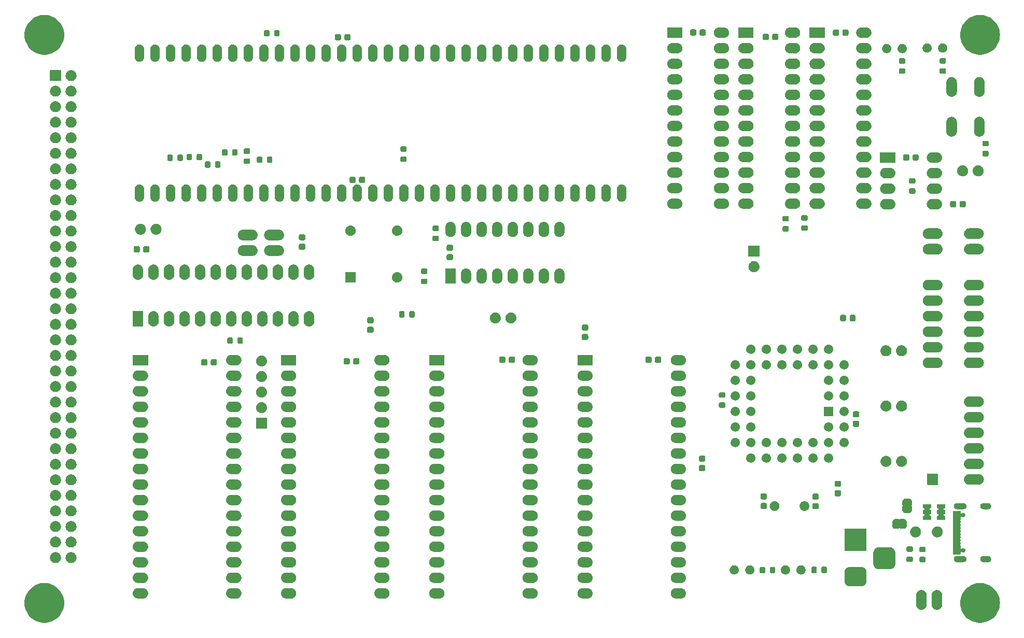
<source format=gbr>
%TF.GenerationSoftware,KiCad,Pcbnew,7.0.9*%
%TF.CreationDate,2024-03-22T15:25:39+00:00*%
%TF.ProjectId,rosco_m68k,726f7363-6f5f-46d3-9638-6b2e6b696361,2.2*%
%TF.SameCoordinates,Original*%
%TF.FileFunction,Soldermask,Bot*%
%TF.FilePolarity,Negative*%
%FSLAX46Y46*%
G04 Gerber Fmt 4.6, Leading zero omitted, Abs format (unit mm)*
G04 Created by KiCad (PCBNEW 7.0.9) date 2024-03-22 15:25:39*
%MOMM*%
%LPD*%
G01*
G04 APERTURE LIST*
G04 APERTURE END LIST*
G36*
X72025953Y-148291827D02*
G01*
X72369735Y-148367499D01*
X72703319Y-148479897D01*
X73022796Y-148627702D01*
X73324419Y-148809183D01*
X73604653Y-149022211D01*
X73860211Y-149264289D01*
X74088099Y-149532579D01*
X74285643Y-149823934D01*
X74450528Y-150134941D01*
X74580820Y-150461951D01*
X74674993Y-150801131D01*
X74731942Y-151148505D01*
X74751000Y-151500000D01*
X74731942Y-151851495D01*
X74674993Y-152198869D01*
X74580820Y-152538049D01*
X74450528Y-152865059D01*
X74285643Y-153176066D01*
X74088099Y-153467421D01*
X73860211Y-153735711D01*
X73604653Y-153977789D01*
X73324419Y-154190817D01*
X73022796Y-154372298D01*
X72703319Y-154520103D01*
X72369735Y-154632501D01*
X72025953Y-154708173D01*
X71676006Y-154746232D01*
X71323994Y-154746232D01*
X70974047Y-154708173D01*
X70630265Y-154632501D01*
X70296681Y-154520103D01*
X69977204Y-154372298D01*
X69675581Y-154190817D01*
X69395347Y-153977789D01*
X69139789Y-153735711D01*
X68911901Y-153467421D01*
X68714357Y-153176066D01*
X68549472Y-152865059D01*
X68419180Y-152538049D01*
X68325007Y-152198869D01*
X68268058Y-151851495D01*
X68249000Y-151500000D01*
X68268058Y-151148505D01*
X68325007Y-150801131D01*
X68419180Y-150461951D01*
X68549472Y-150134941D01*
X68714357Y-149823934D01*
X68911901Y-149532579D01*
X69139789Y-149264289D01*
X69395347Y-149022211D01*
X69675581Y-148809183D01*
X69977204Y-148627702D01*
X70296681Y-148479897D01*
X70630265Y-148367499D01*
X70974047Y-148291827D01*
X71323994Y-148253768D01*
X71676006Y-148253768D01*
X72025953Y-148291827D01*
G37*
G36*
X224825953Y-148291827D02*
G01*
X225169735Y-148367499D01*
X225503319Y-148479897D01*
X225822796Y-148627702D01*
X226124419Y-148809183D01*
X226404653Y-149022211D01*
X226660211Y-149264289D01*
X226888099Y-149532579D01*
X227085643Y-149823934D01*
X227250528Y-150134941D01*
X227380820Y-150461951D01*
X227474993Y-150801131D01*
X227531942Y-151148505D01*
X227551000Y-151500000D01*
X227531942Y-151851495D01*
X227474993Y-152198869D01*
X227380820Y-152538049D01*
X227250528Y-152865059D01*
X227085643Y-153176066D01*
X226888099Y-153467421D01*
X226660211Y-153735711D01*
X226404653Y-153977789D01*
X226124419Y-154190817D01*
X225822796Y-154372298D01*
X225503319Y-154520103D01*
X225169735Y-154632501D01*
X224825953Y-154708173D01*
X224476006Y-154746232D01*
X224123994Y-154746232D01*
X223774047Y-154708173D01*
X223430265Y-154632501D01*
X223096681Y-154520103D01*
X222777204Y-154372298D01*
X222475581Y-154190817D01*
X222195347Y-153977789D01*
X221939789Y-153735711D01*
X221711901Y-153467421D01*
X221514357Y-153176066D01*
X221349472Y-152865059D01*
X221219180Y-152538049D01*
X221125007Y-152198869D01*
X221068058Y-151851495D01*
X221049000Y-151500000D01*
X221068058Y-151148505D01*
X221125007Y-150801131D01*
X221219180Y-150461951D01*
X221349472Y-150134941D01*
X221514357Y-149823934D01*
X221711901Y-149532579D01*
X221939789Y-149264289D01*
X222195347Y-149022211D01*
X222475581Y-148809183D01*
X222777204Y-148627702D01*
X223096681Y-148479897D01*
X223430265Y-148367499D01*
X223774047Y-148291827D01*
X224123994Y-148253768D01*
X224476006Y-148253768D01*
X224825953Y-148291827D01*
G37*
G36*
X214821558Y-149383012D02*
G01*
X214860676Y-149384996D01*
X214907308Y-149397069D01*
X214961037Y-149405878D01*
X214997612Y-149420450D01*
X215029708Y-149428761D01*
X215078333Y-149452612D01*
X215134518Y-149474999D01*
X215162114Y-149493710D01*
X215186472Y-149505658D01*
X215234023Y-149542465D01*
X215289083Y-149579797D01*
X215307858Y-149599618D01*
X215324547Y-149612536D01*
X215367602Y-149662688D01*
X215417506Y-149715372D01*
X215428463Y-149733583D01*
X215438284Y-149745023D01*
X215473246Y-149808012D01*
X215513782Y-149875384D01*
X215518635Y-149889789D01*
X215523017Y-149897683D01*
X215546310Y-149971924D01*
X215573410Y-150052352D01*
X215574399Y-150061449D01*
X215575290Y-150064288D01*
X215583668Y-150146682D01*
X215593600Y-150238000D01*
X215593600Y-151762000D01*
X215591097Y-151808154D01*
X215589169Y-151846181D01*
X215588988Y-151847058D01*
X215588538Y-151855372D01*
X215569597Y-151941416D01*
X215553380Y-152020334D01*
X215551011Y-152025853D01*
X215548393Y-152037749D01*
X215514073Y-152111930D01*
X215484522Y-152180793D01*
X215477638Y-152190682D01*
X215469982Y-152207232D01*
X215424217Y-152267433D01*
X215384774Y-152324104D01*
X215371667Y-152336562D01*
X215356970Y-152355897D01*
X215303951Y-152400931D01*
X215258219Y-152444403D01*
X215237756Y-152457157D01*
X215214641Y-152476792D01*
X215158532Y-152506538D01*
X215110038Y-152536766D01*
X215081772Y-152547234D01*
X215049651Y-152564264D01*
X214994280Y-152579637D01*
X214946304Y-152597406D01*
X214910564Y-152602881D01*
X214869715Y-152614223D01*
X214818351Y-152617007D01*
X214773708Y-152623847D01*
X214731598Y-152621711D01*
X214683246Y-152624333D01*
X214638433Y-152616986D01*
X214599323Y-152615003D01*
X214552699Y-152602931D01*
X214498963Y-152594122D01*
X214462382Y-152579546D01*
X214430291Y-152571238D01*
X214381672Y-152547389D01*
X214325482Y-152525001D01*
X214297882Y-152506288D01*
X214273527Y-152494341D01*
X214225978Y-152457535D01*
X214170917Y-152420203D01*
X214152140Y-152400380D01*
X214135452Y-152387463D01*
X214092396Y-152337309D01*
X214042494Y-152284628D01*
X214031536Y-152266416D01*
X214021715Y-152254976D01*
X213986748Y-152191977D01*
X213946218Y-152124616D01*
X213941364Y-152110212D01*
X213936982Y-152102316D01*
X213913679Y-152028045D01*
X213886590Y-151947648D01*
X213885600Y-151938553D01*
X213884709Y-151935711D01*
X213876324Y-151853255D01*
X213866400Y-151762000D01*
X213866400Y-150238000D01*
X213868892Y-150192021D01*
X213870830Y-150153818D01*
X213871011Y-150152933D01*
X213871462Y-150144628D01*
X213890384Y-150058665D01*
X213906619Y-149979665D01*
X213908990Y-149974139D01*
X213911607Y-149962251D01*
X213945907Y-149888112D01*
X213975477Y-149819206D01*
X213982364Y-149809309D01*
X213990018Y-149792768D01*
X214035762Y-149732592D01*
X214075225Y-149675895D01*
X214088337Y-149663430D01*
X214103030Y-149644103D01*
X214156029Y-149599085D01*
X214201780Y-149555596D01*
X214222250Y-149542836D01*
X214245359Y-149523208D01*
X214301450Y-149493470D01*
X214349961Y-149463233D01*
X214378236Y-149452761D01*
X214410349Y-149435736D01*
X214465704Y-149420366D01*
X214513695Y-149402593D01*
X214549444Y-149397116D01*
X214590285Y-149385777D01*
X214641637Y-149382992D01*
X214686291Y-149376152D01*
X214728410Y-149378288D01*
X214776754Y-149375667D01*
X214821558Y-149383012D01*
G37*
G36*
X217361558Y-149383012D02*
G01*
X217400676Y-149384996D01*
X217447308Y-149397069D01*
X217501037Y-149405878D01*
X217537612Y-149420450D01*
X217569708Y-149428761D01*
X217618333Y-149452612D01*
X217674518Y-149474999D01*
X217702114Y-149493710D01*
X217726472Y-149505658D01*
X217774023Y-149542465D01*
X217829083Y-149579797D01*
X217847858Y-149599618D01*
X217864547Y-149612536D01*
X217907602Y-149662688D01*
X217957506Y-149715372D01*
X217968463Y-149733583D01*
X217978284Y-149745023D01*
X218013246Y-149808012D01*
X218053782Y-149875384D01*
X218058635Y-149889789D01*
X218063017Y-149897683D01*
X218086310Y-149971924D01*
X218113410Y-150052352D01*
X218114399Y-150061449D01*
X218115290Y-150064288D01*
X218123668Y-150146682D01*
X218133600Y-150238000D01*
X218133600Y-151762000D01*
X218131097Y-151808154D01*
X218129169Y-151846181D01*
X218128988Y-151847058D01*
X218128538Y-151855372D01*
X218109597Y-151941416D01*
X218093380Y-152020334D01*
X218091011Y-152025853D01*
X218088393Y-152037749D01*
X218054073Y-152111930D01*
X218024522Y-152180793D01*
X218017638Y-152190682D01*
X218009982Y-152207232D01*
X217964217Y-152267433D01*
X217924774Y-152324104D01*
X217911667Y-152336562D01*
X217896970Y-152355897D01*
X217843951Y-152400931D01*
X217798219Y-152444403D01*
X217777756Y-152457157D01*
X217754641Y-152476792D01*
X217698532Y-152506538D01*
X217650038Y-152536766D01*
X217621772Y-152547234D01*
X217589651Y-152564264D01*
X217534280Y-152579637D01*
X217486304Y-152597406D01*
X217450564Y-152602881D01*
X217409715Y-152614223D01*
X217358351Y-152617007D01*
X217313708Y-152623847D01*
X217271598Y-152621711D01*
X217223246Y-152624333D01*
X217178433Y-152616986D01*
X217139323Y-152615003D01*
X217092699Y-152602931D01*
X217038963Y-152594122D01*
X217002382Y-152579546D01*
X216970291Y-152571238D01*
X216921672Y-152547389D01*
X216865482Y-152525001D01*
X216837882Y-152506288D01*
X216813527Y-152494341D01*
X216765978Y-152457535D01*
X216710917Y-152420203D01*
X216692140Y-152400380D01*
X216675452Y-152387463D01*
X216632396Y-152337309D01*
X216582494Y-152284628D01*
X216571536Y-152266416D01*
X216561715Y-152254976D01*
X216526748Y-152191977D01*
X216486218Y-152124616D01*
X216481364Y-152110212D01*
X216476982Y-152102316D01*
X216453679Y-152028045D01*
X216426590Y-151947648D01*
X216425600Y-151938553D01*
X216424709Y-151935711D01*
X216416324Y-151853255D01*
X216406400Y-151762000D01*
X216406400Y-150238000D01*
X216408892Y-150192021D01*
X216410830Y-150153818D01*
X216411011Y-150152933D01*
X216411462Y-150144628D01*
X216430384Y-150058665D01*
X216446619Y-149979665D01*
X216448990Y-149974139D01*
X216451607Y-149962251D01*
X216485907Y-149888112D01*
X216515477Y-149819206D01*
X216522364Y-149809309D01*
X216530018Y-149792768D01*
X216575762Y-149732592D01*
X216615225Y-149675895D01*
X216628337Y-149663430D01*
X216643030Y-149644103D01*
X216696029Y-149599085D01*
X216741780Y-149555596D01*
X216762250Y-149542836D01*
X216785359Y-149523208D01*
X216841450Y-149493470D01*
X216889961Y-149463233D01*
X216918236Y-149452761D01*
X216950349Y-149435736D01*
X217005704Y-149420366D01*
X217053695Y-149402593D01*
X217089444Y-149397116D01*
X217130285Y-149385777D01*
X217181637Y-149382992D01*
X217226291Y-149376152D01*
X217268410Y-149378288D01*
X217316754Y-149375667D01*
X217361558Y-149383012D01*
G37*
G36*
X87645979Y-149075093D02*
G01*
X87682906Y-149076966D01*
X87683761Y-149077141D01*
X87692009Y-149077589D01*
X87777379Y-149096380D01*
X87854562Y-149112241D01*
X87859958Y-149114556D01*
X87871726Y-149117147D01*
X87945110Y-149151098D01*
X88012677Y-149180094D01*
X88022381Y-149186848D01*
X88038736Y-149194415D01*
X88098216Y-149239630D01*
X88153901Y-149278388D01*
X88166143Y-149291267D01*
X88185232Y-149305778D01*
X88229695Y-149358124D01*
X88272437Y-149403089D01*
X88284975Y-149423205D01*
X88304363Y-149446030D01*
X88333738Y-149501437D01*
X88363453Y-149549110D01*
X88373742Y-149576893D01*
X88390559Y-149608612D01*
X88405739Y-149663286D01*
X88423208Y-149710454D01*
X88428591Y-149745592D01*
X88439789Y-149785924D01*
X88442538Y-149836635D01*
X88449263Y-149880529D01*
X88447163Y-149921929D01*
X88449752Y-149969672D01*
X88442497Y-150013919D01*
X88440548Y-150052368D01*
X88428680Y-150098205D01*
X88419981Y-150151267D01*
X88405589Y-150187387D01*
X88397422Y-150218932D01*
X88373978Y-150266724D01*
X88351869Y-150322216D01*
X88333389Y-150349470D01*
X88321648Y-150373408D01*
X88285475Y-150420139D01*
X88248600Y-150474526D01*
X88229020Y-150493072D01*
X88216331Y-150509466D01*
X88167067Y-150551757D01*
X88115003Y-150601075D01*
X88097003Y-150611905D01*
X88085780Y-150621540D01*
X88023987Y-150655837D01*
X87957326Y-150695947D01*
X87943071Y-150700749D01*
X87935344Y-150705039D01*
X87862639Y-150727850D01*
X87782940Y-150754704D01*
X87773927Y-150755684D01*
X87771174Y-150756548D01*
X87691295Y-150764670D01*
X87600000Y-150774600D01*
X87593657Y-150774600D01*
X86803177Y-150774600D01*
X86800000Y-150774600D01*
X86753865Y-150772098D01*
X86717093Y-150770233D01*
X86716243Y-150770058D01*
X86707991Y-150769611D01*
X86622566Y-150750807D01*
X86545437Y-150734958D01*
X86540044Y-150732643D01*
X86528274Y-150730053D01*
X86454872Y-150696093D01*
X86387322Y-150667105D01*
X86377619Y-150660352D01*
X86361264Y-150652785D01*
X86301778Y-150607565D01*
X86246098Y-150568811D01*
X86233855Y-150555932D01*
X86214768Y-150541422D01*
X86170304Y-150489075D01*
X86127562Y-150444110D01*
X86115022Y-150423992D01*
X86095637Y-150401170D01*
X86066263Y-150345766D01*
X86036546Y-150298089D01*
X86026255Y-150270302D01*
X86009441Y-150238588D01*
X85994262Y-150183920D01*
X85976791Y-150136745D01*
X85971406Y-150101600D01*
X85960211Y-150061276D01*
X85957461Y-150010573D01*
X85950736Y-149966670D01*
X85952836Y-149925260D01*
X85950248Y-149877528D01*
X85957500Y-149833289D01*
X85959451Y-149794831D01*
X85971322Y-149748981D01*
X85980019Y-149695933D01*
X85994407Y-149659821D01*
X86002577Y-149628267D01*
X86026027Y-149580459D01*
X86048131Y-149524984D01*
X86066604Y-149497737D01*
X86078351Y-149473791D01*
X86114537Y-149427042D01*
X86151400Y-149372674D01*
X86170972Y-149354133D01*
X86183668Y-149337733D01*
X86232953Y-149295423D01*
X86284997Y-149246125D01*
X86302989Y-149235299D01*
X86314219Y-149225659D01*
X86376045Y-149191342D01*
X86442674Y-149151253D01*
X86456921Y-149146452D01*
X86464655Y-149142160D01*
X86537417Y-149119330D01*
X86617060Y-149092496D01*
X86626066Y-149091516D01*
X86628825Y-149090651D01*
X86708790Y-149082519D01*
X86800000Y-149072600D01*
X87600000Y-149072600D01*
X87645979Y-149075093D01*
G37*
G36*
X102885979Y-149075093D02*
G01*
X102922906Y-149076966D01*
X102923761Y-149077141D01*
X102932009Y-149077589D01*
X103017379Y-149096380D01*
X103094562Y-149112241D01*
X103099958Y-149114556D01*
X103111726Y-149117147D01*
X103185110Y-149151098D01*
X103252677Y-149180094D01*
X103262381Y-149186848D01*
X103278736Y-149194415D01*
X103338216Y-149239630D01*
X103393901Y-149278388D01*
X103406143Y-149291267D01*
X103425232Y-149305778D01*
X103469695Y-149358124D01*
X103512437Y-149403089D01*
X103524975Y-149423205D01*
X103544363Y-149446030D01*
X103573738Y-149501437D01*
X103603453Y-149549110D01*
X103613742Y-149576893D01*
X103630559Y-149608612D01*
X103645739Y-149663286D01*
X103663208Y-149710454D01*
X103668591Y-149745592D01*
X103679789Y-149785924D01*
X103682538Y-149836635D01*
X103689263Y-149880529D01*
X103687163Y-149921929D01*
X103689752Y-149969672D01*
X103682497Y-150013919D01*
X103680548Y-150052368D01*
X103668680Y-150098205D01*
X103659981Y-150151267D01*
X103645589Y-150187387D01*
X103637422Y-150218932D01*
X103613978Y-150266724D01*
X103591869Y-150322216D01*
X103573389Y-150349470D01*
X103561648Y-150373408D01*
X103525475Y-150420139D01*
X103488600Y-150474526D01*
X103469020Y-150493072D01*
X103456331Y-150509466D01*
X103407067Y-150551757D01*
X103355003Y-150601075D01*
X103337003Y-150611905D01*
X103325780Y-150621540D01*
X103263987Y-150655837D01*
X103197326Y-150695947D01*
X103183071Y-150700749D01*
X103175344Y-150705039D01*
X103102639Y-150727850D01*
X103022940Y-150754704D01*
X103013927Y-150755684D01*
X103011174Y-150756548D01*
X102931295Y-150764670D01*
X102840000Y-150774600D01*
X102833657Y-150774600D01*
X102043177Y-150774600D01*
X102040000Y-150774600D01*
X101993865Y-150772098D01*
X101957093Y-150770233D01*
X101956243Y-150770058D01*
X101947991Y-150769611D01*
X101862566Y-150750807D01*
X101785437Y-150734958D01*
X101780044Y-150732643D01*
X101768274Y-150730053D01*
X101694872Y-150696093D01*
X101627322Y-150667105D01*
X101617619Y-150660352D01*
X101601264Y-150652785D01*
X101541778Y-150607565D01*
X101486098Y-150568811D01*
X101473855Y-150555932D01*
X101454768Y-150541422D01*
X101410304Y-150489075D01*
X101367562Y-150444110D01*
X101355022Y-150423992D01*
X101335637Y-150401170D01*
X101306263Y-150345766D01*
X101276546Y-150298089D01*
X101266255Y-150270302D01*
X101249441Y-150238588D01*
X101234262Y-150183920D01*
X101216791Y-150136745D01*
X101211406Y-150101600D01*
X101200211Y-150061276D01*
X101197461Y-150010573D01*
X101190736Y-149966670D01*
X101192836Y-149925260D01*
X101190248Y-149877528D01*
X101197500Y-149833289D01*
X101199451Y-149794831D01*
X101211322Y-149748981D01*
X101220019Y-149695933D01*
X101234407Y-149659821D01*
X101242577Y-149628267D01*
X101266027Y-149580459D01*
X101288131Y-149524984D01*
X101306604Y-149497737D01*
X101318351Y-149473791D01*
X101354537Y-149427042D01*
X101391400Y-149372674D01*
X101410972Y-149354133D01*
X101423668Y-149337733D01*
X101472953Y-149295423D01*
X101524997Y-149246125D01*
X101542989Y-149235299D01*
X101554219Y-149225659D01*
X101616045Y-149191342D01*
X101682674Y-149151253D01*
X101696921Y-149146452D01*
X101704655Y-149142160D01*
X101777417Y-149119330D01*
X101857060Y-149092496D01*
X101866066Y-149091516D01*
X101868825Y-149090651D01*
X101948790Y-149082519D01*
X102040000Y-149072600D01*
X102840000Y-149072600D01*
X102885979Y-149075093D01*
G37*
G36*
X111845979Y-149075093D02*
G01*
X111882906Y-149076966D01*
X111883761Y-149077141D01*
X111892009Y-149077589D01*
X111977379Y-149096380D01*
X112054562Y-149112241D01*
X112059958Y-149114556D01*
X112071726Y-149117147D01*
X112145110Y-149151098D01*
X112212677Y-149180094D01*
X112222381Y-149186848D01*
X112238736Y-149194415D01*
X112298216Y-149239630D01*
X112353901Y-149278388D01*
X112366143Y-149291267D01*
X112385232Y-149305778D01*
X112429695Y-149358124D01*
X112472437Y-149403089D01*
X112484975Y-149423205D01*
X112504363Y-149446030D01*
X112533738Y-149501437D01*
X112563453Y-149549110D01*
X112573742Y-149576893D01*
X112590559Y-149608612D01*
X112605739Y-149663286D01*
X112623208Y-149710454D01*
X112628591Y-149745592D01*
X112639789Y-149785924D01*
X112642538Y-149836635D01*
X112649263Y-149880529D01*
X112647163Y-149921929D01*
X112649752Y-149969672D01*
X112642497Y-150013919D01*
X112640548Y-150052368D01*
X112628680Y-150098205D01*
X112619981Y-150151267D01*
X112605589Y-150187387D01*
X112597422Y-150218932D01*
X112573978Y-150266724D01*
X112551869Y-150322216D01*
X112533389Y-150349470D01*
X112521648Y-150373408D01*
X112485475Y-150420139D01*
X112448600Y-150474526D01*
X112429020Y-150493072D01*
X112416331Y-150509466D01*
X112367067Y-150551757D01*
X112315003Y-150601075D01*
X112297003Y-150611905D01*
X112285780Y-150621540D01*
X112223987Y-150655837D01*
X112157326Y-150695947D01*
X112143071Y-150700749D01*
X112135344Y-150705039D01*
X112062639Y-150727850D01*
X111982940Y-150754704D01*
X111973927Y-150755684D01*
X111971174Y-150756548D01*
X111891295Y-150764670D01*
X111800000Y-150774600D01*
X111793657Y-150774600D01*
X111003177Y-150774600D01*
X111000000Y-150774600D01*
X110953865Y-150772098D01*
X110917093Y-150770233D01*
X110916243Y-150770058D01*
X110907991Y-150769611D01*
X110822566Y-150750807D01*
X110745437Y-150734958D01*
X110740044Y-150732643D01*
X110728274Y-150730053D01*
X110654872Y-150696093D01*
X110587322Y-150667105D01*
X110577619Y-150660352D01*
X110561264Y-150652785D01*
X110501778Y-150607565D01*
X110446098Y-150568811D01*
X110433855Y-150555932D01*
X110414768Y-150541422D01*
X110370304Y-150489075D01*
X110327562Y-150444110D01*
X110315022Y-150423992D01*
X110295637Y-150401170D01*
X110266263Y-150345766D01*
X110236546Y-150298089D01*
X110226255Y-150270302D01*
X110209441Y-150238588D01*
X110194262Y-150183920D01*
X110176791Y-150136745D01*
X110171406Y-150101600D01*
X110160211Y-150061276D01*
X110157461Y-150010573D01*
X110150736Y-149966670D01*
X110152836Y-149925260D01*
X110150248Y-149877528D01*
X110157500Y-149833289D01*
X110159451Y-149794831D01*
X110171322Y-149748981D01*
X110180019Y-149695933D01*
X110194407Y-149659821D01*
X110202577Y-149628267D01*
X110226027Y-149580459D01*
X110248131Y-149524984D01*
X110266604Y-149497737D01*
X110278351Y-149473791D01*
X110314537Y-149427042D01*
X110351400Y-149372674D01*
X110370972Y-149354133D01*
X110383668Y-149337733D01*
X110432953Y-149295423D01*
X110484997Y-149246125D01*
X110502989Y-149235299D01*
X110514219Y-149225659D01*
X110576045Y-149191342D01*
X110642674Y-149151253D01*
X110656921Y-149146452D01*
X110664655Y-149142160D01*
X110737417Y-149119330D01*
X110817060Y-149092496D01*
X110826066Y-149091516D01*
X110828825Y-149090651D01*
X110908790Y-149082519D01*
X111000000Y-149072600D01*
X111800000Y-149072600D01*
X111845979Y-149075093D01*
G37*
G36*
X127085979Y-149075093D02*
G01*
X127122906Y-149076966D01*
X127123761Y-149077141D01*
X127132009Y-149077589D01*
X127217379Y-149096380D01*
X127294562Y-149112241D01*
X127299958Y-149114556D01*
X127311726Y-149117147D01*
X127385110Y-149151098D01*
X127452677Y-149180094D01*
X127462381Y-149186848D01*
X127478736Y-149194415D01*
X127538216Y-149239630D01*
X127593901Y-149278388D01*
X127606143Y-149291267D01*
X127625232Y-149305778D01*
X127669695Y-149358124D01*
X127712437Y-149403089D01*
X127724975Y-149423205D01*
X127744363Y-149446030D01*
X127773738Y-149501437D01*
X127803453Y-149549110D01*
X127813742Y-149576893D01*
X127830559Y-149608612D01*
X127845739Y-149663286D01*
X127863208Y-149710454D01*
X127868591Y-149745592D01*
X127879789Y-149785924D01*
X127882538Y-149836635D01*
X127889263Y-149880529D01*
X127887163Y-149921929D01*
X127889752Y-149969672D01*
X127882497Y-150013919D01*
X127880548Y-150052368D01*
X127868680Y-150098205D01*
X127859981Y-150151267D01*
X127845589Y-150187387D01*
X127837422Y-150218932D01*
X127813978Y-150266724D01*
X127791869Y-150322216D01*
X127773389Y-150349470D01*
X127761648Y-150373408D01*
X127725475Y-150420139D01*
X127688600Y-150474526D01*
X127669020Y-150493072D01*
X127656331Y-150509466D01*
X127607067Y-150551757D01*
X127555003Y-150601075D01*
X127537003Y-150611905D01*
X127525780Y-150621540D01*
X127463987Y-150655837D01*
X127397326Y-150695947D01*
X127383071Y-150700749D01*
X127375344Y-150705039D01*
X127302639Y-150727850D01*
X127222940Y-150754704D01*
X127213927Y-150755684D01*
X127211174Y-150756548D01*
X127131295Y-150764670D01*
X127040000Y-150774600D01*
X127033657Y-150774600D01*
X126243177Y-150774600D01*
X126240000Y-150774600D01*
X126193865Y-150772098D01*
X126157093Y-150770233D01*
X126156243Y-150770058D01*
X126147991Y-150769611D01*
X126062566Y-150750807D01*
X125985437Y-150734958D01*
X125980044Y-150732643D01*
X125968274Y-150730053D01*
X125894872Y-150696093D01*
X125827322Y-150667105D01*
X125817619Y-150660352D01*
X125801264Y-150652785D01*
X125741778Y-150607565D01*
X125686098Y-150568811D01*
X125673855Y-150555932D01*
X125654768Y-150541422D01*
X125610304Y-150489075D01*
X125567562Y-150444110D01*
X125555022Y-150423992D01*
X125535637Y-150401170D01*
X125506263Y-150345766D01*
X125476546Y-150298089D01*
X125466255Y-150270302D01*
X125449441Y-150238588D01*
X125434262Y-150183920D01*
X125416791Y-150136745D01*
X125411406Y-150101600D01*
X125400211Y-150061276D01*
X125397461Y-150010573D01*
X125390736Y-149966670D01*
X125392836Y-149925260D01*
X125390248Y-149877528D01*
X125397500Y-149833289D01*
X125399451Y-149794831D01*
X125411322Y-149748981D01*
X125420019Y-149695933D01*
X125434407Y-149659821D01*
X125442577Y-149628267D01*
X125466027Y-149580459D01*
X125488131Y-149524984D01*
X125506604Y-149497737D01*
X125518351Y-149473791D01*
X125554537Y-149427042D01*
X125591400Y-149372674D01*
X125610972Y-149354133D01*
X125623668Y-149337733D01*
X125672953Y-149295423D01*
X125724997Y-149246125D01*
X125742989Y-149235299D01*
X125754219Y-149225659D01*
X125816045Y-149191342D01*
X125882674Y-149151253D01*
X125896921Y-149146452D01*
X125904655Y-149142160D01*
X125977417Y-149119330D01*
X126057060Y-149092496D01*
X126066066Y-149091516D01*
X126068825Y-149090651D01*
X126148790Y-149082519D01*
X126240000Y-149072600D01*
X127040000Y-149072600D01*
X127085979Y-149075093D01*
G37*
G36*
X136045979Y-149075093D02*
G01*
X136082906Y-149076966D01*
X136083761Y-149077141D01*
X136092009Y-149077589D01*
X136177379Y-149096380D01*
X136254562Y-149112241D01*
X136259958Y-149114556D01*
X136271726Y-149117147D01*
X136345110Y-149151098D01*
X136412677Y-149180094D01*
X136422381Y-149186848D01*
X136438736Y-149194415D01*
X136498216Y-149239630D01*
X136553901Y-149278388D01*
X136566143Y-149291267D01*
X136585232Y-149305778D01*
X136629695Y-149358124D01*
X136672437Y-149403089D01*
X136684975Y-149423205D01*
X136704363Y-149446030D01*
X136733738Y-149501437D01*
X136763453Y-149549110D01*
X136773742Y-149576893D01*
X136790559Y-149608612D01*
X136805739Y-149663286D01*
X136823208Y-149710454D01*
X136828591Y-149745592D01*
X136839789Y-149785924D01*
X136842538Y-149836635D01*
X136849263Y-149880529D01*
X136847163Y-149921929D01*
X136849752Y-149969672D01*
X136842497Y-150013919D01*
X136840548Y-150052368D01*
X136828680Y-150098205D01*
X136819981Y-150151267D01*
X136805589Y-150187387D01*
X136797422Y-150218932D01*
X136773978Y-150266724D01*
X136751869Y-150322216D01*
X136733389Y-150349470D01*
X136721648Y-150373408D01*
X136685475Y-150420139D01*
X136648600Y-150474526D01*
X136629020Y-150493072D01*
X136616331Y-150509466D01*
X136567067Y-150551757D01*
X136515003Y-150601075D01*
X136497003Y-150611905D01*
X136485780Y-150621540D01*
X136423987Y-150655837D01*
X136357326Y-150695947D01*
X136343071Y-150700749D01*
X136335344Y-150705039D01*
X136262639Y-150727850D01*
X136182940Y-150754704D01*
X136173927Y-150755684D01*
X136171174Y-150756548D01*
X136091295Y-150764670D01*
X136000000Y-150774600D01*
X135993657Y-150774600D01*
X135203177Y-150774600D01*
X135200000Y-150774600D01*
X135153865Y-150772098D01*
X135117093Y-150770233D01*
X135116243Y-150770058D01*
X135107991Y-150769611D01*
X135022566Y-150750807D01*
X134945437Y-150734958D01*
X134940044Y-150732643D01*
X134928274Y-150730053D01*
X134854872Y-150696093D01*
X134787322Y-150667105D01*
X134777619Y-150660352D01*
X134761264Y-150652785D01*
X134701778Y-150607565D01*
X134646098Y-150568811D01*
X134633855Y-150555932D01*
X134614768Y-150541422D01*
X134570304Y-150489075D01*
X134527562Y-150444110D01*
X134515022Y-150423992D01*
X134495637Y-150401170D01*
X134466263Y-150345766D01*
X134436546Y-150298089D01*
X134426255Y-150270302D01*
X134409441Y-150238588D01*
X134394262Y-150183920D01*
X134376791Y-150136745D01*
X134371406Y-150101600D01*
X134360211Y-150061276D01*
X134357461Y-150010573D01*
X134350736Y-149966670D01*
X134352836Y-149925260D01*
X134350248Y-149877528D01*
X134357500Y-149833289D01*
X134359451Y-149794831D01*
X134371322Y-149748981D01*
X134380019Y-149695933D01*
X134394407Y-149659821D01*
X134402577Y-149628267D01*
X134426027Y-149580459D01*
X134448131Y-149524984D01*
X134466604Y-149497737D01*
X134478351Y-149473791D01*
X134514537Y-149427042D01*
X134551400Y-149372674D01*
X134570972Y-149354133D01*
X134583668Y-149337733D01*
X134632953Y-149295423D01*
X134684997Y-149246125D01*
X134702989Y-149235299D01*
X134714219Y-149225659D01*
X134776045Y-149191342D01*
X134842674Y-149151253D01*
X134856921Y-149146452D01*
X134864655Y-149142160D01*
X134937417Y-149119330D01*
X135017060Y-149092496D01*
X135026066Y-149091516D01*
X135028825Y-149090651D01*
X135108790Y-149082519D01*
X135200000Y-149072600D01*
X136000000Y-149072600D01*
X136045979Y-149075093D01*
G37*
G36*
X151285979Y-149075093D02*
G01*
X151322906Y-149076966D01*
X151323761Y-149077141D01*
X151332009Y-149077589D01*
X151417379Y-149096380D01*
X151494562Y-149112241D01*
X151499958Y-149114556D01*
X151511726Y-149117147D01*
X151585110Y-149151098D01*
X151652677Y-149180094D01*
X151662381Y-149186848D01*
X151678736Y-149194415D01*
X151738216Y-149239630D01*
X151793901Y-149278388D01*
X151806143Y-149291267D01*
X151825232Y-149305778D01*
X151869695Y-149358124D01*
X151912437Y-149403089D01*
X151924975Y-149423205D01*
X151944363Y-149446030D01*
X151973738Y-149501437D01*
X152003453Y-149549110D01*
X152013742Y-149576893D01*
X152030559Y-149608612D01*
X152045739Y-149663286D01*
X152063208Y-149710454D01*
X152068591Y-149745592D01*
X152079789Y-149785924D01*
X152082538Y-149836635D01*
X152089263Y-149880529D01*
X152087163Y-149921929D01*
X152089752Y-149969672D01*
X152082497Y-150013919D01*
X152080548Y-150052368D01*
X152068680Y-150098205D01*
X152059981Y-150151267D01*
X152045589Y-150187387D01*
X152037422Y-150218932D01*
X152013978Y-150266724D01*
X151991869Y-150322216D01*
X151973389Y-150349470D01*
X151961648Y-150373408D01*
X151925475Y-150420139D01*
X151888600Y-150474526D01*
X151869020Y-150493072D01*
X151856331Y-150509466D01*
X151807067Y-150551757D01*
X151755003Y-150601075D01*
X151737003Y-150611905D01*
X151725780Y-150621540D01*
X151663987Y-150655837D01*
X151597326Y-150695947D01*
X151583071Y-150700749D01*
X151575344Y-150705039D01*
X151502639Y-150727850D01*
X151422940Y-150754704D01*
X151413927Y-150755684D01*
X151411174Y-150756548D01*
X151331295Y-150764670D01*
X151240000Y-150774600D01*
X151233657Y-150774600D01*
X150443177Y-150774600D01*
X150440000Y-150774600D01*
X150393865Y-150772098D01*
X150357093Y-150770233D01*
X150356243Y-150770058D01*
X150347991Y-150769611D01*
X150262566Y-150750807D01*
X150185437Y-150734958D01*
X150180044Y-150732643D01*
X150168274Y-150730053D01*
X150094872Y-150696093D01*
X150027322Y-150667105D01*
X150017619Y-150660352D01*
X150001264Y-150652785D01*
X149941778Y-150607565D01*
X149886098Y-150568811D01*
X149873855Y-150555932D01*
X149854768Y-150541422D01*
X149810304Y-150489075D01*
X149767562Y-150444110D01*
X149755022Y-150423992D01*
X149735637Y-150401170D01*
X149706263Y-150345766D01*
X149676546Y-150298089D01*
X149666255Y-150270302D01*
X149649441Y-150238588D01*
X149634262Y-150183920D01*
X149616791Y-150136745D01*
X149611406Y-150101600D01*
X149600211Y-150061276D01*
X149597461Y-150010573D01*
X149590736Y-149966670D01*
X149592836Y-149925260D01*
X149590248Y-149877528D01*
X149597500Y-149833289D01*
X149599451Y-149794831D01*
X149611322Y-149748981D01*
X149620019Y-149695933D01*
X149634407Y-149659821D01*
X149642577Y-149628267D01*
X149666027Y-149580459D01*
X149688131Y-149524984D01*
X149706604Y-149497737D01*
X149718351Y-149473791D01*
X149754537Y-149427042D01*
X149791400Y-149372674D01*
X149810972Y-149354133D01*
X149823668Y-149337733D01*
X149872953Y-149295423D01*
X149924997Y-149246125D01*
X149942989Y-149235299D01*
X149954219Y-149225659D01*
X150016045Y-149191342D01*
X150082674Y-149151253D01*
X150096921Y-149146452D01*
X150104655Y-149142160D01*
X150177417Y-149119330D01*
X150257060Y-149092496D01*
X150266066Y-149091516D01*
X150268825Y-149090651D01*
X150348790Y-149082519D01*
X150440000Y-149072600D01*
X151240000Y-149072600D01*
X151285979Y-149075093D01*
G37*
G36*
X160245979Y-149075093D02*
G01*
X160282906Y-149076966D01*
X160283761Y-149077141D01*
X160292009Y-149077589D01*
X160377379Y-149096380D01*
X160454562Y-149112241D01*
X160459958Y-149114556D01*
X160471726Y-149117147D01*
X160545110Y-149151098D01*
X160612677Y-149180094D01*
X160622381Y-149186848D01*
X160638736Y-149194415D01*
X160698216Y-149239630D01*
X160753901Y-149278388D01*
X160766143Y-149291267D01*
X160785232Y-149305778D01*
X160829695Y-149358124D01*
X160872437Y-149403089D01*
X160884975Y-149423205D01*
X160904363Y-149446030D01*
X160933738Y-149501437D01*
X160963453Y-149549110D01*
X160973742Y-149576893D01*
X160990559Y-149608612D01*
X161005739Y-149663286D01*
X161023208Y-149710454D01*
X161028591Y-149745592D01*
X161039789Y-149785924D01*
X161042538Y-149836635D01*
X161049263Y-149880529D01*
X161047163Y-149921929D01*
X161049752Y-149969672D01*
X161042497Y-150013919D01*
X161040548Y-150052368D01*
X161028680Y-150098205D01*
X161019981Y-150151267D01*
X161005589Y-150187387D01*
X160997422Y-150218932D01*
X160973978Y-150266724D01*
X160951869Y-150322216D01*
X160933389Y-150349470D01*
X160921648Y-150373408D01*
X160885475Y-150420139D01*
X160848600Y-150474526D01*
X160829020Y-150493072D01*
X160816331Y-150509466D01*
X160767067Y-150551757D01*
X160715003Y-150601075D01*
X160697003Y-150611905D01*
X160685780Y-150621540D01*
X160623987Y-150655837D01*
X160557326Y-150695947D01*
X160543071Y-150700749D01*
X160535344Y-150705039D01*
X160462639Y-150727850D01*
X160382940Y-150754704D01*
X160373927Y-150755684D01*
X160371174Y-150756548D01*
X160291295Y-150764670D01*
X160200000Y-150774600D01*
X160193657Y-150774600D01*
X159403177Y-150774600D01*
X159400000Y-150774600D01*
X159353865Y-150772098D01*
X159317093Y-150770233D01*
X159316243Y-150770058D01*
X159307991Y-150769611D01*
X159222566Y-150750807D01*
X159145437Y-150734958D01*
X159140044Y-150732643D01*
X159128274Y-150730053D01*
X159054872Y-150696093D01*
X158987322Y-150667105D01*
X158977619Y-150660352D01*
X158961264Y-150652785D01*
X158901778Y-150607565D01*
X158846098Y-150568811D01*
X158833855Y-150555932D01*
X158814768Y-150541422D01*
X158770304Y-150489075D01*
X158727562Y-150444110D01*
X158715022Y-150423992D01*
X158695637Y-150401170D01*
X158666263Y-150345766D01*
X158636546Y-150298089D01*
X158626255Y-150270302D01*
X158609441Y-150238588D01*
X158594262Y-150183920D01*
X158576791Y-150136745D01*
X158571406Y-150101600D01*
X158560211Y-150061276D01*
X158557461Y-150010573D01*
X158550736Y-149966670D01*
X158552836Y-149925260D01*
X158550248Y-149877528D01*
X158557500Y-149833289D01*
X158559451Y-149794831D01*
X158571322Y-149748981D01*
X158580019Y-149695933D01*
X158594407Y-149659821D01*
X158602577Y-149628267D01*
X158626027Y-149580459D01*
X158648131Y-149524984D01*
X158666604Y-149497737D01*
X158678351Y-149473791D01*
X158714537Y-149427042D01*
X158751400Y-149372674D01*
X158770972Y-149354133D01*
X158783668Y-149337733D01*
X158832953Y-149295423D01*
X158884997Y-149246125D01*
X158902989Y-149235299D01*
X158914219Y-149225659D01*
X158976045Y-149191342D01*
X159042674Y-149151253D01*
X159056921Y-149146452D01*
X159064655Y-149142160D01*
X159137417Y-149119330D01*
X159217060Y-149092496D01*
X159226066Y-149091516D01*
X159228825Y-149090651D01*
X159308790Y-149082519D01*
X159400000Y-149072600D01*
X160200000Y-149072600D01*
X160245979Y-149075093D01*
G37*
G36*
X175485979Y-149075093D02*
G01*
X175522906Y-149076966D01*
X175523761Y-149077141D01*
X175532009Y-149077589D01*
X175617379Y-149096380D01*
X175694562Y-149112241D01*
X175699958Y-149114556D01*
X175711726Y-149117147D01*
X175785110Y-149151098D01*
X175852677Y-149180094D01*
X175862381Y-149186848D01*
X175878736Y-149194415D01*
X175938216Y-149239630D01*
X175993901Y-149278388D01*
X176006143Y-149291267D01*
X176025232Y-149305778D01*
X176069695Y-149358124D01*
X176112437Y-149403089D01*
X176124975Y-149423205D01*
X176144363Y-149446030D01*
X176173738Y-149501437D01*
X176203453Y-149549110D01*
X176213742Y-149576893D01*
X176230559Y-149608612D01*
X176245739Y-149663286D01*
X176263208Y-149710454D01*
X176268591Y-149745592D01*
X176279789Y-149785924D01*
X176282538Y-149836635D01*
X176289263Y-149880529D01*
X176287163Y-149921929D01*
X176289752Y-149969672D01*
X176282497Y-150013919D01*
X176280548Y-150052368D01*
X176268680Y-150098205D01*
X176259981Y-150151267D01*
X176245589Y-150187387D01*
X176237422Y-150218932D01*
X176213978Y-150266724D01*
X176191869Y-150322216D01*
X176173389Y-150349470D01*
X176161648Y-150373408D01*
X176125475Y-150420139D01*
X176088600Y-150474526D01*
X176069020Y-150493072D01*
X176056331Y-150509466D01*
X176007067Y-150551757D01*
X175955003Y-150601075D01*
X175937003Y-150611905D01*
X175925780Y-150621540D01*
X175863987Y-150655837D01*
X175797326Y-150695947D01*
X175783071Y-150700749D01*
X175775344Y-150705039D01*
X175702639Y-150727850D01*
X175622940Y-150754704D01*
X175613927Y-150755684D01*
X175611174Y-150756548D01*
X175531295Y-150764670D01*
X175440000Y-150774600D01*
X175433657Y-150774600D01*
X174643177Y-150774600D01*
X174640000Y-150774600D01*
X174593865Y-150772098D01*
X174557093Y-150770233D01*
X174556243Y-150770058D01*
X174547991Y-150769611D01*
X174462566Y-150750807D01*
X174385437Y-150734958D01*
X174380044Y-150732643D01*
X174368274Y-150730053D01*
X174294872Y-150696093D01*
X174227322Y-150667105D01*
X174217619Y-150660352D01*
X174201264Y-150652785D01*
X174141778Y-150607565D01*
X174086098Y-150568811D01*
X174073855Y-150555932D01*
X174054768Y-150541422D01*
X174010304Y-150489075D01*
X173967562Y-150444110D01*
X173955022Y-150423992D01*
X173935637Y-150401170D01*
X173906263Y-150345766D01*
X173876546Y-150298089D01*
X173866255Y-150270302D01*
X173849441Y-150238588D01*
X173834262Y-150183920D01*
X173816791Y-150136745D01*
X173811406Y-150101600D01*
X173800211Y-150061276D01*
X173797461Y-150010573D01*
X173790736Y-149966670D01*
X173792836Y-149925260D01*
X173790248Y-149877528D01*
X173797500Y-149833289D01*
X173799451Y-149794831D01*
X173811322Y-149748981D01*
X173820019Y-149695933D01*
X173834407Y-149659821D01*
X173842577Y-149628267D01*
X173866027Y-149580459D01*
X173888131Y-149524984D01*
X173906604Y-149497737D01*
X173918351Y-149473791D01*
X173954537Y-149427042D01*
X173991400Y-149372674D01*
X174010972Y-149354133D01*
X174023668Y-149337733D01*
X174072953Y-149295423D01*
X174124997Y-149246125D01*
X174142989Y-149235299D01*
X174154219Y-149225659D01*
X174216045Y-149191342D01*
X174282674Y-149151253D01*
X174296921Y-149146452D01*
X174304655Y-149142160D01*
X174377417Y-149119330D01*
X174457060Y-149092496D01*
X174466066Y-149091516D01*
X174468825Y-149090651D01*
X174548790Y-149082519D01*
X174640000Y-149072600D01*
X175440000Y-149072600D01*
X175485979Y-149075093D01*
G37*
G36*
X204981088Y-145643283D02*
G01*
X205093301Y-145652114D01*
X205117855Y-145658693D01*
X205147939Y-145662083D01*
X205204929Y-145682024D01*
X205256504Y-145695844D01*
X205282989Y-145709338D01*
X205317241Y-145721324D01*
X205363252Y-145750235D01*
X205405584Y-145771804D01*
X205433303Y-145794251D01*
X205469115Y-145816753D01*
X205503277Y-145850915D01*
X205535605Y-145877094D01*
X205561783Y-145909421D01*
X205595947Y-145943585D01*
X205618449Y-145979397D01*
X205640895Y-146007115D01*
X205662462Y-146049443D01*
X205691376Y-146095459D01*
X205703362Y-146129714D01*
X205716855Y-146156195D01*
X205730672Y-146207762D01*
X205750617Y-146264761D01*
X205754007Y-146294849D01*
X205760585Y-146319398D01*
X205769413Y-146431586D01*
X205770700Y-146443000D01*
X205770700Y-147943000D01*
X205769413Y-147954417D01*
X205760585Y-148066601D01*
X205754007Y-148091149D01*
X205750617Y-148121239D01*
X205730671Y-148178241D01*
X205716855Y-148229804D01*
X205703363Y-148256282D01*
X205691376Y-148290541D01*
X205662459Y-148336561D01*
X205640895Y-148378884D01*
X205618452Y-148406598D01*
X205595947Y-148442415D01*
X205561779Y-148476582D01*
X205535605Y-148508905D01*
X205503282Y-148535079D01*
X205469115Y-148569247D01*
X205433298Y-148591752D01*
X205405584Y-148614195D01*
X205363261Y-148635759D01*
X205317241Y-148664676D01*
X205282982Y-148676663D01*
X205256504Y-148690155D01*
X205204941Y-148703971D01*
X205147939Y-148723917D01*
X205117849Y-148727307D01*
X205093301Y-148733885D01*
X204981115Y-148742713D01*
X204969700Y-148744000D01*
X202969700Y-148744000D01*
X202958284Y-148742713D01*
X202846098Y-148733885D01*
X202821549Y-148727307D01*
X202791461Y-148723917D01*
X202734462Y-148703972D01*
X202682895Y-148690155D01*
X202656414Y-148676662D01*
X202622159Y-148664676D01*
X202576143Y-148635762D01*
X202533815Y-148614195D01*
X202506097Y-148591749D01*
X202470285Y-148569247D01*
X202436121Y-148535083D01*
X202403794Y-148508905D01*
X202377615Y-148476577D01*
X202343453Y-148442415D01*
X202320951Y-148406603D01*
X202298504Y-148378884D01*
X202276935Y-148336552D01*
X202248024Y-148290541D01*
X202236038Y-148256289D01*
X202222544Y-148229804D01*
X202208724Y-148178229D01*
X202188783Y-148121239D01*
X202185393Y-148091155D01*
X202178814Y-148066601D01*
X202169982Y-147954386D01*
X202168700Y-147943000D01*
X202168700Y-146443000D01*
X202169982Y-146431613D01*
X202178814Y-146319398D01*
X202185393Y-146294842D01*
X202188783Y-146264761D01*
X202208723Y-146207774D01*
X202222544Y-146156195D01*
X202236039Y-146129707D01*
X202248024Y-146095459D01*
X202276932Y-146049451D01*
X202298504Y-146007115D01*
X202320954Y-145979391D01*
X202343453Y-145943585D01*
X202377610Y-145909427D01*
X202403794Y-145877094D01*
X202436127Y-145850910D01*
X202470285Y-145816753D01*
X202506091Y-145794254D01*
X202533815Y-145771804D01*
X202576151Y-145750232D01*
X202622159Y-145721324D01*
X202656407Y-145709339D01*
X202682895Y-145695844D01*
X202734474Y-145682023D01*
X202791461Y-145662083D01*
X202821542Y-145658693D01*
X202846098Y-145652114D01*
X202958315Y-145643282D01*
X202969700Y-145642000D01*
X204969700Y-145642000D01*
X204981088Y-145643283D01*
G37*
G36*
X87645979Y-146535093D02*
G01*
X87682906Y-146536966D01*
X87683761Y-146537141D01*
X87692009Y-146537589D01*
X87777379Y-146556380D01*
X87854562Y-146572241D01*
X87859958Y-146574556D01*
X87871726Y-146577147D01*
X87945110Y-146611098D01*
X88012677Y-146640094D01*
X88022381Y-146646848D01*
X88038736Y-146654415D01*
X88098216Y-146699630D01*
X88153901Y-146738388D01*
X88166143Y-146751267D01*
X88185232Y-146765778D01*
X88229695Y-146818124D01*
X88272437Y-146863089D01*
X88284975Y-146883205D01*
X88304363Y-146906030D01*
X88333738Y-146961437D01*
X88363453Y-147009110D01*
X88373742Y-147036893D01*
X88390559Y-147068612D01*
X88405739Y-147123286D01*
X88423208Y-147170454D01*
X88428591Y-147205592D01*
X88439789Y-147245924D01*
X88442538Y-147296635D01*
X88449263Y-147340529D01*
X88447163Y-147381929D01*
X88449752Y-147429672D01*
X88442497Y-147473919D01*
X88440548Y-147512368D01*
X88428680Y-147558205D01*
X88419981Y-147611267D01*
X88405589Y-147647387D01*
X88397422Y-147678932D01*
X88373978Y-147726724D01*
X88351869Y-147782216D01*
X88333389Y-147809470D01*
X88321648Y-147833408D01*
X88285475Y-147880139D01*
X88248600Y-147934526D01*
X88229020Y-147953072D01*
X88216331Y-147969466D01*
X88167067Y-148011757D01*
X88115003Y-148061075D01*
X88097003Y-148071905D01*
X88085780Y-148081540D01*
X88023987Y-148115837D01*
X87957326Y-148155947D01*
X87943071Y-148160749D01*
X87935344Y-148165039D01*
X87862639Y-148187850D01*
X87782940Y-148214704D01*
X87773927Y-148215684D01*
X87771174Y-148216548D01*
X87691295Y-148224670D01*
X87600000Y-148234600D01*
X87593657Y-148234600D01*
X86803177Y-148234600D01*
X86800000Y-148234600D01*
X86753865Y-148232098D01*
X86717093Y-148230233D01*
X86716243Y-148230058D01*
X86707991Y-148229611D01*
X86622566Y-148210807D01*
X86545437Y-148194958D01*
X86540044Y-148192643D01*
X86528274Y-148190053D01*
X86454872Y-148156093D01*
X86387322Y-148127105D01*
X86377619Y-148120352D01*
X86361264Y-148112785D01*
X86301778Y-148067565D01*
X86246098Y-148028811D01*
X86233855Y-148015932D01*
X86214768Y-148001422D01*
X86170304Y-147949075D01*
X86127562Y-147904110D01*
X86115022Y-147883992D01*
X86095637Y-147861170D01*
X86066263Y-147805766D01*
X86036546Y-147758089D01*
X86026255Y-147730302D01*
X86009441Y-147698588D01*
X85994262Y-147643920D01*
X85976791Y-147596745D01*
X85971406Y-147561600D01*
X85960211Y-147521276D01*
X85957461Y-147470573D01*
X85950736Y-147426670D01*
X85952836Y-147385260D01*
X85950248Y-147337528D01*
X85957500Y-147293289D01*
X85959451Y-147254831D01*
X85971322Y-147208981D01*
X85980019Y-147155933D01*
X85994407Y-147119821D01*
X86002577Y-147088267D01*
X86026027Y-147040459D01*
X86048131Y-146984984D01*
X86066604Y-146957737D01*
X86078351Y-146933791D01*
X86114537Y-146887042D01*
X86151400Y-146832674D01*
X86170972Y-146814133D01*
X86183668Y-146797733D01*
X86232953Y-146755423D01*
X86284997Y-146706125D01*
X86302989Y-146695299D01*
X86314219Y-146685659D01*
X86376045Y-146651342D01*
X86442674Y-146611253D01*
X86456921Y-146606452D01*
X86464655Y-146602160D01*
X86537417Y-146579330D01*
X86617060Y-146552496D01*
X86626066Y-146551516D01*
X86628825Y-146550651D01*
X86708790Y-146542519D01*
X86800000Y-146532600D01*
X87600000Y-146532600D01*
X87645979Y-146535093D01*
G37*
G36*
X102885979Y-146535093D02*
G01*
X102922906Y-146536966D01*
X102923761Y-146537141D01*
X102932009Y-146537589D01*
X103017379Y-146556380D01*
X103094562Y-146572241D01*
X103099958Y-146574556D01*
X103111726Y-146577147D01*
X103185110Y-146611098D01*
X103252677Y-146640094D01*
X103262381Y-146646848D01*
X103278736Y-146654415D01*
X103338216Y-146699630D01*
X103393901Y-146738388D01*
X103406143Y-146751267D01*
X103425232Y-146765778D01*
X103469695Y-146818124D01*
X103512437Y-146863089D01*
X103524975Y-146883205D01*
X103544363Y-146906030D01*
X103573738Y-146961437D01*
X103603453Y-147009110D01*
X103613742Y-147036893D01*
X103630559Y-147068612D01*
X103645739Y-147123286D01*
X103663208Y-147170454D01*
X103668591Y-147205592D01*
X103679789Y-147245924D01*
X103682538Y-147296635D01*
X103689263Y-147340529D01*
X103687163Y-147381929D01*
X103689752Y-147429672D01*
X103682497Y-147473919D01*
X103680548Y-147512368D01*
X103668680Y-147558205D01*
X103659981Y-147611267D01*
X103645589Y-147647387D01*
X103637422Y-147678932D01*
X103613978Y-147726724D01*
X103591869Y-147782216D01*
X103573389Y-147809470D01*
X103561648Y-147833408D01*
X103525475Y-147880139D01*
X103488600Y-147934526D01*
X103469020Y-147953072D01*
X103456331Y-147969466D01*
X103407067Y-148011757D01*
X103355003Y-148061075D01*
X103337003Y-148071905D01*
X103325780Y-148081540D01*
X103263987Y-148115837D01*
X103197326Y-148155947D01*
X103183071Y-148160749D01*
X103175344Y-148165039D01*
X103102639Y-148187850D01*
X103022940Y-148214704D01*
X103013927Y-148215684D01*
X103011174Y-148216548D01*
X102931295Y-148224670D01*
X102840000Y-148234600D01*
X102833657Y-148234600D01*
X102043177Y-148234600D01*
X102040000Y-148234600D01*
X101993865Y-148232098D01*
X101957093Y-148230233D01*
X101956243Y-148230058D01*
X101947991Y-148229611D01*
X101862566Y-148210807D01*
X101785437Y-148194958D01*
X101780044Y-148192643D01*
X101768274Y-148190053D01*
X101694872Y-148156093D01*
X101627322Y-148127105D01*
X101617619Y-148120352D01*
X101601264Y-148112785D01*
X101541778Y-148067565D01*
X101486098Y-148028811D01*
X101473855Y-148015932D01*
X101454768Y-148001422D01*
X101410304Y-147949075D01*
X101367562Y-147904110D01*
X101355022Y-147883992D01*
X101335637Y-147861170D01*
X101306263Y-147805766D01*
X101276546Y-147758089D01*
X101266255Y-147730302D01*
X101249441Y-147698588D01*
X101234262Y-147643920D01*
X101216791Y-147596745D01*
X101211406Y-147561600D01*
X101200211Y-147521276D01*
X101197461Y-147470573D01*
X101190736Y-147426670D01*
X101192836Y-147385260D01*
X101190248Y-147337528D01*
X101197500Y-147293289D01*
X101199451Y-147254831D01*
X101211322Y-147208981D01*
X101220019Y-147155933D01*
X101234407Y-147119821D01*
X101242577Y-147088267D01*
X101266027Y-147040459D01*
X101288131Y-146984984D01*
X101306604Y-146957737D01*
X101318351Y-146933791D01*
X101354537Y-146887042D01*
X101391400Y-146832674D01*
X101410972Y-146814133D01*
X101423668Y-146797733D01*
X101472953Y-146755423D01*
X101524997Y-146706125D01*
X101542989Y-146695299D01*
X101554219Y-146685659D01*
X101616045Y-146651342D01*
X101682674Y-146611253D01*
X101696921Y-146606452D01*
X101704655Y-146602160D01*
X101777417Y-146579330D01*
X101857060Y-146552496D01*
X101866066Y-146551516D01*
X101868825Y-146550651D01*
X101948790Y-146542519D01*
X102040000Y-146532600D01*
X102840000Y-146532600D01*
X102885979Y-146535093D01*
G37*
G36*
X111845979Y-146535093D02*
G01*
X111882906Y-146536966D01*
X111883761Y-146537141D01*
X111892009Y-146537589D01*
X111977379Y-146556380D01*
X112054562Y-146572241D01*
X112059958Y-146574556D01*
X112071726Y-146577147D01*
X112145110Y-146611098D01*
X112212677Y-146640094D01*
X112222381Y-146646848D01*
X112238736Y-146654415D01*
X112298216Y-146699630D01*
X112353901Y-146738388D01*
X112366143Y-146751267D01*
X112385232Y-146765778D01*
X112429695Y-146818124D01*
X112472437Y-146863089D01*
X112484975Y-146883205D01*
X112504363Y-146906030D01*
X112533738Y-146961437D01*
X112563453Y-147009110D01*
X112573742Y-147036893D01*
X112590559Y-147068612D01*
X112605739Y-147123286D01*
X112623208Y-147170454D01*
X112628591Y-147205592D01*
X112639789Y-147245924D01*
X112642538Y-147296635D01*
X112649263Y-147340529D01*
X112647163Y-147381929D01*
X112649752Y-147429672D01*
X112642497Y-147473919D01*
X112640548Y-147512368D01*
X112628680Y-147558205D01*
X112619981Y-147611267D01*
X112605589Y-147647387D01*
X112597422Y-147678932D01*
X112573978Y-147726724D01*
X112551869Y-147782216D01*
X112533389Y-147809470D01*
X112521648Y-147833408D01*
X112485475Y-147880139D01*
X112448600Y-147934526D01*
X112429020Y-147953072D01*
X112416331Y-147969466D01*
X112367067Y-148011757D01*
X112315003Y-148061075D01*
X112297003Y-148071905D01*
X112285780Y-148081540D01*
X112223987Y-148115837D01*
X112157326Y-148155947D01*
X112143071Y-148160749D01*
X112135344Y-148165039D01*
X112062639Y-148187850D01*
X111982940Y-148214704D01*
X111973927Y-148215684D01*
X111971174Y-148216548D01*
X111891295Y-148224670D01*
X111800000Y-148234600D01*
X111793657Y-148234600D01*
X111003177Y-148234600D01*
X111000000Y-148234600D01*
X110953865Y-148232098D01*
X110917093Y-148230233D01*
X110916243Y-148230058D01*
X110907991Y-148229611D01*
X110822566Y-148210807D01*
X110745437Y-148194958D01*
X110740044Y-148192643D01*
X110728274Y-148190053D01*
X110654872Y-148156093D01*
X110587322Y-148127105D01*
X110577619Y-148120352D01*
X110561264Y-148112785D01*
X110501778Y-148067565D01*
X110446098Y-148028811D01*
X110433855Y-148015932D01*
X110414768Y-148001422D01*
X110370304Y-147949075D01*
X110327562Y-147904110D01*
X110315022Y-147883992D01*
X110295637Y-147861170D01*
X110266263Y-147805766D01*
X110236546Y-147758089D01*
X110226255Y-147730302D01*
X110209441Y-147698588D01*
X110194262Y-147643920D01*
X110176791Y-147596745D01*
X110171406Y-147561600D01*
X110160211Y-147521276D01*
X110157461Y-147470573D01*
X110150736Y-147426670D01*
X110152836Y-147385260D01*
X110150248Y-147337528D01*
X110157500Y-147293289D01*
X110159451Y-147254831D01*
X110171322Y-147208981D01*
X110180019Y-147155933D01*
X110194407Y-147119821D01*
X110202577Y-147088267D01*
X110226027Y-147040459D01*
X110248131Y-146984984D01*
X110266604Y-146957737D01*
X110278351Y-146933791D01*
X110314537Y-146887042D01*
X110351400Y-146832674D01*
X110370972Y-146814133D01*
X110383668Y-146797733D01*
X110432953Y-146755423D01*
X110484997Y-146706125D01*
X110502989Y-146695299D01*
X110514219Y-146685659D01*
X110576045Y-146651342D01*
X110642674Y-146611253D01*
X110656921Y-146606452D01*
X110664655Y-146602160D01*
X110737417Y-146579330D01*
X110817060Y-146552496D01*
X110826066Y-146551516D01*
X110828825Y-146550651D01*
X110908790Y-146542519D01*
X111000000Y-146532600D01*
X111800000Y-146532600D01*
X111845979Y-146535093D01*
G37*
G36*
X127085979Y-146535093D02*
G01*
X127122906Y-146536966D01*
X127123761Y-146537141D01*
X127132009Y-146537589D01*
X127217379Y-146556380D01*
X127294562Y-146572241D01*
X127299958Y-146574556D01*
X127311726Y-146577147D01*
X127385110Y-146611098D01*
X127452677Y-146640094D01*
X127462381Y-146646848D01*
X127478736Y-146654415D01*
X127538216Y-146699630D01*
X127593901Y-146738388D01*
X127606143Y-146751267D01*
X127625232Y-146765778D01*
X127669695Y-146818124D01*
X127712437Y-146863089D01*
X127724975Y-146883205D01*
X127744363Y-146906030D01*
X127773738Y-146961437D01*
X127803453Y-147009110D01*
X127813742Y-147036893D01*
X127830559Y-147068612D01*
X127845739Y-147123286D01*
X127863208Y-147170454D01*
X127868591Y-147205592D01*
X127879789Y-147245924D01*
X127882538Y-147296635D01*
X127889263Y-147340529D01*
X127887163Y-147381929D01*
X127889752Y-147429672D01*
X127882497Y-147473919D01*
X127880548Y-147512368D01*
X127868680Y-147558205D01*
X127859981Y-147611267D01*
X127845589Y-147647387D01*
X127837422Y-147678932D01*
X127813978Y-147726724D01*
X127791869Y-147782216D01*
X127773389Y-147809470D01*
X127761648Y-147833408D01*
X127725475Y-147880139D01*
X127688600Y-147934526D01*
X127669020Y-147953072D01*
X127656331Y-147969466D01*
X127607067Y-148011757D01*
X127555003Y-148061075D01*
X127537003Y-148071905D01*
X127525780Y-148081540D01*
X127463987Y-148115837D01*
X127397326Y-148155947D01*
X127383071Y-148160749D01*
X127375344Y-148165039D01*
X127302639Y-148187850D01*
X127222940Y-148214704D01*
X127213927Y-148215684D01*
X127211174Y-148216548D01*
X127131295Y-148224670D01*
X127040000Y-148234600D01*
X127033657Y-148234600D01*
X126243177Y-148234600D01*
X126240000Y-148234600D01*
X126193865Y-148232098D01*
X126157093Y-148230233D01*
X126156243Y-148230058D01*
X126147991Y-148229611D01*
X126062566Y-148210807D01*
X125985437Y-148194958D01*
X125980044Y-148192643D01*
X125968274Y-148190053D01*
X125894872Y-148156093D01*
X125827322Y-148127105D01*
X125817619Y-148120352D01*
X125801264Y-148112785D01*
X125741778Y-148067565D01*
X125686098Y-148028811D01*
X125673855Y-148015932D01*
X125654768Y-148001422D01*
X125610304Y-147949075D01*
X125567562Y-147904110D01*
X125555022Y-147883992D01*
X125535637Y-147861170D01*
X125506263Y-147805766D01*
X125476546Y-147758089D01*
X125466255Y-147730302D01*
X125449441Y-147698588D01*
X125434262Y-147643920D01*
X125416791Y-147596745D01*
X125411406Y-147561600D01*
X125400211Y-147521276D01*
X125397461Y-147470573D01*
X125390736Y-147426670D01*
X125392836Y-147385260D01*
X125390248Y-147337528D01*
X125397500Y-147293289D01*
X125399451Y-147254831D01*
X125411322Y-147208981D01*
X125420019Y-147155933D01*
X125434407Y-147119821D01*
X125442577Y-147088267D01*
X125466027Y-147040459D01*
X125488131Y-146984984D01*
X125506604Y-146957737D01*
X125518351Y-146933791D01*
X125554537Y-146887042D01*
X125591400Y-146832674D01*
X125610972Y-146814133D01*
X125623668Y-146797733D01*
X125672953Y-146755423D01*
X125724997Y-146706125D01*
X125742989Y-146695299D01*
X125754219Y-146685659D01*
X125816045Y-146651342D01*
X125882674Y-146611253D01*
X125896921Y-146606452D01*
X125904655Y-146602160D01*
X125977417Y-146579330D01*
X126057060Y-146552496D01*
X126066066Y-146551516D01*
X126068825Y-146550651D01*
X126148790Y-146542519D01*
X126240000Y-146532600D01*
X127040000Y-146532600D01*
X127085979Y-146535093D01*
G37*
G36*
X136045979Y-146535093D02*
G01*
X136082906Y-146536966D01*
X136083761Y-146537141D01*
X136092009Y-146537589D01*
X136177379Y-146556380D01*
X136254562Y-146572241D01*
X136259958Y-146574556D01*
X136271726Y-146577147D01*
X136345110Y-146611098D01*
X136412677Y-146640094D01*
X136422381Y-146646848D01*
X136438736Y-146654415D01*
X136498216Y-146699630D01*
X136553901Y-146738388D01*
X136566143Y-146751267D01*
X136585232Y-146765778D01*
X136629695Y-146818124D01*
X136672437Y-146863089D01*
X136684975Y-146883205D01*
X136704363Y-146906030D01*
X136733738Y-146961437D01*
X136763453Y-147009110D01*
X136773742Y-147036893D01*
X136790559Y-147068612D01*
X136805739Y-147123286D01*
X136823208Y-147170454D01*
X136828591Y-147205592D01*
X136839789Y-147245924D01*
X136842538Y-147296635D01*
X136849263Y-147340529D01*
X136847163Y-147381929D01*
X136849752Y-147429672D01*
X136842497Y-147473919D01*
X136840548Y-147512368D01*
X136828680Y-147558205D01*
X136819981Y-147611267D01*
X136805589Y-147647387D01*
X136797422Y-147678932D01*
X136773978Y-147726724D01*
X136751869Y-147782216D01*
X136733389Y-147809470D01*
X136721648Y-147833408D01*
X136685475Y-147880139D01*
X136648600Y-147934526D01*
X136629020Y-147953072D01*
X136616331Y-147969466D01*
X136567067Y-148011757D01*
X136515003Y-148061075D01*
X136497003Y-148071905D01*
X136485780Y-148081540D01*
X136423987Y-148115837D01*
X136357326Y-148155947D01*
X136343071Y-148160749D01*
X136335344Y-148165039D01*
X136262639Y-148187850D01*
X136182940Y-148214704D01*
X136173927Y-148215684D01*
X136171174Y-148216548D01*
X136091295Y-148224670D01*
X136000000Y-148234600D01*
X135993657Y-148234600D01*
X135203177Y-148234600D01*
X135200000Y-148234600D01*
X135153865Y-148232098D01*
X135117093Y-148230233D01*
X135116243Y-148230058D01*
X135107991Y-148229611D01*
X135022566Y-148210807D01*
X134945437Y-148194958D01*
X134940044Y-148192643D01*
X134928274Y-148190053D01*
X134854872Y-148156093D01*
X134787322Y-148127105D01*
X134777619Y-148120352D01*
X134761264Y-148112785D01*
X134701778Y-148067565D01*
X134646098Y-148028811D01*
X134633855Y-148015932D01*
X134614768Y-148001422D01*
X134570304Y-147949075D01*
X134527562Y-147904110D01*
X134515022Y-147883992D01*
X134495637Y-147861170D01*
X134466263Y-147805766D01*
X134436546Y-147758089D01*
X134426255Y-147730302D01*
X134409441Y-147698588D01*
X134394262Y-147643920D01*
X134376791Y-147596745D01*
X134371406Y-147561600D01*
X134360211Y-147521276D01*
X134357461Y-147470573D01*
X134350736Y-147426670D01*
X134352836Y-147385260D01*
X134350248Y-147337528D01*
X134357500Y-147293289D01*
X134359451Y-147254831D01*
X134371322Y-147208981D01*
X134380019Y-147155933D01*
X134394407Y-147119821D01*
X134402577Y-147088267D01*
X134426027Y-147040459D01*
X134448131Y-146984984D01*
X134466604Y-146957737D01*
X134478351Y-146933791D01*
X134514537Y-146887042D01*
X134551400Y-146832674D01*
X134570972Y-146814133D01*
X134583668Y-146797733D01*
X134632953Y-146755423D01*
X134684997Y-146706125D01*
X134702989Y-146695299D01*
X134714219Y-146685659D01*
X134776045Y-146651342D01*
X134842674Y-146611253D01*
X134856921Y-146606452D01*
X134864655Y-146602160D01*
X134937417Y-146579330D01*
X135017060Y-146552496D01*
X135026066Y-146551516D01*
X135028825Y-146550651D01*
X135108790Y-146542519D01*
X135200000Y-146532600D01*
X136000000Y-146532600D01*
X136045979Y-146535093D01*
G37*
G36*
X151285979Y-146535093D02*
G01*
X151322906Y-146536966D01*
X151323761Y-146537141D01*
X151332009Y-146537589D01*
X151417379Y-146556380D01*
X151494562Y-146572241D01*
X151499958Y-146574556D01*
X151511726Y-146577147D01*
X151585110Y-146611098D01*
X151652677Y-146640094D01*
X151662381Y-146646848D01*
X151678736Y-146654415D01*
X151738216Y-146699630D01*
X151793901Y-146738388D01*
X151806143Y-146751267D01*
X151825232Y-146765778D01*
X151869695Y-146818124D01*
X151912437Y-146863089D01*
X151924975Y-146883205D01*
X151944363Y-146906030D01*
X151973738Y-146961437D01*
X152003453Y-147009110D01*
X152013742Y-147036893D01*
X152030559Y-147068612D01*
X152045739Y-147123286D01*
X152063208Y-147170454D01*
X152068591Y-147205592D01*
X152079789Y-147245924D01*
X152082538Y-147296635D01*
X152089263Y-147340529D01*
X152087163Y-147381929D01*
X152089752Y-147429672D01*
X152082497Y-147473919D01*
X152080548Y-147512368D01*
X152068680Y-147558205D01*
X152059981Y-147611267D01*
X152045589Y-147647387D01*
X152037422Y-147678932D01*
X152013978Y-147726724D01*
X151991869Y-147782216D01*
X151973389Y-147809470D01*
X151961648Y-147833408D01*
X151925475Y-147880139D01*
X151888600Y-147934526D01*
X151869020Y-147953072D01*
X151856331Y-147969466D01*
X151807067Y-148011757D01*
X151755003Y-148061075D01*
X151737003Y-148071905D01*
X151725780Y-148081540D01*
X151663987Y-148115837D01*
X151597326Y-148155947D01*
X151583071Y-148160749D01*
X151575344Y-148165039D01*
X151502639Y-148187850D01*
X151422940Y-148214704D01*
X151413927Y-148215684D01*
X151411174Y-148216548D01*
X151331295Y-148224670D01*
X151240000Y-148234600D01*
X151233657Y-148234600D01*
X150443177Y-148234600D01*
X150440000Y-148234600D01*
X150393865Y-148232098D01*
X150357093Y-148230233D01*
X150356243Y-148230058D01*
X150347991Y-148229611D01*
X150262566Y-148210807D01*
X150185437Y-148194958D01*
X150180044Y-148192643D01*
X150168274Y-148190053D01*
X150094872Y-148156093D01*
X150027322Y-148127105D01*
X150017619Y-148120352D01*
X150001264Y-148112785D01*
X149941778Y-148067565D01*
X149886098Y-148028811D01*
X149873855Y-148015932D01*
X149854768Y-148001422D01*
X149810304Y-147949075D01*
X149767562Y-147904110D01*
X149755022Y-147883992D01*
X149735637Y-147861170D01*
X149706263Y-147805766D01*
X149676546Y-147758089D01*
X149666255Y-147730302D01*
X149649441Y-147698588D01*
X149634262Y-147643920D01*
X149616791Y-147596745D01*
X149611406Y-147561600D01*
X149600211Y-147521276D01*
X149597461Y-147470573D01*
X149590736Y-147426670D01*
X149592836Y-147385260D01*
X149590248Y-147337528D01*
X149597500Y-147293289D01*
X149599451Y-147254831D01*
X149611322Y-147208981D01*
X149620019Y-147155933D01*
X149634407Y-147119821D01*
X149642577Y-147088267D01*
X149666027Y-147040459D01*
X149688131Y-146984984D01*
X149706604Y-146957737D01*
X149718351Y-146933791D01*
X149754537Y-146887042D01*
X149791400Y-146832674D01*
X149810972Y-146814133D01*
X149823668Y-146797733D01*
X149872953Y-146755423D01*
X149924997Y-146706125D01*
X149942989Y-146695299D01*
X149954219Y-146685659D01*
X150016045Y-146651342D01*
X150082674Y-146611253D01*
X150096921Y-146606452D01*
X150104655Y-146602160D01*
X150177417Y-146579330D01*
X150257060Y-146552496D01*
X150266066Y-146551516D01*
X150268825Y-146550651D01*
X150348790Y-146542519D01*
X150440000Y-146532600D01*
X151240000Y-146532600D01*
X151285979Y-146535093D01*
G37*
G36*
X160245979Y-146535093D02*
G01*
X160282906Y-146536966D01*
X160283761Y-146537141D01*
X160292009Y-146537589D01*
X160377379Y-146556380D01*
X160454562Y-146572241D01*
X160459958Y-146574556D01*
X160471726Y-146577147D01*
X160545110Y-146611098D01*
X160612677Y-146640094D01*
X160622381Y-146646848D01*
X160638736Y-146654415D01*
X160698216Y-146699630D01*
X160753901Y-146738388D01*
X160766143Y-146751267D01*
X160785232Y-146765778D01*
X160829695Y-146818124D01*
X160872437Y-146863089D01*
X160884975Y-146883205D01*
X160904363Y-146906030D01*
X160933738Y-146961437D01*
X160963453Y-147009110D01*
X160973742Y-147036893D01*
X160990559Y-147068612D01*
X161005739Y-147123286D01*
X161023208Y-147170454D01*
X161028591Y-147205592D01*
X161039789Y-147245924D01*
X161042538Y-147296635D01*
X161049263Y-147340529D01*
X161047163Y-147381929D01*
X161049752Y-147429672D01*
X161042497Y-147473919D01*
X161040548Y-147512368D01*
X161028680Y-147558205D01*
X161019981Y-147611267D01*
X161005589Y-147647387D01*
X160997422Y-147678932D01*
X160973978Y-147726724D01*
X160951869Y-147782216D01*
X160933389Y-147809470D01*
X160921648Y-147833408D01*
X160885475Y-147880139D01*
X160848600Y-147934526D01*
X160829020Y-147953072D01*
X160816331Y-147969466D01*
X160767067Y-148011757D01*
X160715003Y-148061075D01*
X160697003Y-148071905D01*
X160685780Y-148081540D01*
X160623987Y-148115837D01*
X160557326Y-148155947D01*
X160543071Y-148160749D01*
X160535344Y-148165039D01*
X160462639Y-148187850D01*
X160382940Y-148214704D01*
X160373927Y-148215684D01*
X160371174Y-148216548D01*
X160291295Y-148224670D01*
X160200000Y-148234600D01*
X160193657Y-148234600D01*
X159403177Y-148234600D01*
X159400000Y-148234600D01*
X159353865Y-148232098D01*
X159317093Y-148230233D01*
X159316243Y-148230058D01*
X159307991Y-148229611D01*
X159222566Y-148210807D01*
X159145437Y-148194958D01*
X159140044Y-148192643D01*
X159128274Y-148190053D01*
X159054872Y-148156093D01*
X158987322Y-148127105D01*
X158977619Y-148120352D01*
X158961264Y-148112785D01*
X158901778Y-148067565D01*
X158846098Y-148028811D01*
X158833855Y-148015932D01*
X158814768Y-148001422D01*
X158770304Y-147949075D01*
X158727562Y-147904110D01*
X158715022Y-147883992D01*
X158695637Y-147861170D01*
X158666263Y-147805766D01*
X158636546Y-147758089D01*
X158626255Y-147730302D01*
X158609441Y-147698588D01*
X158594262Y-147643920D01*
X158576791Y-147596745D01*
X158571406Y-147561600D01*
X158560211Y-147521276D01*
X158557461Y-147470573D01*
X158550736Y-147426670D01*
X158552836Y-147385260D01*
X158550248Y-147337528D01*
X158557500Y-147293289D01*
X158559451Y-147254831D01*
X158571322Y-147208981D01*
X158580019Y-147155933D01*
X158594407Y-147119821D01*
X158602577Y-147088267D01*
X158626027Y-147040459D01*
X158648131Y-146984984D01*
X158666604Y-146957737D01*
X158678351Y-146933791D01*
X158714537Y-146887042D01*
X158751400Y-146832674D01*
X158770972Y-146814133D01*
X158783668Y-146797733D01*
X158832953Y-146755423D01*
X158884997Y-146706125D01*
X158902989Y-146695299D01*
X158914219Y-146685659D01*
X158976045Y-146651342D01*
X159042674Y-146611253D01*
X159056921Y-146606452D01*
X159064655Y-146602160D01*
X159137417Y-146579330D01*
X159217060Y-146552496D01*
X159226066Y-146551516D01*
X159228825Y-146550651D01*
X159308790Y-146542519D01*
X159400000Y-146532600D01*
X160200000Y-146532600D01*
X160245979Y-146535093D01*
G37*
G36*
X175485979Y-146535093D02*
G01*
X175522906Y-146536966D01*
X175523761Y-146537141D01*
X175532009Y-146537589D01*
X175617379Y-146556380D01*
X175694562Y-146572241D01*
X175699958Y-146574556D01*
X175711726Y-146577147D01*
X175785110Y-146611098D01*
X175852677Y-146640094D01*
X175862381Y-146646848D01*
X175878736Y-146654415D01*
X175938216Y-146699630D01*
X175993901Y-146738388D01*
X176006143Y-146751267D01*
X176025232Y-146765778D01*
X176069695Y-146818124D01*
X176112437Y-146863089D01*
X176124975Y-146883205D01*
X176144363Y-146906030D01*
X176173738Y-146961437D01*
X176203453Y-147009110D01*
X176213742Y-147036893D01*
X176230559Y-147068612D01*
X176245739Y-147123286D01*
X176263208Y-147170454D01*
X176268591Y-147205592D01*
X176279789Y-147245924D01*
X176282538Y-147296635D01*
X176289263Y-147340529D01*
X176287163Y-147381929D01*
X176289752Y-147429672D01*
X176282497Y-147473919D01*
X176280548Y-147512368D01*
X176268680Y-147558205D01*
X176259981Y-147611267D01*
X176245589Y-147647387D01*
X176237422Y-147678932D01*
X176213978Y-147726724D01*
X176191869Y-147782216D01*
X176173389Y-147809470D01*
X176161648Y-147833408D01*
X176125475Y-147880139D01*
X176088600Y-147934526D01*
X176069020Y-147953072D01*
X176056331Y-147969466D01*
X176007067Y-148011757D01*
X175955003Y-148061075D01*
X175937003Y-148071905D01*
X175925780Y-148081540D01*
X175863987Y-148115837D01*
X175797326Y-148155947D01*
X175783071Y-148160749D01*
X175775344Y-148165039D01*
X175702639Y-148187850D01*
X175622940Y-148214704D01*
X175613927Y-148215684D01*
X175611174Y-148216548D01*
X175531295Y-148224670D01*
X175440000Y-148234600D01*
X175433657Y-148234600D01*
X174643177Y-148234600D01*
X174640000Y-148234600D01*
X174593865Y-148232098D01*
X174557093Y-148230233D01*
X174556243Y-148230058D01*
X174547991Y-148229611D01*
X174462566Y-148210807D01*
X174385437Y-148194958D01*
X174380044Y-148192643D01*
X174368274Y-148190053D01*
X174294872Y-148156093D01*
X174227322Y-148127105D01*
X174217619Y-148120352D01*
X174201264Y-148112785D01*
X174141778Y-148067565D01*
X174086098Y-148028811D01*
X174073855Y-148015932D01*
X174054768Y-148001422D01*
X174010304Y-147949075D01*
X173967562Y-147904110D01*
X173955022Y-147883992D01*
X173935637Y-147861170D01*
X173906263Y-147805766D01*
X173876546Y-147758089D01*
X173866255Y-147730302D01*
X173849441Y-147698588D01*
X173834262Y-147643920D01*
X173816791Y-147596745D01*
X173811406Y-147561600D01*
X173800211Y-147521276D01*
X173797461Y-147470573D01*
X173790736Y-147426670D01*
X173792836Y-147385260D01*
X173790248Y-147337528D01*
X173797500Y-147293289D01*
X173799451Y-147254831D01*
X173811322Y-147208981D01*
X173820019Y-147155933D01*
X173834407Y-147119821D01*
X173842577Y-147088267D01*
X173866027Y-147040459D01*
X173888131Y-146984984D01*
X173906604Y-146957737D01*
X173918351Y-146933791D01*
X173954537Y-146887042D01*
X173991400Y-146832674D01*
X174010972Y-146814133D01*
X174023668Y-146797733D01*
X174072953Y-146755423D01*
X174124997Y-146706125D01*
X174142989Y-146695299D01*
X174154219Y-146685659D01*
X174216045Y-146651342D01*
X174282674Y-146611253D01*
X174296921Y-146606452D01*
X174304655Y-146602160D01*
X174377417Y-146579330D01*
X174457060Y-146552496D01*
X174466066Y-146551516D01*
X174468825Y-146550651D01*
X174548790Y-146542519D01*
X174640000Y-146532600D01*
X175440000Y-146532600D01*
X175485979Y-146535093D01*
G37*
G36*
X192575125Y-145343659D02*
G01*
X192611581Y-145343659D01*
X192652706Y-145352400D01*
X192701561Y-145357905D01*
X192737084Y-145370335D01*
X192767259Y-145376749D01*
X192810746Y-145396111D01*
X192862619Y-145414262D01*
X192889619Y-145431227D01*
X192912654Y-145441483D01*
X192955602Y-145472686D01*
X193007099Y-145505044D01*
X193025592Y-145523537D01*
X193041416Y-145535034D01*
X193080530Y-145578475D01*
X193127756Y-145625701D01*
X193138619Y-145642990D01*
X193147913Y-145653312D01*
X193179712Y-145708390D01*
X193218538Y-145770181D01*
X193223384Y-145784032D01*
X193227492Y-145791146D01*
X193248523Y-145855875D01*
X193274895Y-145931239D01*
X193275895Y-145940114D01*
X193276675Y-145942515D01*
X193283747Y-146009803D01*
X193294000Y-146100800D01*
X193283746Y-146191804D01*
X193276675Y-146259084D01*
X193275895Y-146261483D01*
X193274895Y-146270361D01*
X193248519Y-146345737D01*
X193227492Y-146410453D01*
X193223385Y-146417565D01*
X193218538Y-146431419D01*
X193179705Y-146493221D01*
X193147913Y-146548287D01*
X193138621Y-146558606D01*
X193127756Y-146575899D01*
X193080521Y-146623133D01*
X193041416Y-146666565D01*
X193025596Y-146678058D01*
X193007099Y-146696556D01*
X192955592Y-146728919D01*
X192912654Y-146760116D01*
X192889624Y-146770369D01*
X192862619Y-146787338D01*
X192810736Y-146805492D01*
X192767259Y-146824850D01*
X192737090Y-146831262D01*
X192701561Y-146843695D01*
X192652703Y-146849199D01*
X192611581Y-146857941D01*
X192575125Y-146857941D01*
X192532000Y-146862800D01*
X192488875Y-146857941D01*
X192452419Y-146857941D01*
X192411295Y-146849199D01*
X192362439Y-146843695D01*
X192326910Y-146831263D01*
X192296740Y-146824850D01*
X192253258Y-146805491D01*
X192201381Y-146787338D01*
X192174377Y-146770370D01*
X192151345Y-146760116D01*
X192108400Y-146728914D01*
X192056901Y-146696556D01*
X192038406Y-146678061D01*
X192022583Y-146666565D01*
X191983468Y-146623123D01*
X191936244Y-146575899D01*
X191925380Y-146558609D01*
X191916086Y-146548287D01*
X191884282Y-146493201D01*
X191845462Y-146431419D01*
X191840615Y-146417569D01*
X191836507Y-146410453D01*
X191815466Y-146345697D01*
X191789105Y-146270361D01*
X191788105Y-146261488D01*
X191787324Y-146259084D01*
X191780238Y-146191671D01*
X191770000Y-146100800D01*
X191780237Y-146009936D01*
X191787324Y-145942515D01*
X191788105Y-145940109D01*
X191789105Y-145931239D01*
X191815462Y-145855915D01*
X191836507Y-145791146D01*
X191840616Y-145784027D01*
X191845462Y-145770181D01*
X191884275Y-145708409D01*
X191916086Y-145653312D01*
X191925382Y-145642987D01*
X191936244Y-145625701D01*
X191983466Y-145578478D01*
X192022585Y-145535033D01*
X192038408Y-145523536D01*
X192056901Y-145505044D01*
X192108390Y-145472691D01*
X192151342Y-145441485D01*
X192174379Y-145431228D01*
X192201381Y-145414262D01*
X192253257Y-145396109D01*
X192296742Y-145376749D01*
X192326914Y-145370335D01*
X192362439Y-145357905D01*
X192411293Y-145352400D01*
X192452419Y-145343659D01*
X192488875Y-145343659D01*
X192532000Y-145338800D01*
X192575125Y-145343659D01*
G37*
G36*
X195115125Y-145343659D02*
G01*
X195151581Y-145343659D01*
X195192706Y-145352400D01*
X195241561Y-145357905D01*
X195277084Y-145370335D01*
X195307259Y-145376749D01*
X195350746Y-145396111D01*
X195402619Y-145414262D01*
X195429619Y-145431227D01*
X195452654Y-145441483D01*
X195495602Y-145472686D01*
X195547099Y-145505044D01*
X195565592Y-145523537D01*
X195581416Y-145535034D01*
X195620530Y-145578475D01*
X195667756Y-145625701D01*
X195678619Y-145642990D01*
X195687913Y-145653312D01*
X195719712Y-145708390D01*
X195758538Y-145770181D01*
X195763384Y-145784032D01*
X195767492Y-145791146D01*
X195788523Y-145855875D01*
X195814895Y-145931239D01*
X195815895Y-145940114D01*
X195816675Y-145942515D01*
X195823747Y-146009803D01*
X195834000Y-146100800D01*
X195823746Y-146191804D01*
X195816675Y-146259084D01*
X195815895Y-146261483D01*
X195814895Y-146270361D01*
X195788519Y-146345737D01*
X195767492Y-146410453D01*
X195763385Y-146417565D01*
X195758538Y-146431419D01*
X195719705Y-146493221D01*
X195687913Y-146548287D01*
X195678621Y-146558606D01*
X195667756Y-146575899D01*
X195620521Y-146623133D01*
X195581416Y-146666565D01*
X195565596Y-146678058D01*
X195547099Y-146696556D01*
X195495592Y-146728919D01*
X195452654Y-146760116D01*
X195429624Y-146770369D01*
X195402619Y-146787338D01*
X195350736Y-146805492D01*
X195307259Y-146824850D01*
X195277090Y-146831262D01*
X195241561Y-146843695D01*
X195192703Y-146849199D01*
X195151581Y-146857941D01*
X195115125Y-146857941D01*
X195072000Y-146862800D01*
X195028875Y-146857941D01*
X194992419Y-146857941D01*
X194951295Y-146849199D01*
X194902439Y-146843695D01*
X194866910Y-146831263D01*
X194836740Y-146824850D01*
X194793258Y-146805491D01*
X194741381Y-146787338D01*
X194714377Y-146770370D01*
X194691345Y-146760116D01*
X194648400Y-146728914D01*
X194596901Y-146696556D01*
X194578406Y-146678061D01*
X194562583Y-146666565D01*
X194523468Y-146623123D01*
X194476244Y-146575899D01*
X194465380Y-146558609D01*
X194456086Y-146548287D01*
X194424282Y-146493201D01*
X194385462Y-146431419D01*
X194380615Y-146417569D01*
X194376507Y-146410453D01*
X194355466Y-146345697D01*
X194329105Y-146270361D01*
X194328105Y-146261488D01*
X194327324Y-146259084D01*
X194320238Y-146191671D01*
X194310000Y-146100800D01*
X194320237Y-146009936D01*
X194327324Y-145942515D01*
X194328105Y-145940109D01*
X194329105Y-145931239D01*
X194355462Y-145855915D01*
X194376507Y-145791146D01*
X194380616Y-145784027D01*
X194385462Y-145770181D01*
X194424275Y-145708409D01*
X194456086Y-145653312D01*
X194465382Y-145642987D01*
X194476244Y-145625701D01*
X194523466Y-145578478D01*
X194562585Y-145535033D01*
X194578408Y-145523536D01*
X194596901Y-145505044D01*
X194648390Y-145472691D01*
X194691342Y-145441485D01*
X194714379Y-145431228D01*
X194741381Y-145414262D01*
X194793257Y-145396109D01*
X194836742Y-145376749D01*
X194866914Y-145370335D01*
X194902439Y-145357905D01*
X194951293Y-145352400D01*
X194992419Y-145343659D01*
X195028875Y-145343659D01*
X195072000Y-145338800D01*
X195115125Y-145343659D01*
G37*
G36*
X184209925Y-145341659D02*
G01*
X184246381Y-145341659D01*
X184287506Y-145350400D01*
X184336361Y-145355905D01*
X184371884Y-145368335D01*
X184402059Y-145374749D01*
X184445546Y-145394111D01*
X184497419Y-145412262D01*
X184524419Y-145429227D01*
X184547454Y-145439483D01*
X184590402Y-145470686D01*
X184641899Y-145503044D01*
X184660392Y-145521537D01*
X184676216Y-145533034D01*
X184715330Y-145576475D01*
X184762556Y-145623701D01*
X184773419Y-145640990D01*
X184782713Y-145651312D01*
X184814512Y-145706390D01*
X184853338Y-145768181D01*
X184858184Y-145782032D01*
X184862292Y-145789146D01*
X184883323Y-145853875D01*
X184909695Y-145929239D01*
X184910695Y-145938114D01*
X184911475Y-145940515D01*
X184918547Y-146007803D01*
X184928800Y-146098800D01*
X184918546Y-146189804D01*
X184911475Y-146257084D01*
X184910695Y-146259483D01*
X184909695Y-146268361D01*
X184883319Y-146343737D01*
X184862292Y-146408453D01*
X184858185Y-146415565D01*
X184853338Y-146429419D01*
X184814505Y-146491221D01*
X184782713Y-146546287D01*
X184773421Y-146556606D01*
X184762556Y-146573899D01*
X184715321Y-146621133D01*
X184676216Y-146664565D01*
X184660396Y-146676058D01*
X184641899Y-146694556D01*
X184590392Y-146726919D01*
X184547454Y-146758116D01*
X184524424Y-146768369D01*
X184497419Y-146785338D01*
X184445536Y-146803492D01*
X184402059Y-146822850D01*
X184371890Y-146829262D01*
X184336361Y-146841695D01*
X184287503Y-146847199D01*
X184246381Y-146855941D01*
X184209925Y-146855941D01*
X184166800Y-146860800D01*
X184123675Y-146855941D01*
X184087219Y-146855941D01*
X184046095Y-146847199D01*
X183997239Y-146841695D01*
X183961710Y-146829263D01*
X183931540Y-146822850D01*
X183888058Y-146803491D01*
X183836181Y-146785338D01*
X183809177Y-146768370D01*
X183786145Y-146758116D01*
X183743200Y-146726914D01*
X183691701Y-146694556D01*
X183673206Y-146676061D01*
X183657383Y-146664565D01*
X183618268Y-146621123D01*
X183571044Y-146573899D01*
X183560180Y-146556609D01*
X183550886Y-146546287D01*
X183519082Y-146491201D01*
X183480262Y-146429419D01*
X183475415Y-146415569D01*
X183471307Y-146408453D01*
X183450266Y-146343697D01*
X183423905Y-146268361D01*
X183422905Y-146259488D01*
X183422124Y-146257084D01*
X183415038Y-146189671D01*
X183404800Y-146098800D01*
X183415037Y-146007936D01*
X183422124Y-145940515D01*
X183422905Y-145938109D01*
X183423905Y-145929239D01*
X183450262Y-145853915D01*
X183471307Y-145789146D01*
X183475416Y-145782027D01*
X183480262Y-145768181D01*
X183519075Y-145706409D01*
X183550886Y-145651312D01*
X183560182Y-145640987D01*
X183571044Y-145623701D01*
X183618266Y-145576478D01*
X183657385Y-145533033D01*
X183673208Y-145521536D01*
X183691701Y-145503044D01*
X183743190Y-145470691D01*
X183786142Y-145439485D01*
X183809179Y-145429228D01*
X183836181Y-145412262D01*
X183888057Y-145394109D01*
X183931542Y-145374749D01*
X183961714Y-145368335D01*
X183997239Y-145355905D01*
X184046093Y-145350400D01*
X184087219Y-145341659D01*
X184123675Y-145341659D01*
X184166800Y-145336800D01*
X184209925Y-145341659D01*
G37*
G36*
X186749925Y-145341659D02*
G01*
X186786381Y-145341659D01*
X186827506Y-145350400D01*
X186876361Y-145355905D01*
X186911884Y-145368335D01*
X186942059Y-145374749D01*
X186985546Y-145394111D01*
X187037419Y-145412262D01*
X187064419Y-145429227D01*
X187087454Y-145439483D01*
X187130402Y-145470686D01*
X187181899Y-145503044D01*
X187200392Y-145521537D01*
X187216216Y-145533034D01*
X187255330Y-145576475D01*
X187302556Y-145623701D01*
X187313419Y-145640990D01*
X187322713Y-145651312D01*
X187354512Y-145706390D01*
X187393338Y-145768181D01*
X187398184Y-145782032D01*
X187402292Y-145789146D01*
X187423323Y-145853875D01*
X187449695Y-145929239D01*
X187450695Y-145938114D01*
X187451475Y-145940515D01*
X187458547Y-146007803D01*
X187468800Y-146098800D01*
X187458546Y-146189804D01*
X187451475Y-146257084D01*
X187450695Y-146259483D01*
X187449695Y-146268361D01*
X187423319Y-146343737D01*
X187402292Y-146408453D01*
X187398185Y-146415565D01*
X187393338Y-146429419D01*
X187354505Y-146491221D01*
X187322713Y-146546287D01*
X187313421Y-146556606D01*
X187302556Y-146573899D01*
X187255321Y-146621133D01*
X187216216Y-146664565D01*
X187200396Y-146676058D01*
X187181899Y-146694556D01*
X187130392Y-146726919D01*
X187087454Y-146758116D01*
X187064424Y-146768369D01*
X187037419Y-146785338D01*
X186985536Y-146803492D01*
X186942059Y-146822850D01*
X186911890Y-146829262D01*
X186876361Y-146841695D01*
X186827503Y-146847199D01*
X186786381Y-146855941D01*
X186749925Y-146855941D01*
X186706800Y-146860800D01*
X186663675Y-146855941D01*
X186627219Y-146855941D01*
X186586095Y-146847199D01*
X186537239Y-146841695D01*
X186501710Y-146829263D01*
X186471540Y-146822850D01*
X186428058Y-146803491D01*
X186376181Y-146785338D01*
X186349177Y-146768370D01*
X186326145Y-146758116D01*
X186283200Y-146726914D01*
X186231701Y-146694556D01*
X186213206Y-146676061D01*
X186197383Y-146664565D01*
X186158268Y-146621123D01*
X186111044Y-146573899D01*
X186100180Y-146556609D01*
X186090886Y-146546287D01*
X186059082Y-146491201D01*
X186020262Y-146429419D01*
X186015415Y-146415569D01*
X186011307Y-146408453D01*
X185990266Y-146343697D01*
X185963905Y-146268361D01*
X185962905Y-146259488D01*
X185962124Y-146257084D01*
X185955038Y-146189671D01*
X185944800Y-146098800D01*
X185955037Y-146007936D01*
X185962124Y-145940515D01*
X185962905Y-145938109D01*
X185963905Y-145929239D01*
X185990262Y-145853915D01*
X186011307Y-145789146D01*
X186015416Y-145782027D01*
X186020262Y-145768181D01*
X186059075Y-145706409D01*
X186090886Y-145651312D01*
X186100182Y-145640987D01*
X186111044Y-145623701D01*
X186158266Y-145576478D01*
X186197385Y-145533033D01*
X186213208Y-145521536D01*
X186231701Y-145503044D01*
X186283190Y-145470691D01*
X186326142Y-145439485D01*
X186349179Y-145429228D01*
X186376181Y-145412262D01*
X186428057Y-145394109D01*
X186471542Y-145374749D01*
X186501714Y-145368335D01*
X186537239Y-145355905D01*
X186586093Y-145350400D01*
X186627219Y-145341659D01*
X186663675Y-145341659D01*
X186706800Y-145336800D01*
X186749925Y-145341659D01*
G37*
G36*
X188999793Y-145608931D02*
G01*
X189044933Y-145615508D01*
X189053217Y-145619558D01*
X189071054Y-145623106D01*
X189099897Y-145642378D01*
X189119844Y-145652130D01*
X189130622Y-145662908D01*
X189152484Y-145677516D01*
X189167091Y-145699377D01*
X189177869Y-145710155D01*
X189187619Y-145730099D01*
X189206894Y-145758946D01*
X189210442Y-145776783D01*
X189214491Y-145785066D01*
X189221065Y-145830190D01*
X189226000Y-145855000D01*
X189226000Y-146405000D01*
X189221064Y-146429812D01*
X189214491Y-146474933D01*
X189210442Y-146483214D01*
X189206894Y-146501054D01*
X189187617Y-146529903D01*
X189177869Y-146549844D01*
X189167093Y-146560619D01*
X189152484Y-146582484D01*
X189130619Y-146597093D01*
X189119844Y-146607869D01*
X189099903Y-146617617D01*
X189071054Y-146636894D01*
X189053214Y-146640442D01*
X189044933Y-146644491D01*
X188999812Y-146651064D01*
X188975000Y-146656000D01*
X188575000Y-146656000D01*
X188550190Y-146651065D01*
X188505066Y-146644491D01*
X188496783Y-146640442D01*
X188478946Y-146636894D01*
X188450099Y-146617619D01*
X188430155Y-146607869D01*
X188419377Y-146597091D01*
X188397516Y-146582484D01*
X188382908Y-146560622D01*
X188372130Y-146549844D01*
X188362378Y-146529897D01*
X188343106Y-146501054D01*
X188339558Y-146483217D01*
X188335508Y-146474933D01*
X188328931Y-146429793D01*
X188324000Y-146405000D01*
X188324000Y-145855000D01*
X188328931Y-145830209D01*
X188335508Y-145785066D01*
X188339558Y-145776780D01*
X188343106Y-145758946D01*
X188362376Y-145730105D01*
X188372130Y-145710155D01*
X188382910Y-145699374D01*
X188397516Y-145677516D01*
X188419374Y-145662910D01*
X188430155Y-145652130D01*
X188450105Y-145642376D01*
X188478946Y-145623106D01*
X188496780Y-145619558D01*
X188505066Y-145615508D01*
X188550209Y-145608931D01*
X188575000Y-145604000D01*
X188975000Y-145604000D01*
X188999793Y-145608931D01*
G37*
G36*
X190649793Y-145608931D02*
G01*
X190694933Y-145615508D01*
X190703217Y-145619558D01*
X190721054Y-145623106D01*
X190749897Y-145642378D01*
X190769844Y-145652130D01*
X190780622Y-145662908D01*
X190802484Y-145677516D01*
X190817091Y-145699377D01*
X190827869Y-145710155D01*
X190837619Y-145730099D01*
X190856894Y-145758946D01*
X190860442Y-145776783D01*
X190864491Y-145785066D01*
X190871065Y-145830190D01*
X190876000Y-145855000D01*
X190876000Y-146405000D01*
X190871064Y-146429812D01*
X190864491Y-146474933D01*
X190860442Y-146483214D01*
X190856894Y-146501054D01*
X190837617Y-146529903D01*
X190827869Y-146549844D01*
X190817093Y-146560619D01*
X190802484Y-146582484D01*
X190780619Y-146597093D01*
X190769844Y-146607869D01*
X190749903Y-146617617D01*
X190721054Y-146636894D01*
X190703214Y-146640442D01*
X190694933Y-146644491D01*
X190649812Y-146651064D01*
X190625000Y-146656000D01*
X190225000Y-146656000D01*
X190200190Y-146651065D01*
X190155066Y-146644491D01*
X190146783Y-146640442D01*
X190128946Y-146636894D01*
X190100099Y-146617619D01*
X190080155Y-146607869D01*
X190069377Y-146597091D01*
X190047516Y-146582484D01*
X190032908Y-146560622D01*
X190022130Y-146549844D01*
X190012378Y-146529897D01*
X189993106Y-146501054D01*
X189989558Y-146483217D01*
X189985508Y-146474933D01*
X189978931Y-146429793D01*
X189974000Y-146405000D01*
X189974000Y-145855000D01*
X189978931Y-145830209D01*
X189985508Y-145785066D01*
X189989558Y-145776780D01*
X189993106Y-145758946D01*
X190012376Y-145730105D01*
X190022130Y-145710155D01*
X190032910Y-145699374D01*
X190047516Y-145677516D01*
X190069374Y-145662910D01*
X190080155Y-145652130D01*
X190100105Y-145642376D01*
X190128946Y-145623106D01*
X190146780Y-145619558D01*
X190155066Y-145615508D01*
X190200209Y-145608931D01*
X190225000Y-145604000D01*
X190625000Y-145604000D01*
X190649793Y-145608931D01*
G37*
G36*
X197429793Y-145578931D02*
G01*
X197474933Y-145585508D01*
X197483217Y-145589558D01*
X197501054Y-145593106D01*
X197529897Y-145612378D01*
X197549844Y-145622130D01*
X197560622Y-145632908D01*
X197582484Y-145647516D01*
X197597091Y-145669377D01*
X197607869Y-145680155D01*
X197617619Y-145700099D01*
X197636894Y-145728946D01*
X197640442Y-145746783D01*
X197644491Y-145755066D01*
X197651065Y-145800190D01*
X197656000Y-145825000D01*
X197656000Y-146375000D01*
X197651064Y-146399812D01*
X197644491Y-146444933D01*
X197640442Y-146453214D01*
X197636894Y-146471054D01*
X197617617Y-146499903D01*
X197607869Y-146519844D01*
X197597093Y-146530619D01*
X197582484Y-146552484D01*
X197560619Y-146567093D01*
X197549844Y-146577869D01*
X197529903Y-146587617D01*
X197501054Y-146606894D01*
X197483214Y-146610442D01*
X197474933Y-146614491D01*
X197429812Y-146621064D01*
X197405000Y-146626000D01*
X197005000Y-146626000D01*
X196980190Y-146621065D01*
X196935066Y-146614491D01*
X196926783Y-146610442D01*
X196908946Y-146606894D01*
X196880099Y-146587619D01*
X196860155Y-146577869D01*
X196849377Y-146567091D01*
X196827516Y-146552484D01*
X196812908Y-146530622D01*
X196802130Y-146519844D01*
X196792378Y-146499897D01*
X196773106Y-146471054D01*
X196769558Y-146453217D01*
X196765508Y-146444933D01*
X196758931Y-146399793D01*
X196754000Y-146375000D01*
X196754000Y-145825000D01*
X196758931Y-145800209D01*
X196765508Y-145755066D01*
X196769558Y-145746780D01*
X196773106Y-145728946D01*
X196792376Y-145700105D01*
X196802130Y-145680155D01*
X196812910Y-145669374D01*
X196827516Y-145647516D01*
X196849374Y-145632910D01*
X196860155Y-145622130D01*
X196880105Y-145612376D01*
X196908946Y-145593106D01*
X196926780Y-145589558D01*
X196935066Y-145585508D01*
X196980209Y-145578931D01*
X197005000Y-145574000D01*
X197405000Y-145574000D01*
X197429793Y-145578931D01*
G37*
G36*
X199079793Y-145578931D02*
G01*
X199124933Y-145585508D01*
X199133217Y-145589558D01*
X199151054Y-145593106D01*
X199179897Y-145612378D01*
X199199844Y-145622130D01*
X199210622Y-145632908D01*
X199232484Y-145647516D01*
X199247091Y-145669377D01*
X199257869Y-145680155D01*
X199267619Y-145700099D01*
X199286894Y-145728946D01*
X199290442Y-145746783D01*
X199294491Y-145755066D01*
X199301065Y-145800190D01*
X199306000Y-145825000D01*
X199306000Y-146375000D01*
X199301064Y-146399812D01*
X199294491Y-146444933D01*
X199290442Y-146453214D01*
X199286894Y-146471054D01*
X199267617Y-146499903D01*
X199257869Y-146519844D01*
X199247093Y-146530619D01*
X199232484Y-146552484D01*
X199210619Y-146567093D01*
X199199844Y-146577869D01*
X199179903Y-146587617D01*
X199151054Y-146606894D01*
X199133214Y-146610442D01*
X199124933Y-146614491D01*
X199079812Y-146621064D01*
X199055000Y-146626000D01*
X198655000Y-146626000D01*
X198630190Y-146621065D01*
X198585066Y-146614491D01*
X198576783Y-146610442D01*
X198558946Y-146606894D01*
X198530099Y-146587619D01*
X198510155Y-146577869D01*
X198499377Y-146567091D01*
X198477516Y-146552484D01*
X198462908Y-146530622D01*
X198452130Y-146519844D01*
X198442378Y-146499897D01*
X198423106Y-146471054D01*
X198419558Y-146453217D01*
X198415508Y-146444933D01*
X198408931Y-146399793D01*
X198404000Y-146375000D01*
X198404000Y-145825000D01*
X198408931Y-145800209D01*
X198415508Y-145755066D01*
X198419558Y-145746780D01*
X198423106Y-145728946D01*
X198442376Y-145700105D01*
X198452130Y-145680155D01*
X198462910Y-145669374D01*
X198477516Y-145647516D01*
X198499374Y-145632910D01*
X198510155Y-145622130D01*
X198530105Y-145612376D01*
X198558946Y-145593106D01*
X198576780Y-145589558D01*
X198585066Y-145585508D01*
X198630209Y-145578931D01*
X198655000Y-145574000D01*
X199055000Y-145574000D01*
X199079793Y-145578931D01*
G37*
G36*
X209689558Y-142403401D02*
G01*
X209710042Y-142408889D01*
X209725233Y-142410386D01*
X209797949Y-142432444D01*
X209876549Y-142453505D01*
X209890043Y-142460380D01*
X209898836Y-142463048D01*
X209971409Y-142501838D01*
X210049036Y-142541391D01*
X210056079Y-142547094D01*
X210058821Y-142548560D01*
X210128072Y-142605393D01*
X210199481Y-142663219D01*
X210257319Y-142734644D01*
X210314139Y-142803878D01*
X210315604Y-142806618D01*
X210321309Y-142813664D01*
X210360870Y-142891308D01*
X210399651Y-142963863D01*
X210402317Y-142972652D01*
X210409195Y-142986151D01*
X210430259Y-143064764D01*
X210452313Y-143137465D01*
X210453808Y-143152652D01*
X210459299Y-143173142D01*
X210470700Y-143318000D01*
X210470700Y-145068000D01*
X210459299Y-145212858D01*
X210453808Y-145233348D01*
X210452313Y-145248533D01*
X210430263Y-145321221D01*
X210409195Y-145399849D01*
X210402316Y-145413348D01*
X210399651Y-145422136D01*
X210360881Y-145494669D01*
X210321309Y-145572336D01*
X210315602Y-145579382D01*
X210314139Y-145582121D01*
X210257380Y-145651280D01*
X210199481Y-145722781D01*
X210127980Y-145780680D01*
X210058821Y-145837439D01*
X210056082Y-145838902D01*
X210049036Y-145844609D01*
X209971369Y-145884181D01*
X209898836Y-145922951D01*
X209890048Y-145925616D01*
X209876549Y-145932495D01*
X209797926Y-145953561D01*
X209725234Y-145975613D01*
X209710048Y-145977108D01*
X209689558Y-145982599D01*
X209544700Y-145994000D01*
X207794700Y-145994000D01*
X207649842Y-145982599D01*
X207629351Y-145977108D01*
X207614166Y-145975613D01*
X207541469Y-145953560D01*
X207462851Y-145932495D01*
X207449352Y-145925617D01*
X207440563Y-145922951D01*
X207368008Y-145884170D01*
X207290364Y-145844609D01*
X207283318Y-145838904D01*
X207280578Y-145837439D01*
X207211344Y-145780619D01*
X207139919Y-145722781D01*
X207082093Y-145651372D01*
X207025260Y-145582121D01*
X207023794Y-145579379D01*
X207018091Y-145572336D01*
X206978538Y-145494709D01*
X206939748Y-145422136D01*
X206937080Y-145413343D01*
X206930205Y-145399849D01*
X206909145Y-145321254D01*
X206887086Y-145248534D01*
X206885589Y-145233342D01*
X206880101Y-145212858D01*
X206868700Y-145068000D01*
X206868700Y-143318000D01*
X206880101Y-143173142D01*
X206885589Y-143152657D01*
X206887086Y-143137466D01*
X206909146Y-143064741D01*
X206930205Y-142986151D01*
X206937080Y-142972657D01*
X206939748Y-142963863D01*
X206978549Y-142891268D01*
X207018091Y-142813664D01*
X207023793Y-142806622D01*
X207025260Y-142803878D01*
X207082154Y-142734552D01*
X207139919Y-142663219D01*
X207211252Y-142605454D01*
X207280578Y-142548560D01*
X207283322Y-142547093D01*
X207290364Y-142541391D01*
X207367968Y-142501849D01*
X207440563Y-142463048D01*
X207449357Y-142460380D01*
X207462851Y-142453505D01*
X207541436Y-142432448D01*
X207614165Y-142410386D01*
X207629358Y-142408889D01*
X207649842Y-142403401D01*
X207794700Y-142392000D01*
X209544700Y-142392000D01*
X209689558Y-142403401D01*
G37*
G36*
X87645979Y-143995093D02*
G01*
X87682906Y-143996966D01*
X87683761Y-143997141D01*
X87692009Y-143997589D01*
X87777379Y-144016380D01*
X87854562Y-144032241D01*
X87859958Y-144034556D01*
X87871726Y-144037147D01*
X87945110Y-144071098D01*
X88012677Y-144100094D01*
X88022381Y-144106848D01*
X88038736Y-144114415D01*
X88098216Y-144159630D01*
X88153901Y-144198388D01*
X88166143Y-144211267D01*
X88185232Y-144225778D01*
X88229695Y-144278124D01*
X88272437Y-144323089D01*
X88284975Y-144343205D01*
X88304363Y-144366030D01*
X88333738Y-144421437D01*
X88363453Y-144469110D01*
X88373742Y-144496893D01*
X88390559Y-144528612D01*
X88405739Y-144583286D01*
X88423208Y-144630454D01*
X88428591Y-144665592D01*
X88439789Y-144705924D01*
X88442538Y-144756635D01*
X88449263Y-144800529D01*
X88447163Y-144841929D01*
X88449752Y-144889672D01*
X88442497Y-144933919D01*
X88440548Y-144972368D01*
X88428680Y-145018205D01*
X88419981Y-145071267D01*
X88405589Y-145107387D01*
X88397422Y-145138932D01*
X88373978Y-145186724D01*
X88351869Y-145242216D01*
X88333389Y-145269470D01*
X88321648Y-145293408D01*
X88285475Y-145340139D01*
X88248600Y-145394526D01*
X88229020Y-145413072D01*
X88216331Y-145429466D01*
X88167067Y-145471757D01*
X88115003Y-145521075D01*
X88097003Y-145531905D01*
X88085780Y-145541540D01*
X88023987Y-145575837D01*
X87957326Y-145615947D01*
X87943071Y-145620749D01*
X87935344Y-145625039D01*
X87862639Y-145647850D01*
X87782940Y-145674704D01*
X87773927Y-145675684D01*
X87771174Y-145676548D01*
X87691295Y-145684670D01*
X87600000Y-145694600D01*
X87593657Y-145694600D01*
X86803177Y-145694600D01*
X86800000Y-145694600D01*
X86753865Y-145692098D01*
X86717093Y-145690233D01*
X86716243Y-145690058D01*
X86707991Y-145689611D01*
X86622566Y-145670807D01*
X86545437Y-145654958D01*
X86540044Y-145652643D01*
X86528274Y-145650053D01*
X86454872Y-145616093D01*
X86387322Y-145587105D01*
X86377619Y-145580352D01*
X86361264Y-145572785D01*
X86301778Y-145527565D01*
X86246098Y-145488811D01*
X86233855Y-145475932D01*
X86214768Y-145461422D01*
X86170304Y-145409075D01*
X86127562Y-145364110D01*
X86115022Y-145343992D01*
X86095637Y-145321170D01*
X86066263Y-145265766D01*
X86036546Y-145218089D01*
X86026255Y-145190302D01*
X86009441Y-145158588D01*
X85994262Y-145103920D01*
X85976791Y-145056745D01*
X85971406Y-145021600D01*
X85960211Y-144981276D01*
X85957461Y-144930573D01*
X85950736Y-144886670D01*
X85952836Y-144845260D01*
X85950248Y-144797528D01*
X85957500Y-144753289D01*
X85959451Y-144714831D01*
X85971322Y-144668981D01*
X85980019Y-144615933D01*
X85994407Y-144579821D01*
X86002577Y-144548267D01*
X86026027Y-144500459D01*
X86048131Y-144444984D01*
X86066604Y-144417737D01*
X86078351Y-144393791D01*
X86114537Y-144347042D01*
X86151400Y-144292674D01*
X86170972Y-144274133D01*
X86183668Y-144257733D01*
X86232953Y-144215423D01*
X86284997Y-144166125D01*
X86302989Y-144155299D01*
X86314219Y-144145659D01*
X86376045Y-144111342D01*
X86442674Y-144071253D01*
X86456921Y-144066452D01*
X86464655Y-144062160D01*
X86537417Y-144039330D01*
X86617060Y-144012496D01*
X86626066Y-144011516D01*
X86628825Y-144010651D01*
X86708790Y-144002519D01*
X86800000Y-143992600D01*
X87600000Y-143992600D01*
X87645979Y-143995093D01*
G37*
G36*
X102885979Y-143995093D02*
G01*
X102922906Y-143996966D01*
X102923761Y-143997141D01*
X102932009Y-143997589D01*
X103017379Y-144016380D01*
X103094562Y-144032241D01*
X103099958Y-144034556D01*
X103111726Y-144037147D01*
X103185110Y-144071098D01*
X103252677Y-144100094D01*
X103262381Y-144106848D01*
X103278736Y-144114415D01*
X103338216Y-144159630D01*
X103393901Y-144198388D01*
X103406143Y-144211267D01*
X103425232Y-144225778D01*
X103469695Y-144278124D01*
X103512437Y-144323089D01*
X103524975Y-144343205D01*
X103544363Y-144366030D01*
X103573738Y-144421437D01*
X103603453Y-144469110D01*
X103613742Y-144496893D01*
X103630559Y-144528612D01*
X103645739Y-144583286D01*
X103663208Y-144630454D01*
X103668591Y-144665592D01*
X103679789Y-144705924D01*
X103682538Y-144756635D01*
X103689263Y-144800529D01*
X103687163Y-144841929D01*
X103689752Y-144889672D01*
X103682497Y-144933919D01*
X103680548Y-144972368D01*
X103668680Y-145018205D01*
X103659981Y-145071267D01*
X103645589Y-145107387D01*
X103637422Y-145138932D01*
X103613978Y-145186724D01*
X103591869Y-145242216D01*
X103573389Y-145269470D01*
X103561648Y-145293408D01*
X103525475Y-145340139D01*
X103488600Y-145394526D01*
X103469020Y-145413072D01*
X103456331Y-145429466D01*
X103407067Y-145471757D01*
X103355003Y-145521075D01*
X103337003Y-145531905D01*
X103325780Y-145541540D01*
X103263987Y-145575837D01*
X103197326Y-145615947D01*
X103183071Y-145620749D01*
X103175344Y-145625039D01*
X103102639Y-145647850D01*
X103022940Y-145674704D01*
X103013927Y-145675684D01*
X103011174Y-145676548D01*
X102931295Y-145684670D01*
X102840000Y-145694600D01*
X102833657Y-145694600D01*
X102043177Y-145694600D01*
X102040000Y-145694600D01*
X101993865Y-145692098D01*
X101957093Y-145690233D01*
X101956243Y-145690058D01*
X101947991Y-145689611D01*
X101862566Y-145670807D01*
X101785437Y-145654958D01*
X101780044Y-145652643D01*
X101768274Y-145650053D01*
X101694872Y-145616093D01*
X101627322Y-145587105D01*
X101617619Y-145580352D01*
X101601264Y-145572785D01*
X101541778Y-145527565D01*
X101486098Y-145488811D01*
X101473855Y-145475932D01*
X101454768Y-145461422D01*
X101410304Y-145409075D01*
X101367562Y-145364110D01*
X101355022Y-145343992D01*
X101335637Y-145321170D01*
X101306263Y-145265766D01*
X101276546Y-145218089D01*
X101266255Y-145190302D01*
X101249441Y-145158588D01*
X101234262Y-145103920D01*
X101216791Y-145056745D01*
X101211406Y-145021600D01*
X101200211Y-144981276D01*
X101197461Y-144930573D01*
X101190736Y-144886670D01*
X101192836Y-144845260D01*
X101190248Y-144797528D01*
X101197500Y-144753289D01*
X101199451Y-144714831D01*
X101211322Y-144668981D01*
X101220019Y-144615933D01*
X101234407Y-144579821D01*
X101242577Y-144548267D01*
X101266027Y-144500459D01*
X101288131Y-144444984D01*
X101306604Y-144417737D01*
X101318351Y-144393791D01*
X101354537Y-144347042D01*
X101391400Y-144292674D01*
X101410972Y-144274133D01*
X101423668Y-144257733D01*
X101472953Y-144215423D01*
X101524997Y-144166125D01*
X101542989Y-144155299D01*
X101554219Y-144145659D01*
X101616045Y-144111342D01*
X101682674Y-144071253D01*
X101696921Y-144066452D01*
X101704655Y-144062160D01*
X101777417Y-144039330D01*
X101857060Y-144012496D01*
X101866066Y-144011516D01*
X101868825Y-144010651D01*
X101948790Y-144002519D01*
X102040000Y-143992600D01*
X102840000Y-143992600D01*
X102885979Y-143995093D01*
G37*
G36*
X111845979Y-143995093D02*
G01*
X111882906Y-143996966D01*
X111883761Y-143997141D01*
X111892009Y-143997589D01*
X111977379Y-144016380D01*
X112054562Y-144032241D01*
X112059958Y-144034556D01*
X112071726Y-144037147D01*
X112145110Y-144071098D01*
X112212677Y-144100094D01*
X112222381Y-144106848D01*
X112238736Y-144114415D01*
X112298216Y-144159630D01*
X112353901Y-144198388D01*
X112366143Y-144211267D01*
X112385232Y-144225778D01*
X112429695Y-144278124D01*
X112472437Y-144323089D01*
X112484975Y-144343205D01*
X112504363Y-144366030D01*
X112533738Y-144421437D01*
X112563453Y-144469110D01*
X112573742Y-144496893D01*
X112590559Y-144528612D01*
X112605739Y-144583286D01*
X112623208Y-144630454D01*
X112628591Y-144665592D01*
X112639789Y-144705924D01*
X112642538Y-144756635D01*
X112649263Y-144800529D01*
X112647163Y-144841929D01*
X112649752Y-144889672D01*
X112642497Y-144933919D01*
X112640548Y-144972368D01*
X112628680Y-145018205D01*
X112619981Y-145071267D01*
X112605589Y-145107387D01*
X112597422Y-145138932D01*
X112573978Y-145186724D01*
X112551869Y-145242216D01*
X112533389Y-145269470D01*
X112521648Y-145293408D01*
X112485475Y-145340139D01*
X112448600Y-145394526D01*
X112429020Y-145413072D01*
X112416331Y-145429466D01*
X112367067Y-145471757D01*
X112315003Y-145521075D01*
X112297003Y-145531905D01*
X112285780Y-145541540D01*
X112223987Y-145575837D01*
X112157326Y-145615947D01*
X112143071Y-145620749D01*
X112135344Y-145625039D01*
X112062639Y-145647850D01*
X111982940Y-145674704D01*
X111973927Y-145675684D01*
X111971174Y-145676548D01*
X111891295Y-145684670D01*
X111800000Y-145694600D01*
X111793657Y-145694600D01*
X111003177Y-145694600D01*
X111000000Y-145694600D01*
X110953865Y-145692098D01*
X110917093Y-145690233D01*
X110916243Y-145690058D01*
X110907991Y-145689611D01*
X110822566Y-145670807D01*
X110745437Y-145654958D01*
X110740044Y-145652643D01*
X110728274Y-145650053D01*
X110654872Y-145616093D01*
X110587322Y-145587105D01*
X110577619Y-145580352D01*
X110561264Y-145572785D01*
X110501778Y-145527565D01*
X110446098Y-145488811D01*
X110433855Y-145475932D01*
X110414768Y-145461422D01*
X110370304Y-145409075D01*
X110327562Y-145364110D01*
X110315022Y-145343992D01*
X110295637Y-145321170D01*
X110266263Y-145265766D01*
X110236546Y-145218089D01*
X110226255Y-145190302D01*
X110209441Y-145158588D01*
X110194262Y-145103920D01*
X110176791Y-145056745D01*
X110171406Y-145021600D01*
X110160211Y-144981276D01*
X110157461Y-144930573D01*
X110150736Y-144886670D01*
X110152836Y-144845260D01*
X110150248Y-144797528D01*
X110157500Y-144753289D01*
X110159451Y-144714831D01*
X110171322Y-144668981D01*
X110180019Y-144615933D01*
X110194407Y-144579821D01*
X110202577Y-144548267D01*
X110226027Y-144500459D01*
X110248131Y-144444984D01*
X110266604Y-144417737D01*
X110278351Y-144393791D01*
X110314537Y-144347042D01*
X110351400Y-144292674D01*
X110370972Y-144274133D01*
X110383668Y-144257733D01*
X110432953Y-144215423D01*
X110484997Y-144166125D01*
X110502989Y-144155299D01*
X110514219Y-144145659D01*
X110576045Y-144111342D01*
X110642674Y-144071253D01*
X110656921Y-144066452D01*
X110664655Y-144062160D01*
X110737417Y-144039330D01*
X110817060Y-144012496D01*
X110826066Y-144011516D01*
X110828825Y-144010651D01*
X110908790Y-144002519D01*
X111000000Y-143992600D01*
X111800000Y-143992600D01*
X111845979Y-143995093D01*
G37*
G36*
X127085979Y-143995093D02*
G01*
X127122906Y-143996966D01*
X127123761Y-143997141D01*
X127132009Y-143997589D01*
X127217379Y-144016380D01*
X127294562Y-144032241D01*
X127299958Y-144034556D01*
X127311726Y-144037147D01*
X127385110Y-144071098D01*
X127452677Y-144100094D01*
X127462381Y-144106848D01*
X127478736Y-144114415D01*
X127538216Y-144159630D01*
X127593901Y-144198388D01*
X127606143Y-144211267D01*
X127625232Y-144225778D01*
X127669695Y-144278124D01*
X127712437Y-144323089D01*
X127724975Y-144343205D01*
X127744363Y-144366030D01*
X127773738Y-144421437D01*
X127803453Y-144469110D01*
X127813742Y-144496893D01*
X127830559Y-144528612D01*
X127845739Y-144583286D01*
X127863208Y-144630454D01*
X127868591Y-144665592D01*
X127879789Y-144705924D01*
X127882538Y-144756635D01*
X127889263Y-144800529D01*
X127887163Y-144841929D01*
X127889752Y-144889672D01*
X127882497Y-144933919D01*
X127880548Y-144972368D01*
X127868680Y-145018205D01*
X127859981Y-145071267D01*
X127845589Y-145107387D01*
X127837422Y-145138932D01*
X127813978Y-145186724D01*
X127791869Y-145242216D01*
X127773389Y-145269470D01*
X127761648Y-145293408D01*
X127725475Y-145340139D01*
X127688600Y-145394526D01*
X127669020Y-145413072D01*
X127656331Y-145429466D01*
X127607067Y-145471757D01*
X127555003Y-145521075D01*
X127537003Y-145531905D01*
X127525780Y-145541540D01*
X127463987Y-145575837D01*
X127397326Y-145615947D01*
X127383071Y-145620749D01*
X127375344Y-145625039D01*
X127302639Y-145647850D01*
X127222940Y-145674704D01*
X127213927Y-145675684D01*
X127211174Y-145676548D01*
X127131295Y-145684670D01*
X127040000Y-145694600D01*
X127033657Y-145694600D01*
X126243177Y-145694600D01*
X126240000Y-145694600D01*
X126193865Y-145692098D01*
X126157093Y-145690233D01*
X126156243Y-145690058D01*
X126147991Y-145689611D01*
X126062566Y-145670807D01*
X125985437Y-145654958D01*
X125980044Y-145652643D01*
X125968274Y-145650053D01*
X125894872Y-145616093D01*
X125827322Y-145587105D01*
X125817619Y-145580352D01*
X125801264Y-145572785D01*
X125741778Y-145527565D01*
X125686098Y-145488811D01*
X125673855Y-145475932D01*
X125654768Y-145461422D01*
X125610304Y-145409075D01*
X125567562Y-145364110D01*
X125555022Y-145343992D01*
X125535637Y-145321170D01*
X125506263Y-145265766D01*
X125476546Y-145218089D01*
X125466255Y-145190302D01*
X125449441Y-145158588D01*
X125434262Y-145103920D01*
X125416791Y-145056745D01*
X125411406Y-145021600D01*
X125400211Y-144981276D01*
X125397461Y-144930573D01*
X125390736Y-144886670D01*
X125392836Y-144845260D01*
X125390248Y-144797528D01*
X125397500Y-144753289D01*
X125399451Y-144714831D01*
X125411322Y-144668981D01*
X125420019Y-144615933D01*
X125434407Y-144579821D01*
X125442577Y-144548267D01*
X125466027Y-144500459D01*
X125488131Y-144444984D01*
X125506604Y-144417737D01*
X125518351Y-144393791D01*
X125554537Y-144347042D01*
X125591400Y-144292674D01*
X125610972Y-144274133D01*
X125623668Y-144257733D01*
X125672953Y-144215423D01*
X125724997Y-144166125D01*
X125742989Y-144155299D01*
X125754219Y-144145659D01*
X125816045Y-144111342D01*
X125882674Y-144071253D01*
X125896921Y-144066452D01*
X125904655Y-144062160D01*
X125977417Y-144039330D01*
X126057060Y-144012496D01*
X126066066Y-144011516D01*
X126068825Y-144010651D01*
X126148790Y-144002519D01*
X126240000Y-143992600D01*
X127040000Y-143992600D01*
X127085979Y-143995093D01*
G37*
G36*
X136045979Y-143995093D02*
G01*
X136082906Y-143996966D01*
X136083761Y-143997141D01*
X136092009Y-143997589D01*
X136177379Y-144016380D01*
X136254562Y-144032241D01*
X136259958Y-144034556D01*
X136271726Y-144037147D01*
X136345110Y-144071098D01*
X136412677Y-144100094D01*
X136422381Y-144106848D01*
X136438736Y-144114415D01*
X136498216Y-144159630D01*
X136553901Y-144198388D01*
X136566143Y-144211267D01*
X136585232Y-144225778D01*
X136629695Y-144278124D01*
X136672437Y-144323089D01*
X136684975Y-144343205D01*
X136704363Y-144366030D01*
X136733738Y-144421437D01*
X136763453Y-144469110D01*
X136773742Y-144496893D01*
X136790559Y-144528612D01*
X136805739Y-144583286D01*
X136823208Y-144630454D01*
X136828591Y-144665592D01*
X136839789Y-144705924D01*
X136842538Y-144756635D01*
X136849263Y-144800529D01*
X136847163Y-144841929D01*
X136849752Y-144889672D01*
X136842497Y-144933919D01*
X136840548Y-144972368D01*
X136828680Y-145018205D01*
X136819981Y-145071267D01*
X136805589Y-145107387D01*
X136797422Y-145138932D01*
X136773978Y-145186724D01*
X136751869Y-145242216D01*
X136733389Y-145269470D01*
X136721648Y-145293408D01*
X136685475Y-145340139D01*
X136648600Y-145394526D01*
X136629020Y-145413072D01*
X136616331Y-145429466D01*
X136567067Y-145471757D01*
X136515003Y-145521075D01*
X136497003Y-145531905D01*
X136485780Y-145541540D01*
X136423987Y-145575837D01*
X136357326Y-145615947D01*
X136343071Y-145620749D01*
X136335344Y-145625039D01*
X136262639Y-145647850D01*
X136182940Y-145674704D01*
X136173927Y-145675684D01*
X136171174Y-145676548D01*
X136091295Y-145684670D01*
X136000000Y-145694600D01*
X135993657Y-145694600D01*
X135203177Y-145694600D01*
X135200000Y-145694600D01*
X135153865Y-145692098D01*
X135117093Y-145690233D01*
X135116243Y-145690058D01*
X135107991Y-145689611D01*
X135022566Y-145670807D01*
X134945437Y-145654958D01*
X134940044Y-145652643D01*
X134928274Y-145650053D01*
X134854872Y-145616093D01*
X134787322Y-145587105D01*
X134777619Y-145580352D01*
X134761264Y-145572785D01*
X134701778Y-145527565D01*
X134646098Y-145488811D01*
X134633855Y-145475932D01*
X134614768Y-145461422D01*
X134570304Y-145409075D01*
X134527562Y-145364110D01*
X134515022Y-145343992D01*
X134495637Y-145321170D01*
X134466263Y-145265766D01*
X134436546Y-145218089D01*
X134426255Y-145190302D01*
X134409441Y-145158588D01*
X134394262Y-145103920D01*
X134376791Y-145056745D01*
X134371406Y-145021600D01*
X134360211Y-144981276D01*
X134357461Y-144930573D01*
X134350736Y-144886670D01*
X134352836Y-144845260D01*
X134350248Y-144797528D01*
X134357500Y-144753289D01*
X134359451Y-144714831D01*
X134371322Y-144668981D01*
X134380019Y-144615933D01*
X134394407Y-144579821D01*
X134402577Y-144548267D01*
X134426027Y-144500459D01*
X134448131Y-144444984D01*
X134466604Y-144417737D01*
X134478351Y-144393791D01*
X134514537Y-144347042D01*
X134551400Y-144292674D01*
X134570972Y-144274133D01*
X134583668Y-144257733D01*
X134632953Y-144215423D01*
X134684997Y-144166125D01*
X134702989Y-144155299D01*
X134714219Y-144145659D01*
X134776045Y-144111342D01*
X134842674Y-144071253D01*
X134856921Y-144066452D01*
X134864655Y-144062160D01*
X134937417Y-144039330D01*
X135017060Y-144012496D01*
X135026066Y-144011516D01*
X135028825Y-144010651D01*
X135108790Y-144002519D01*
X135200000Y-143992600D01*
X136000000Y-143992600D01*
X136045979Y-143995093D01*
G37*
G36*
X151285979Y-143995093D02*
G01*
X151322906Y-143996966D01*
X151323761Y-143997141D01*
X151332009Y-143997589D01*
X151417379Y-144016380D01*
X151494562Y-144032241D01*
X151499958Y-144034556D01*
X151511726Y-144037147D01*
X151585110Y-144071098D01*
X151652677Y-144100094D01*
X151662381Y-144106848D01*
X151678736Y-144114415D01*
X151738216Y-144159630D01*
X151793901Y-144198388D01*
X151806143Y-144211267D01*
X151825232Y-144225778D01*
X151869695Y-144278124D01*
X151912437Y-144323089D01*
X151924975Y-144343205D01*
X151944363Y-144366030D01*
X151973738Y-144421437D01*
X152003453Y-144469110D01*
X152013742Y-144496893D01*
X152030559Y-144528612D01*
X152045739Y-144583286D01*
X152063208Y-144630454D01*
X152068591Y-144665592D01*
X152079789Y-144705924D01*
X152082538Y-144756635D01*
X152089263Y-144800529D01*
X152087163Y-144841929D01*
X152089752Y-144889672D01*
X152082497Y-144933919D01*
X152080548Y-144972368D01*
X152068680Y-145018205D01*
X152059981Y-145071267D01*
X152045589Y-145107387D01*
X152037422Y-145138932D01*
X152013978Y-145186724D01*
X151991869Y-145242216D01*
X151973389Y-145269470D01*
X151961648Y-145293408D01*
X151925475Y-145340139D01*
X151888600Y-145394526D01*
X151869020Y-145413072D01*
X151856331Y-145429466D01*
X151807067Y-145471757D01*
X151755003Y-145521075D01*
X151737003Y-145531905D01*
X151725780Y-145541540D01*
X151663987Y-145575837D01*
X151597326Y-145615947D01*
X151583071Y-145620749D01*
X151575344Y-145625039D01*
X151502639Y-145647850D01*
X151422940Y-145674704D01*
X151413927Y-145675684D01*
X151411174Y-145676548D01*
X151331295Y-145684670D01*
X151240000Y-145694600D01*
X151233657Y-145694600D01*
X150443177Y-145694600D01*
X150440000Y-145694600D01*
X150393865Y-145692098D01*
X150357093Y-145690233D01*
X150356243Y-145690058D01*
X150347991Y-145689611D01*
X150262566Y-145670807D01*
X150185437Y-145654958D01*
X150180044Y-145652643D01*
X150168274Y-145650053D01*
X150094872Y-145616093D01*
X150027322Y-145587105D01*
X150017619Y-145580352D01*
X150001264Y-145572785D01*
X149941778Y-145527565D01*
X149886098Y-145488811D01*
X149873855Y-145475932D01*
X149854768Y-145461422D01*
X149810304Y-145409075D01*
X149767562Y-145364110D01*
X149755022Y-145343992D01*
X149735637Y-145321170D01*
X149706263Y-145265766D01*
X149676546Y-145218089D01*
X149666255Y-145190302D01*
X149649441Y-145158588D01*
X149634262Y-145103920D01*
X149616791Y-145056745D01*
X149611406Y-145021600D01*
X149600211Y-144981276D01*
X149597461Y-144930573D01*
X149590736Y-144886670D01*
X149592836Y-144845260D01*
X149590248Y-144797528D01*
X149597500Y-144753289D01*
X149599451Y-144714831D01*
X149611322Y-144668981D01*
X149620019Y-144615933D01*
X149634407Y-144579821D01*
X149642577Y-144548267D01*
X149666027Y-144500459D01*
X149688131Y-144444984D01*
X149706604Y-144417737D01*
X149718351Y-144393791D01*
X149754537Y-144347042D01*
X149791400Y-144292674D01*
X149810972Y-144274133D01*
X149823668Y-144257733D01*
X149872953Y-144215423D01*
X149924997Y-144166125D01*
X149942989Y-144155299D01*
X149954219Y-144145659D01*
X150016045Y-144111342D01*
X150082674Y-144071253D01*
X150096921Y-144066452D01*
X150104655Y-144062160D01*
X150177417Y-144039330D01*
X150257060Y-144012496D01*
X150266066Y-144011516D01*
X150268825Y-144010651D01*
X150348790Y-144002519D01*
X150440000Y-143992600D01*
X151240000Y-143992600D01*
X151285979Y-143995093D01*
G37*
G36*
X160245979Y-143995093D02*
G01*
X160282906Y-143996966D01*
X160283761Y-143997141D01*
X160292009Y-143997589D01*
X160377379Y-144016380D01*
X160454562Y-144032241D01*
X160459958Y-144034556D01*
X160471726Y-144037147D01*
X160545110Y-144071098D01*
X160612677Y-144100094D01*
X160622381Y-144106848D01*
X160638736Y-144114415D01*
X160698216Y-144159630D01*
X160753901Y-144198388D01*
X160766143Y-144211267D01*
X160785232Y-144225778D01*
X160829695Y-144278124D01*
X160872437Y-144323089D01*
X160884975Y-144343205D01*
X160904363Y-144366030D01*
X160933738Y-144421437D01*
X160963453Y-144469110D01*
X160973742Y-144496893D01*
X160990559Y-144528612D01*
X161005739Y-144583286D01*
X161023208Y-144630454D01*
X161028591Y-144665592D01*
X161039789Y-144705924D01*
X161042538Y-144756635D01*
X161049263Y-144800529D01*
X161047163Y-144841929D01*
X161049752Y-144889672D01*
X161042497Y-144933919D01*
X161040548Y-144972368D01*
X161028680Y-145018205D01*
X161019981Y-145071267D01*
X161005589Y-145107387D01*
X160997422Y-145138932D01*
X160973978Y-145186724D01*
X160951869Y-145242216D01*
X160933389Y-145269470D01*
X160921648Y-145293408D01*
X160885475Y-145340139D01*
X160848600Y-145394526D01*
X160829020Y-145413072D01*
X160816331Y-145429466D01*
X160767067Y-145471757D01*
X160715003Y-145521075D01*
X160697003Y-145531905D01*
X160685780Y-145541540D01*
X160623987Y-145575837D01*
X160557326Y-145615947D01*
X160543071Y-145620749D01*
X160535344Y-145625039D01*
X160462639Y-145647850D01*
X160382940Y-145674704D01*
X160373927Y-145675684D01*
X160371174Y-145676548D01*
X160291295Y-145684670D01*
X160200000Y-145694600D01*
X160193657Y-145694600D01*
X159403177Y-145694600D01*
X159400000Y-145694600D01*
X159353865Y-145692098D01*
X159317093Y-145690233D01*
X159316243Y-145690058D01*
X159307991Y-145689611D01*
X159222566Y-145670807D01*
X159145437Y-145654958D01*
X159140044Y-145652643D01*
X159128274Y-145650053D01*
X159054872Y-145616093D01*
X158987322Y-145587105D01*
X158977619Y-145580352D01*
X158961264Y-145572785D01*
X158901778Y-145527565D01*
X158846098Y-145488811D01*
X158833855Y-145475932D01*
X158814768Y-145461422D01*
X158770304Y-145409075D01*
X158727562Y-145364110D01*
X158715022Y-145343992D01*
X158695637Y-145321170D01*
X158666263Y-145265766D01*
X158636546Y-145218089D01*
X158626255Y-145190302D01*
X158609441Y-145158588D01*
X158594262Y-145103920D01*
X158576791Y-145056745D01*
X158571406Y-145021600D01*
X158560211Y-144981276D01*
X158557461Y-144930573D01*
X158550736Y-144886670D01*
X158552836Y-144845260D01*
X158550248Y-144797528D01*
X158557500Y-144753289D01*
X158559451Y-144714831D01*
X158571322Y-144668981D01*
X158580019Y-144615933D01*
X158594407Y-144579821D01*
X158602577Y-144548267D01*
X158626027Y-144500459D01*
X158648131Y-144444984D01*
X158666604Y-144417737D01*
X158678351Y-144393791D01*
X158714537Y-144347042D01*
X158751400Y-144292674D01*
X158770972Y-144274133D01*
X158783668Y-144257733D01*
X158832953Y-144215423D01*
X158884997Y-144166125D01*
X158902989Y-144155299D01*
X158914219Y-144145659D01*
X158976045Y-144111342D01*
X159042674Y-144071253D01*
X159056921Y-144066452D01*
X159064655Y-144062160D01*
X159137417Y-144039330D01*
X159217060Y-144012496D01*
X159226066Y-144011516D01*
X159228825Y-144010651D01*
X159308790Y-144002519D01*
X159400000Y-143992600D01*
X160200000Y-143992600D01*
X160245979Y-143995093D01*
G37*
G36*
X175485979Y-143995093D02*
G01*
X175522906Y-143996966D01*
X175523761Y-143997141D01*
X175532009Y-143997589D01*
X175617379Y-144016380D01*
X175694562Y-144032241D01*
X175699958Y-144034556D01*
X175711726Y-144037147D01*
X175785110Y-144071098D01*
X175852677Y-144100094D01*
X175862381Y-144106848D01*
X175878736Y-144114415D01*
X175938216Y-144159630D01*
X175993901Y-144198388D01*
X176006143Y-144211267D01*
X176025232Y-144225778D01*
X176069695Y-144278124D01*
X176112437Y-144323089D01*
X176124975Y-144343205D01*
X176144363Y-144366030D01*
X176173738Y-144421437D01*
X176203453Y-144469110D01*
X176213742Y-144496893D01*
X176230559Y-144528612D01*
X176245739Y-144583286D01*
X176263208Y-144630454D01*
X176268591Y-144665592D01*
X176279789Y-144705924D01*
X176282538Y-144756635D01*
X176289263Y-144800529D01*
X176287163Y-144841929D01*
X176289752Y-144889672D01*
X176282497Y-144933919D01*
X176280548Y-144972368D01*
X176268680Y-145018205D01*
X176259981Y-145071267D01*
X176245589Y-145107387D01*
X176237422Y-145138932D01*
X176213978Y-145186724D01*
X176191869Y-145242216D01*
X176173389Y-145269470D01*
X176161648Y-145293408D01*
X176125475Y-145340139D01*
X176088600Y-145394526D01*
X176069020Y-145413072D01*
X176056331Y-145429466D01*
X176007067Y-145471757D01*
X175955003Y-145521075D01*
X175937003Y-145531905D01*
X175925780Y-145541540D01*
X175863987Y-145575837D01*
X175797326Y-145615947D01*
X175783071Y-145620749D01*
X175775344Y-145625039D01*
X175702639Y-145647850D01*
X175622940Y-145674704D01*
X175613927Y-145675684D01*
X175611174Y-145676548D01*
X175531295Y-145684670D01*
X175440000Y-145694600D01*
X175433657Y-145694600D01*
X174643177Y-145694600D01*
X174640000Y-145694600D01*
X174593865Y-145692098D01*
X174557093Y-145690233D01*
X174556243Y-145690058D01*
X174547991Y-145689611D01*
X174462566Y-145670807D01*
X174385437Y-145654958D01*
X174380044Y-145652643D01*
X174368274Y-145650053D01*
X174294872Y-145616093D01*
X174227322Y-145587105D01*
X174217619Y-145580352D01*
X174201264Y-145572785D01*
X174141778Y-145527565D01*
X174086098Y-145488811D01*
X174073855Y-145475932D01*
X174054768Y-145461422D01*
X174010304Y-145409075D01*
X173967562Y-145364110D01*
X173955022Y-145343992D01*
X173935637Y-145321170D01*
X173906263Y-145265766D01*
X173876546Y-145218089D01*
X173866255Y-145190302D01*
X173849441Y-145158588D01*
X173834262Y-145103920D01*
X173816791Y-145056745D01*
X173811406Y-145021600D01*
X173800211Y-144981276D01*
X173797461Y-144930573D01*
X173790736Y-144886670D01*
X173792836Y-144845260D01*
X173790248Y-144797528D01*
X173797500Y-144753289D01*
X173799451Y-144714831D01*
X173811322Y-144668981D01*
X173820019Y-144615933D01*
X173834407Y-144579821D01*
X173842577Y-144548267D01*
X173866027Y-144500459D01*
X173888131Y-144444984D01*
X173906604Y-144417737D01*
X173918351Y-144393791D01*
X173954537Y-144347042D01*
X173991400Y-144292674D01*
X174010972Y-144274133D01*
X174023668Y-144257733D01*
X174072953Y-144215423D01*
X174124997Y-144166125D01*
X174142989Y-144155299D01*
X174154219Y-144145659D01*
X174216045Y-144111342D01*
X174282674Y-144071253D01*
X174296921Y-144066452D01*
X174304655Y-144062160D01*
X174377417Y-144039330D01*
X174457060Y-144012496D01*
X174466066Y-144011516D01*
X174468825Y-144010651D01*
X174548790Y-144002519D01*
X174640000Y-143992600D01*
X175440000Y-143992600D01*
X175485979Y-143995093D01*
G37*
G36*
X73368983Y-143193936D02*
G01*
X73419180Y-143193936D01*
X73462524Y-143203149D01*
X73500659Y-143206905D01*
X73548566Y-143221437D01*
X73603424Y-143233098D01*
X73638530Y-143248728D01*
X73669566Y-143258143D01*
X73718884Y-143284504D01*
X73775500Y-143309711D01*
X73801822Y-143328835D01*
X73825232Y-143341348D01*
X73872988Y-143380540D01*
X73927887Y-143420427D01*
X73945711Y-143440223D01*
X73961675Y-143453324D01*
X74004572Y-143505594D01*
X74053924Y-143560405D01*
X74064292Y-143578363D01*
X74073651Y-143589767D01*
X74108273Y-143654542D01*
X74148104Y-143723530D01*
X74152685Y-143737630D01*
X74156856Y-143745433D01*
X74179852Y-143821242D01*
X74206311Y-143902672D01*
X74207242Y-143911532D01*
X74208094Y-143914340D01*
X74216384Y-143998513D01*
X74226000Y-144090000D01*
X74216383Y-144181494D01*
X74208094Y-144265659D01*
X74207242Y-144268466D01*
X74206311Y-144277328D01*
X74179848Y-144358771D01*
X74156856Y-144434566D01*
X74152686Y-144442366D01*
X74148104Y-144456470D01*
X74108266Y-144525470D01*
X74073651Y-144590232D01*
X74064294Y-144601633D01*
X74053924Y-144619595D01*
X74004563Y-144674415D01*
X73961675Y-144726675D01*
X73945714Y-144739773D01*
X73927887Y-144759573D01*
X73872977Y-144799467D01*
X73825232Y-144838651D01*
X73801827Y-144851161D01*
X73775500Y-144870289D01*
X73718873Y-144895500D01*
X73669566Y-144921856D01*
X73638537Y-144931268D01*
X73603424Y-144946902D01*
X73548555Y-144958564D01*
X73500659Y-144973094D01*
X73462532Y-144976849D01*
X73419180Y-144986064D01*
X73368973Y-144986064D01*
X73325000Y-144990395D01*
X73281027Y-144986064D01*
X73230820Y-144986064D01*
X73187467Y-144976849D01*
X73149340Y-144973094D01*
X73101441Y-144958563D01*
X73046576Y-144946902D01*
X73011464Y-144931269D01*
X72980433Y-144921856D01*
X72931120Y-144895498D01*
X72874500Y-144870289D01*
X72848175Y-144851163D01*
X72824767Y-144838651D01*
X72777013Y-144799460D01*
X72722113Y-144759573D01*
X72704287Y-144739776D01*
X72688324Y-144726675D01*
X72645425Y-144674402D01*
X72596076Y-144619595D01*
X72585708Y-144601637D01*
X72576348Y-144590232D01*
X72541719Y-144525447D01*
X72501896Y-144456470D01*
X72497315Y-144442371D01*
X72493143Y-144434566D01*
X72470136Y-144358725D01*
X72443689Y-144277328D01*
X72442758Y-144268471D01*
X72441905Y-144265659D01*
X72433600Y-144181342D01*
X72424000Y-144090000D01*
X72433599Y-143998664D01*
X72441905Y-143914340D01*
X72442758Y-143911527D01*
X72443689Y-143902672D01*
X72470132Y-143821288D01*
X72493143Y-143745433D01*
X72497315Y-143737626D01*
X72501896Y-143723530D01*
X72541712Y-143654565D01*
X72576348Y-143589767D01*
X72585710Y-143578359D01*
X72596076Y-143560405D01*
X72645416Y-143505607D01*
X72688324Y-143453324D01*
X72704291Y-143440219D01*
X72722113Y-143420427D01*
X72777002Y-143380546D01*
X72824767Y-143341348D01*
X72848180Y-143328833D01*
X72874500Y-143309711D01*
X72931109Y-143284506D01*
X72980433Y-143258143D01*
X73011471Y-143248727D01*
X73046576Y-143233098D01*
X73101430Y-143221438D01*
X73149340Y-143206905D01*
X73187476Y-143203148D01*
X73230820Y-143193936D01*
X73281016Y-143193936D01*
X73325000Y-143189604D01*
X73368983Y-143193936D01*
G37*
G36*
X75908983Y-143193936D02*
G01*
X75959180Y-143193936D01*
X76002524Y-143203149D01*
X76040659Y-143206905D01*
X76088566Y-143221437D01*
X76143424Y-143233098D01*
X76178530Y-143248728D01*
X76209566Y-143258143D01*
X76258884Y-143284504D01*
X76315500Y-143309711D01*
X76341822Y-143328835D01*
X76365232Y-143341348D01*
X76412988Y-143380540D01*
X76467887Y-143420427D01*
X76485711Y-143440223D01*
X76501675Y-143453324D01*
X76544572Y-143505594D01*
X76593924Y-143560405D01*
X76604292Y-143578363D01*
X76613651Y-143589767D01*
X76648273Y-143654542D01*
X76688104Y-143723530D01*
X76692685Y-143737630D01*
X76696856Y-143745433D01*
X76719852Y-143821242D01*
X76746311Y-143902672D01*
X76747242Y-143911532D01*
X76748094Y-143914340D01*
X76756384Y-143998513D01*
X76766000Y-144090000D01*
X76756383Y-144181494D01*
X76748094Y-144265659D01*
X76747242Y-144268466D01*
X76746311Y-144277328D01*
X76719848Y-144358771D01*
X76696856Y-144434566D01*
X76692686Y-144442366D01*
X76688104Y-144456470D01*
X76648266Y-144525470D01*
X76613651Y-144590232D01*
X76604294Y-144601633D01*
X76593924Y-144619595D01*
X76544563Y-144674415D01*
X76501675Y-144726675D01*
X76485714Y-144739773D01*
X76467887Y-144759573D01*
X76412977Y-144799467D01*
X76365232Y-144838651D01*
X76341827Y-144851161D01*
X76315500Y-144870289D01*
X76258873Y-144895500D01*
X76209566Y-144921856D01*
X76178537Y-144931268D01*
X76143424Y-144946902D01*
X76088555Y-144958564D01*
X76040659Y-144973094D01*
X76002532Y-144976849D01*
X75959180Y-144986064D01*
X75908973Y-144986064D01*
X75865000Y-144990395D01*
X75821027Y-144986064D01*
X75770820Y-144986064D01*
X75727467Y-144976849D01*
X75689340Y-144973094D01*
X75641441Y-144958563D01*
X75586576Y-144946902D01*
X75551464Y-144931269D01*
X75520433Y-144921856D01*
X75471120Y-144895498D01*
X75414500Y-144870289D01*
X75388175Y-144851163D01*
X75364767Y-144838651D01*
X75317013Y-144799460D01*
X75262113Y-144759573D01*
X75244287Y-144739776D01*
X75228324Y-144726675D01*
X75185425Y-144674402D01*
X75136076Y-144619595D01*
X75125708Y-144601637D01*
X75116348Y-144590232D01*
X75081719Y-144525447D01*
X75041896Y-144456470D01*
X75037315Y-144442371D01*
X75033143Y-144434566D01*
X75010136Y-144358725D01*
X74983689Y-144277328D01*
X74982758Y-144268471D01*
X74981905Y-144265659D01*
X74973600Y-144181342D01*
X74964000Y-144090000D01*
X74973599Y-143998664D01*
X74981905Y-143914340D01*
X74982758Y-143911527D01*
X74983689Y-143902672D01*
X75010132Y-143821288D01*
X75033143Y-143745433D01*
X75037315Y-143737626D01*
X75041896Y-143723530D01*
X75081712Y-143654565D01*
X75116348Y-143589767D01*
X75125710Y-143578359D01*
X75136076Y-143560405D01*
X75185416Y-143505607D01*
X75228324Y-143453324D01*
X75244291Y-143440219D01*
X75262113Y-143420427D01*
X75317002Y-143380546D01*
X75364767Y-143341348D01*
X75388180Y-143328833D01*
X75414500Y-143309711D01*
X75471109Y-143284506D01*
X75520433Y-143258143D01*
X75551471Y-143248727D01*
X75586576Y-143233098D01*
X75641430Y-143221438D01*
X75689340Y-143206905D01*
X75727476Y-143203148D01*
X75770820Y-143193936D01*
X75821016Y-143193936D01*
X75865000Y-143189604D01*
X75908983Y-143193936D01*
G37*
G36*
X215209793Y-143968931D02*
G01*
X215254933Y-143975508D01*
X215263217Y-143979558D01*
X215281054Y-143983106D01*
X215309897Y-144002378D01*
X215329844Y-144012130D01*
X215340622Y-144022908D01*
X215362484Y-144037516D01*
X215377091Y-144059377D01*
X215387869Y-144070155D01*
X215397619Y-144090099D01*
X215416894Y-144118946D01*
X215420442Y-144136783D01*
X215424491Y-144145066D01*
X215431065Y-144190190D01*
X215436000Y-144215000D01*
X215436000Y-144615000D01*
X215431064Y-144639812D01*
X215424491Y-144684933D01*
X215420442Y-144693214D01*
X215416894Y-144711054D01*
X215397617Y-144739903D01*
X215387869Y-144759844D01*
X215377093Y-144770619D01*
X215362484Y-144792484D01*
X215340619Y-144807093D01*
X215329844Y-144817869D01*
X215309903Y-144827617D01*
X215281054Y-144846894D01*
X215263214Y-144850442D01*
X215254933Y-144854491D01*
X215209812Y-144861064D01*
X215185000Y-144866000D01*
X214635000Y-144866000D01*
X214610190Y-144861065D01*
X214565066Y-144854491D01*
X214556783Y-144850442D01*
X214538946Y-144846894D01*
X214510099Y-144827619D01*
X214490155Y-144817869D01*
X214479377Y-144807091D01*
X214457516Y-144792484D01*
X214442908Y-144770622D01*
X214432130Y-144759844D01*
X214422378Y-144739897D01*
X214403106Y-144711054D01*
X214399558Y-144693217D01*
X214395508Y-144684933D01*
X214388931Y-144639793D01*
X214384000Y-144615000D01*
X214384000Y-144215000D01*
X214388931Y-144190209D01*
X214395508Y-144145066D01*
X214399558Y-144136780D01*
X214403106Y-144118946D01*
X214422376Y-144090105D01*
X214432130Y-144070155D01*
X214442910Y-144059374D01*
X214457516Y-144037516D01*
X214479374Y-144022910D01*
X214490155Y-144012130D01*
X214510105Y-144002376D01*
X214538946Y-143983106D01*
X214556780Y-143979558D01*
X214565066Y-143975508D01*
X214610209Y-143968931D01*
X214635000Y-143964000D01*
X215185000Y-143964000D01*
X215209793Y-143968931D01*
G37*
G36*
X221613050Y-143829438D02*
G01*
X221668814Y-143832946D01*
X221708732Y-143843195D01*
X221751148Y-143849294D01*
X221775118Y-143860241D01*
X221794066Y-143865106D01*
X221834766Y-143887481D01*
X221880861Y-143908532D01*
X221894404Y-143920267D01*
X221903895Y-143925485D01*
X221945324Y-143964390D01*
X221988631Y-144001915D01*
X221993723Y-144009839D01*
X221995263Y-144011285D01*
X222043393Y-144087126D01*
X222065726Y-144121877D01*
X222082214Y-144178030D01*
X222101150Y-144236308D01*
X222101647Y-144244213D01*
X222105901Y-144258700D01*
X222105901Y-144311819D01*
X222109020Y-144361393D01*
X222105901Y-144377742D01*
X222105901Y-144401300D01*
X222093074Y-144444984D01*
X222085534Y-144484508D01*
X222074722Y-144507483D01*
X222065726Y-144538123D01*
X222045481Y-144569623D01*
X222032168Y-144597917D01*
X222010347Y-144624293D01*
X221988631Y-144658085D01*
X221966601Y-144677173D01*
X221952277Y-144694489D01*
X221917246Y-144719940D01*
X221880861Y-144751468D01*
X221861988Y-144760086D01*
X221850878Y-144768159D01*
X221801525Y-144787699D01*
X221751148Y-144810706D01*
X221739010Y-144812451D01*
X221734346Y-144814298D01*
X221666927Y-144822815D01*
X221610000Y-144831000D01*
X221602138Y-144831000D01*
X220513923Y-144831000D01*
X220510000Y-144831000D01*
X220506947Y-144830561D01*
X220451185Y-144827053D01*
X220411274Y-144816805D01*
X220368852Y-144810706D01*
X220344877Y-144799757D01*
X220325933Y-144794893D01*
X220285237Y-144772520D01*
X220239139Y-144751468D01*
X220225593Y-144739731D01*
X220216104Y-144734514D01*
X220174675Y-144695610D01*
X220131369Y-144658085D01*
X220126276Y-144650160D01*
X220124736Y-144648714D01*
X220076577Y-144572827D01*
X220054274Y-144538123D01*
X220037791Y-144481990D01*
X220018849Y-144423691D01*
X220018351Y-144415782D01*
X220014099Y-144401300D01*
X220014099Y-144348194D01*
X220010979Y-144298606D01*
X220014099Y-144282250D01*
X220014099Y-144258700D01*
X220026923Y-144215023D01*
X220034465Y-144175491D01*
X220045279Y-144152508D01*
X220054274Y-144121877D01*
X220074512Y-144090385D01*
X220087831Y-144062082D01*
X220109658Y-144035696D01*
X220131369Y-144001915D01*
X220153392Y-143982831D01*
X220167722Y-143965510D01*
X220202766Y-143940049D01*
X220239139Y-143908532D01*
X220258004Y-143899916D01*
X220269121Y-143891840D01*
X220318497Y-143872290D01*
X220368852Y-143849294D01*
X220380983Y-143847549D01*
X220385653Y-143845701D01*
X220453103Y-143837180D01*
X220510000Y-143829000D01*
X221610000Y-143829000D01*
X221613050Y-143829438D01*
G37*
G36*
X225633050Y-143829438D02*
G01*
X225688814Y-143832946D01*
X225728732Y-143843195D01*
X225771148Y-143849294D01*
X225795118Y-143860241D01*
X225814066Y-143865106D01*
X225854766Y-143887481D01*
X225900861Y-143908532D01*
X225914404Y-143920267D01*
X225923895Y-143925485D01*
X225965324Y-143964390D01*
X226008631Y-144001915D01*
X226013723Y-144009839D01*
X226015263Y-144011285D01*
X226063393Y-144087126D01*
X226085726Y-144121877D01*
X226102214Y-144178030D01*
X226121150Y-144236308D01*
X226121647Y-144244213D01*
X226125901Y-144258700D01*
X226125901Y-144311819D01*
X226129020Y-144361393D01*
X226125901Y-144377742D01*
X226125901Y-144401300D01*
X226113074Y-144444984D01*
X226105534Y-144484508D01*
X226094722Y-144507483D01*
X226085726Y-144538123D01*
X226065481Y-144569623D01*
X226052168Y-144597917D01*
X226030347Y-144624293D01*
X226008631Y-144658085D01*
X225986601Y-144677173D01*
X225972277Y-144694489D01*
X225937246Y-144719940D01*
X225900861Y-144751468D01*
X225881988Y-144760086D01*
X225870878Y-144768159D01*
X225821525Y-144787699D01*
X225771148Y-144810706D01*
X225759010Y-144812451D01*
X225754346Y-144814298D01*
X225686927Y-144822815D01*
X225630000Y-144831000D01*
X225622138Y-144831000D01*
X224833923Y-144831000D01*
X224830000Y-144831000D01*
X224826947Y-144830561D01*
X224771185Y-144827053D01*
X224731274Y-144816805D01*
X224688852Y-144810706D01*
X224664877Y-144799757D01*
X224645933Y-144794893D01*
X224605237Y-144772520D01*
X224559139Y-144751468D01*
X224545593Y-144739731D01*
X224536104Y-144734514D01*
X224494675Y-144695610D01*
X224451369Y-144658085D01*
X224446276Y-144650160D01*
X224444736Y-144648714D01*
X224396577Y-144572827D01*
X224374274Y-144538123D01*
X224357791Y-144481990D01*
X224338849Y-144423691D01*
X224338351Y-144415782D01*
X224334099Y-144401300D01*
X224334099Y-144348194D01*
X224330979Y-144298606D01*
X224334099Y-144282250D01*
X224334099Y-144258700D01*
X224346923Y-144215023D01*
X224354465Y-144175491D01*
X224365279Y-144152508D01*
X224374274Y-144121877D01*
X224394512Y-144090385D01*
X224407831Y-144062082D01*
X224429658Y-144035696D01*
X224451369Y-144001915D01*
X224473392Y-143982831D01*
X224487722Y-143965510D01*
X224522766Y-143940049D01*
X224559139Y-143908532D01*
X224578004Y-143899916D01*
X224589121Y-143891840D01*
X224638497Y-143872290D01*
X224688852Y-143849294D01*
X224700983Y-143847549D01*
X224705653Y-143845701D01*
X224773103Y-143837180D01*
X224830000Y-143829000D01*
X225630000Y-143829000D01*
X225633050Y-143829438D01*
G37*
G36*
X213109793Y-143923931D02*
G01*
X213154933Y-143930508D01*
X213163217Y-143934558D01*
X213181054Y-143938106D01*
X213209897Y-143957378D01*
X213229844Y-143967130D01*
X213240622Y-143977908D01*
X213262484Y-143992516D01*
X213277091Y-144014377D01*
X213287869Y-144025155D01*
X213297619Y-144045099D01*
X213316894Y-144073946D01*
X213320442Y-144091783D01*
X213324491Y-144100066D01*
X213331065Y-144145190D01*
X213336000Y-144170000D01*
X213336000Y-144570000D01*
X213331064Y-144594812D01*
X213324491Y-144639933D01*
X213320442Y-144648214D01*
X213316894Y-144666054D01*
X213297617Y-144694903D01*
X213287869Y-144714844D01*
X213277093Y-144725619D01*
X213262484Y-144747484D01*
X213240619Y-144762093D01*
X213229844Y-144772869D01*
X213209903Y-144782617D01*
X213181054Y-144801894D01*
X213163214Y-144805442D01*
X213154933Y-144809491D01*
X213109812Y-144816064D01*
X213085000Y-144821000D01*
X212535000Y-144821000D01*
X212510190Y-144816065D01*
X212465066Y-144809491D01*
X212456783Y-144805442D01*
X212438946Y-144801894D01*
X212410099Y-144782619D01*
X212390155Y-144772869D01*
X212379377Y-144762091D01*
X212357516Y-144747484D01*
X212342908Y-144725622D01*
X212332130Y-144714844D01*
X212322378Y-144694897D01*
X212303106Y-144666054D01*
X212299558Y-144648217D01*
X212295508Y-144639933D01*
X212288931Y-144594793D01*
X212284000Y-144570000D01*
X212284000Y-144170000D01*
X212288931Y-144145209D01*
X212295508Y-144100066D01*
X212299558Y-144091780D01*
X212303106Y-144073946D01*
X212322376Y-144045105D01*
X212332130Y-144025155D01*
X212342910Y-144014374D01*
X212357516Y-143992516D01*
X212379374Y-143977910D01*
X212390155Y-143967130D01*
X212410105Y-143957376D01*
X212438946Y-143938106D01*
X212456780Y-143934558D01*
X212465066Y-143930508D01*
X212510209Y-143923931D01*
X212535000Y-143919000D01*
X213085000Y-143919000D01*
X213109793Y-143923931D01*
G37*
G36*
X221079517Y-136462882D02*
G01*
X221096062Y-136473938D01*
X221107118Y-136490483D01*
X221111000Y-136510000D01*
X221111000Y-136829473D01*
X221241185Y-136900561D01*
X221319475Y-136850246D01*
X221333687Y-136836035D01*
X221371827Y-136816601D01*
X221394722Y-136801888D01*
X221408839Y-136797742D01*
X221431535Y-136786179D01*
X221467769Y-136780440D01*
X221490231Y-136773845D01*
X221509410Y-136773845D01*
X221540000Y-136769000D01*
X221570590Y-136773845D01*
X221589769Y-136773845D01*
X221612229Y-136780439D01*
X221648465Y-136786179D01*
X221671162Y-136797743D01*
X221685276Y-136801888D01*
X221708161Y-136816595D01*
X221746313Y-136836035D01*
X221760528Y-136850250D01*
X221769014Y-136855704D01*
X221788695Y-136878417D01*
X221823965Y-136913687D01*
X221830685Y-136926875D01*
X221834198Y-136930930D01*
X221846706Y-136958319D01*
X221873821Y-137011535D01*
X221875314Y-137020961D01*
X221875548Y-137021474D01*
X221877052Y-137031939D01*
X221891000Y-137120000D01*
X221877051Y-137208069D01*
X221875548Y-137218525D01*
X221875314Y-137219036D01*
X221873821Y-137228465D01*
X221846701Y-137281689D01*
X221834198Y-137309069D01*
X221830686Y-137313121D01*
X221823965Y-137326313D01*
X221788688Y-137361589D01*
X221769014Y-137384295D01*
X221760531Y-137389746D01*
X221746313Y-137403965D01*
X221708154Y-137423407D01*
X221685276Y-137438111D01*
X221671166Y-137442254D01*
X221648465Y-137453821D01*
X221612227Y-137459560D01*
X221589769Y-137466155D01*
X221570590Y-137466155D01*
X221540000Y-137471000D01*
X221509410Y-137466155D01*
X221490231Y-137466155D01*
X221467772Y-137459560D01*
X221431535Y-137453821D01*
X221408833Y-137442254D01*
X221394724Y-137438111D01*
X221371844Y-137423407D01*
X221333687Y-137403965D01*
X221319470Y-137389748D01*
X221241186Y-137339438D01*
X221111000Y-137410525D01*
X221111000Y-137910000D01*
X221107118Y-137929517D01*
X221096062Y-137946062D01*
X221090844Y-137949548D01*
X221075788Y-137972082D01*
X221075788Y-138047918D01*
X221090845Y-138070451D01*
X221096062Y-138073938D01*
X221107118Y-138090483D01*
X221111000Y-138110000D01*
X221111000Y-138410000D01*
X221107118Y-138429517D01*
X221096062Y-138446062D01*
X221090844Y-138449548D01*
X221075788Y-138472082D01*
X221075788Y-138547918D01*
X221090845Y-138570451D01*
X221096062Y-138573938D01*
X221107118Y-138590483D01*
X221111000Y-138610000D01*
X221111000Y-138910000D01*
X221107118Y-138929517D01*
X221096062Y-138946062D01*
X221090844Y-138949548D01*
X221075788Y-138972082D01*
X221075788Y-139047918D01*
X221090845Y-139070451D01*
X221096062Y-139073938D01*
X221107118Y-139090483D01*
X221111000Y-139110000D01*
X221111000Y-139410000D01*
X221107118Y-139429517D01*
X221096062Y-139446062D01*
X221090844Y-139449548D01*
X221075788Y-139472082D01*
X221075788Y-139547918D01*
X221090845Y-139570451D01*
X221096062Y-139573938D01*
X221107118Y-139590483D01*
X221111000Y-139610000D01*
X221111000Y-139910000D01*
X221107118Y-139929517D01*
X221096062Y-139946062D01*
X221090844Y-139949548D01*
X221075788Y-139972082D01*
X221075788Y-140047918D01*
X221090845Y-140070451D01*
X221096062Y-140073938D01*
X221107118Y-140090483D01*
X221111000Y-140110000D01*
X221111000Y-140410000D01*
X221107118Y-140429517D01*
X221096062Y-140446062D01*
X221090844Y-140449548D01*
X221075788Y-140472082D01*
X221075788Y-140547918D01*
X221090845Y-140570451D01*
X221096062Y-140573938D01*
X221107118Y-140590483D01*
X221111000Y-140610000D01*
X221111000Y-140910000D01*
X221107118Y-140929517D01*
X221096062Y-140946062D01*
X221090844Y-140949548D01*
X221075788Y-140972082D01*
X221075788Y-141047918D01*
X221090845Y-141070451D01*
X221096062Y-141073938D01*
X221107118Y-141090483D01*
X221111000Y-141110000D01*
X221111000Y-141410000D01*
X221107118Y-141429517D01*
X221096062Y-141446062D01*
X221090844Y-141449548D01*
X221075788Y-141472082D01*
X221075788Y-141547918D01*
X221090845Y-141570451D01*
X221096062Y-141573938D01*
X221107118Y-141590483D01*
X221111000Y-141610000D01*
X221111000Y-141910000D01*
X221107118Y-141929517D01*
X221096062Y-141946062D01*
X221090844Y-141949548D01*
X221075788Y-141972082D01*
X221075788Y-142047918D01*
X221090845Y-142070451D01*
X221096062Y-142073938D01*
X221107118Y-142090483D01*
X221111000Y-142110000D01*
X221111000Y-142609472D01*
X221241185Y-142680559D01*
X221319478Y-142630243D01*
X221333687Y-142616035D01*
X221371827Y-142596601D01*
X221394721Y-142581889D01*
X221408836Y-142577744D01*
X221431535Y-142566179D01*
X221467770Y-142560439D01*
X221490231Y-142553845D01*
X221509410Y-142553845D01*
X221540000Y-142549000D01*
X221570590Y-142553845D01*
X221589769Y-142553845D01*
X221612229Y-142560439D01*
X221648465Y-142566179D01*
X221671162Y-142577743D01*
X221685276Y-142581888D01*
X221708161Y-142596595D01*
X221746313Y-142616035D01*
X221760528Y-142630250D01*
X221769014Y-142635704D01*
X221788695Y-142658417D01*
X221823965Y-142693687D01*
X221830685Y-142706875D01*
X221834198Y-142710930D01*
X221846706Y-142738319D01*
X221873821Y-142791535D01*
X221875314Y-142800961D01*
X221875548Y-142801474D01*
X221877052Y-142811939D01*
X221891000Y-142900000D01*
X221877051Y-142988069D01*
X221875548Y-142998525D01*
X221875314Y-142999036D01*
X221873821Y-143008465D01*
X221846701Y-143061689D01*
X221834198Y-143089069D01*
X221830686Y-143093121D01*
X221823965Y-143106313D01*
X221788688Y-143141589D01*
X221769014Y-143164295D01*
X221760531Y-143169746D01*
X221746313Y-143183965D01*
X221708154Y-143203407D01*
X221685276Y-143218111D01*
X221671166Y-143222254D01*
X221648465Y-143233821D01*
X221612227Y-143239560D01*
X221589769Y-143246155D01*
X221570590Y-143246155D01*
X221540000Y-143251000D01*
X221509410Y-143246155D01*
X221490231Y-143246155D01*
X221467772Y-143239560D01*
X221431535Y-143233821D01*
X221408833Y-143222254D01*
X221394724Y-143218111D01*
X221371844Y-143203407D01*
X221333687Y-143183965D01*
X221319470Y-143169748D01*
X221241186Y-143119438D01*
X221111000Y-143190525D01*
X221111000Y-143510000D01*
X221107118Y-143529517D01*
X221096062Y-143546062D01*
X221079517Y-143557118D01*
X221060000Y-143561000D01*
X219900000Y-143561000D01*
X219880483Y-143557118D01*
X219863938Y-143546062D01*
X219852882Y-143529517D01*
X219849000Y-143510000D01*
X219849000Y-142910000D01*
X219852882Y-142890483D01*
X219863938Y-142873938D01*
X219869152Y-142870453D01*
X219884211Y-142847917D01*
X219884211Y-142772083D01*
X219869153Y-142749546D01*
X219863938Y-142746062D01*
X219852882Y-142729517D01*
X219849000Y-142710000D01*
X219849000Y-142110000D01*
X219852882Y-142090483D01*
X219863938Y-142073938D01*
X219869152Y-142070453D01*
X219884211Y-142047917D01*
X219884211Y-141972083D01*
X219869153Y-141949546D01*
X219863938Y-141946062D01*
X219852882Y-141929517D01*
X219849000Y-141910000D01*
X219849000Y-141610000D01*
X219852882Y-141590483D01*
X219863938Y-141573938D01*
X219869152Y-141570453D01*
X219884211Y-141547917D01*
X219884211Y-141472083D01*
X219869153Y-141449546D01*
X219863938Y-141446062D01*
X219852882Y-141429517D01*
X219849000Y-141410000D01*
X219849000Y-141110000D01*
X219852882Y-141090483D01*
X219863938Y-141073938D01*
X219869152Y-141070453D01*
X219884211Y-141047917D01*
X219884211Y-140972083D01*
X219869153Y-140949546D01*
X219863938Y-140946062D01*
X219852882Y-140929517D01*
X219849000Y-140910000D01*
X219849000Y-140610000D01*
X219852882Y-140590483D01*
X219863938Y-140573938D01*
X219869152Y-140570453D01*
X219884211Y-140547917D01*
X219884211Y-140472083D01*
X219869153Y-140449546D01*
X219863938Y-140446062D01*
X219852882Y-140429517D01*
X219849000Y-140410000D01*
X219849000Y-140110000D01*
X219852882Y-140090483D01*
X219863938Y-140073938D01*
X219869152Y-140070453D01*
X219884211Y-140047917D01*
X219884211Y-139972083D01*
X219869153Y-139949546D01*
X219863938Y-139946062D01*
X219852882Y-139929517D01*
X219849000Y-139910000D01*
X219849000Y-139610000D01*
X219852882Y-139590483D01*
X219863938Y-139573938D01*
X219869152Y-139570453D01*
X219884211Y-139547917D01*
X219884211Y-139472083D01*
X219869153Y-139449546D01*
X219863938Y-139446062D01*
X219852882Y-139429517D01*
X219849000Y-139410000D01*
X219849000Y-139110000D01*
X219852882Y-139090483D01*
X219863938Y-139073938D01*
X219869152Y-139070453D01*
X219884211Y-139047917D01*
X219884211Y-138972083D01*
X219869153Y-138949546D01*
X219863938Y-138946062D01*
X219852882Y-138929517D01*
X219849000Y-138910000D01*
X219849000Y-138610000D01*
X219852882Y-138590483D01*
X219863938Y-138573938D01*
X219869152Y-138570453D01*
X219884211Y-138547917D01*
X219884211Y-138472083D01*
X219869153Y-138449546D01*
X219863938Y-138446062D01*
X219852882Y-138429517D01*
X219849000Y-138410000D01*
X219849000Y-138110000D01*
X219852882Y-138090483D01*
X219863938Y-138073938D01*
X219869152Y-138070453D01*
X219884211Y-138047917D01*
X219884211Y-137972083D01*
X219869153Y-137949546D01*
X219863938Y-137946062D01*
X219852882Y-137929517D01*
X219849000Y-137910000D01*
X219849000Y-137310000D01*
X219852882Y-137290483D01*
X219863938Y-137273938D01*
X219869152Y-137270453D01*
X219884211Y-137247917D01*
X219884211Y-137172083D01*
X219869153Y-137149546D01*
X219863938Y-137146062D01*
X219852882Y-137129517D01*
X219849000Y-137110000D01*
X219849000Y-136510000D01*
X219852882Y-136490483D01*
X219863938Y-136473938D01*
X219880483Y-136462882D01*
X219900000Y-136459000D01*
X221060000Y-136459000D01*
X221079517Y-136462882D01*
G37*
G36*
X215209793Y-142318931D02*
G01*
X215254933Y-142325508D01*
X215263217Y-142329558D01*
X215281054Y-142333106D01*
X215309897Y-142352378D01*
X215329844Y-142362130D01*
X215340622Y-142372908D01*
X215362484Y-142387516D01*
X215377091Y-142409377D01*
X215387869Y-142420155D01*
X215397619Y-142440099D01*
X215416894Y-142468946D01*
X215420442Y-142486783D01*
X215424491Y-142495066D01*
X215431065Y-142540190D01*
X215436000Y-142565000D01*
X215436000Y-142965000D01*
X215431064Y-142989812D01*
X215424491Y-143034933D01*
X215420442Y-143043214D01*
X215416894Y-143061054D01*
X215397617Y-143089903D01*
X215387869Y-143109844D01*
X215377093Y-143120619D01*
X215362484Y-143142484D01*
X215340619Y-143157093D01*
X215329844Y-143167869D01*
X215309903Y-143177617D01*
X215281054Y-143196894D01*
X215263214Y-143200442D01*
X215254933Y-143204491D01*
X215209812Y-143211064D01*
X215185000Y-143216000D01*
X214635000Y-143216000D01*
X214610190Y-143211065D01*
X214565066Y-143204491D01*
X214556783Y-143200442D01*
X214538946Y-143196894D01*
X214510099Y-143177619D01*
X214490155Y-143167869D01*
X214479377Y-143157091D01*
X214457516Y-143142484D01*
X214442908Y-143120622D01*
X214432130Y-143109844D01*
X214422378Y-143089897D01*
X214403106Y-143061054D01*
X214399558Y-143043217D01*
X214395508Y-143034933D01*
X214388931Y-142989793D01*
X214384000Y-142965000D01*
X214384000Y-142565000D01*
X214388931Y-142540209D01*
X214395508Y-142495066D01*
X214399558Y-142486780D01*
X214403106Y-142468946D01*
X214422376Y-142440105D01*
X214432130Y-142420155D01*
X214442910Y-142409374D01*
X214457516Y-142387516D01*
X214479374Y-142372910D01*
X214490155Y-142362130D01*
X214510105Y-142352376D01*
X214538946Y-142333106D01*
X214556780Y-142329558D01*
X214565066Y-142325508D01*
X214610209Y-142318931D01*
X214635000Y-142314000D01*
X215185000Y-142314000D01*
X215209793Y-142318931D01*
G37*
G36*
X213109793Y-142273931D02*
G01*
X213154933Y-142280508D01*
X213163217Y-142284558D01*
X213181054Y-142288106D01*
X213209897Y-142307378D01*
X213229844Y-142317130D01*
X213240622Y-142327908D01*
X213262484Y-142342516D01*
X213277091Y-142364377D01*
X213287869Y-142375155D01*
X213297619Y-142395099D01*
X213316894Y-142423946D01*
X213320442Y-142441783D01*
X213324491Y-142450066D01*
X213331065Y-142495190D01*
X213336000Y-142520000D01*
X213336000Y-142920000D01*
X213331064Y-142944812D01*
X213324491Y-142989933D01*
X213320442Y-142998214D01*
X213316894Y-143016054D01*
X213297617Y-143044903D01*
X213287869Y-143064844D01*
X213277093Y-143075619D01*
X213262484Y-143097484D01*
X213240619Y-143112093D01*
X213229844Y-143122869D01*
X213209903Y-143132617D01*
X213181054Y-143151894D01*
X213163214Y-143155442D01*
X213154933Y-143159491D01*
X213109812Y-143166064D01*
X213085000Y-143171000D01*
X212535000Y-143171000D01*
X212510190Y-143166065D01*
X212465066Y-143159491D01*
X212456783Y-143155442D01*
X212438946Y-143151894D01*
X212410099Y-143132619D01*
X212390155Y-143122869D01*
X212379377Y-143112091D01*
X212357516Y-143097484D01*
X212342908Y-143075622D01*
X212332130Y-143064844D01*
X212322378Y-143044897D01*
X212303106Y-143016054D01*
X212299558Y-142998217D01*
X212295508Y-142989933D01*
X212288931Y-142944793D01*
X212284000Y-142920000D01*
X212284000Y-142520000D01*
X212288931Y-142495209D01*
X212295508Y-142450066D01*
X212299558Y-142441780D01*
X212303106Y-142423946D01*
X212322376Y-142395105D01*
X212332130Y-142375155D01*
X212342910Y-142364374D01*
X212357516Y-142342516D01*
X212379374Y-142327910D01*
X212390155Y-142317130D01*
X212410105Y-142307376D01*
X212438946Y-142288106D01*
X212456780Y-142284558D01*
X212465066Y-142280508D01*
X212510209Y-142273931D01*
X212535000Y-142269000D01*
X213085000Y-142269000D01*
X213109793Y-142273931D01*
G37*
G36*
X87645979Y-141455093D02*
G01*
X87682906Y-141456966D01*
X87683761Y-141457141D01*
X87692009Y-141457589D01*
X87777379Y-141476380D01*
X87854562Y-141492241D01*
X87859958Y-141494556D01*
X87871726Y-141497147D01*
X87945110Y-141531098D01*
X88012677Y-141560094D01*
X88022381Y-141566848D01*
X88038736Y-141574415D01*
X88098216Y-141619630D01*
X88153901Y-141658388D01*
X88166143Y-141671267D01*
X88185232Y-141685778D01*
X88229695Y-141738124D01*
X88272437Y-141783089D01*
X88284975Y-141803205D01*
X88304363Y-141826030D01*
X88333738Y-141881437D01*
X88363453Y-141929110D01*
X88373742Y-141956893D01*
X88390559Y-141988612D01*
X88405739Y-142043286D01*
X88423208Y-142090454D01*
X88428591Y-142125592D01*
X88439789Y-142165924D01*
X88442538Y-142216635D01*
X88449263Y-142260529D01*
X88447163Y-142301929D01*
X88449752Y-142349672D01*
X88442497Y-142393919D01*
X88440548Y-142432368D01*
X88428680Y-142478205D01*
X88419981Y-142531267D01*
X88405589Y-142567387D01*
X88397422Y-142598932D01*
X88373978Y-142646724D01*
X88351869Y-142702216D01*
X88333389Y-142729470D01*
X88321648Y-142753408D01*
X88285475Y-142800139D01*
X88248600Y-142854526D01*
X88229020Y-142873072D01*
X88216331Y-142889466D01*
X88167067Y-142931757D01*
X88115003Y-142981075D01*
X88097003Y-142991905D01*
X88085780Y-143001540D01*
X88023987Y-143035837D01*
X87957326Y-143075947D01*
X87943071Y-143080749D01*
X87935344Y-143085039D01*
X87862639Y-143107850D01*
X87782940Y-143134704D01*
X87773927Y-143135684D01*
X87771174Y-143136548D01*
X87691295Y-143144670D01*
X87600000Y-143154600D01*
X87593657Y-143154600D01*
X86803177Y-143154600D01*
X86800000Y-143154600D01*
X86753865Y-143152098D01*
X86717093Y-143150233D01*
X86716243Y-143150058D01*
X86707991Y-143149611D01*
X86622566Y-143130807D01*
X86545437Y-143114958D01*
X86540044Y-143112643D01*
X86528274Y-143110053D01*
X86454872Y-143076093D01*
X86387322Y-143047105D01*
X86377619Y-143040352D01*
X86361264Y-143032785D01*
X86301778Y-142987565D01*
X86246098Y-142948811D01*
X86233855Y-142935932D01*
X86214768Y-142921422D01*
X86170304Y-142869075D01*
X86127562Y-142824110D01*
X86115022Y-142803992D01*
X86095637Y-142781170D01*
X86066263Y-142725766D01*
X86036546Y-142678089D01*
X86026255Y-142650302D01*
X86009441Y-142618588D01*
X85994262Y-142563920D01*
X85976791Y-142516745D01*
X85971406Y-142481600D01*
X85960211Y-142441276D01*
X85957461Y-142390573D01*
X85950736Y-142346670D01*
X85952836Y-142305260D01*
X85950248Y-142257528D01*
X85957500Y-142213289D01*
X85959451Y-142174831D01*
X85971322Y-142128981D01*
X85980019Y-142075933D01*
X85994407Y-142039821D01*
X86002577Y-142008267D01*
X86026027Y-141960459D01*
X86048131Y-141904984D01*
X86066604Y-141877737D01*
X86078351Y-141853791D01*
X86114537Y-141807042D01*
X86151400Y-141752674D01*
X86170972Y-141734133D01*
X86183668Y-141717733D01*
X86232953Y-141675423D01*
X86284997Y-141626125D01*
X86302989Y-141615299D01*
X86314219Y-141605659D01*
X86376045Y-141571342D01*
X86442674Y-141531253D01*
X86456921Y-141526452D01*
X86464655Y-141522160D01*
X86537417Y-141499330D01*
X86617060Y-141472496D01*
X86626066Y-141471516D01*
X86628825Y-141470651D01*
X86708790Y-141462519D01*
X86800000Y-141452600D01*
X87600000Y-141452600D01*
X87645979Y-141455093D01*
G37*
G36*
X102885979Y-141455093D02*
G01*
X102922906Y-141456966D01*
X102923761Y-141457141D01*
X102932009Y-141457589D01*
X103017379Y-141476380D01*
X103094562Y-141492241D01*
X103099958Y-141494556D01*
X103111726Y-141497147D01*
X103185110Y-141531098D01*
X103252677Y-141560094D01*
X103262381Y-141566848D01*
X103278736Y-141574415D01*
X103338216Y-141619630D01*
X103393901Y-141658388D01*
X103406143Y-141671267D01*
X103425232Y-141685778D01*
X103469695Y-141738124D01*
X103512437Y-141783089D01*
X103524975Y-141803205D01*
X103544363Y-141826030D01*
X103573738Y-141881437D01*
X103603453Y-141929110D01*
X103613742Y-141956893D01*
X103630559Y-141988612D01*
X103645739Y-142043286D01*
X103663208Y-142090454D01*
X103668591Y-142125592D01*
X103679789Y-142165924D01*
X103682538Y-142216635D01*
X103689263Y-142260529D01*
X103687163Y-142301929D01*
X103689752Y-142349672D01*
X103682497Y-142393919D01*
X103680548Y-142432368D01*
X103668680Y-142478205D01*
X103659981Y-142531267D01*
X103645589Y-142567387D01*
X103637422Y-142598932D01*
X103613978Y-142646724D01*
X103591869Y-142702216D01*
X103573389Y-142729470D01*
X103561648Y-142753408D01*
X103525475Y-142800139D01*
X103488600Y-142854526D01*
X103469020Y-142873072D01*
X103456331Y-142889466D01*
X103407067Y-142931757D01*
X103355003Y-142981075D01*
X103337003Y-142991905D01*
X103325780Y-143001540D01*
X103263987Y-143035837D01*
X103197326Y-143075947D01*
X103183071Y-143080749D01*
X103175344Y-143085039D01*
X103102639Y-143107850D01*
X103022940Y-143134704D01*
X103013927Y-143135684D01*
X103011174Y-143136548D01*
X102931295Y-143144670D01*
X102840000Y-143154600D01*
X102833657Y-143154600D01*
X102043177Y-143154600D01*
X102040000Y-143154600D01*
X101993865Y-143152098D01*
X101957093Y-143150233D01*
X101956243Y-143150058D01*
X101947991Y-143149611D01*
X101862566Y-143130807D01*
X101785437Y-143114958D01*
X101780044Y-143112643D01*
X101768274Y-143110053D01*
X101694872Y-143076093D01*
X101627322Y-143047105D01*
X101617619Y-143040352D01*
X101601264Y-143032785D01*
X101541778Y-142987565D01*
X101486098Y-142948811D01*
X101473855Y-142935932D01*
X101454768Y-142921422D01*
X101410304Y-142869075D01*
X101367562Y-142824110D01*
X101355022Y-142803992D01*
X101335637Y-142781170D01*
X101306263Y-142725766D01*
X101276546Y-142678089D01*
X101266255Y-142650302D01*
X101249441Y-142618588D01*
X101234262Y-142563920D01*
X101216791Y-142516745D01*
X101211406Y-142481600D01*
X101200211Y-142441276D01*
X101197461Y-142390573D01*
X101190736Y-142346670D01*
X101192836Y-142305260D01*
X101190248Y-142257528D01*
X101197500Y-142213289D01*
X101199451Y-142174831D01*
X101211322Y-142128981D01*
X101220019Y-142075933D01*
X101234407Y-142039821D01*
X101242577Y-142008267D01*
X101266027Y-141960459D01*
X101288131Y-141904984D01*
X101306604Y-141877737D01*
X101318351Y-141853791D01*
X101354537Y-141807042D01*
X101391400Y-141752674D01*
X101410972Y-141734133D01*
X101423668Y-141717733D01*
X101472953Y-141675423D01*
X101524997Y-141626125D01*
X101542989Y-141615299D01*
X101554219Y-141605659D01*
X101616045Y-141571342D01*
X101682674Y-141531253D01*
X101696921Y-141526452D01*
X101704655Y-141522160D01*
X101777417Y-141499330D01*
X101857060Y-141472496D01*
X101866066Y-141471516D01*
X101868825Y-141470651D01*
X101948790Y-141462519D01*
X102040000Y-141452600D01*
X102840000Y-141452600D01*
X102885979Y-141455093D01*
G37*
G36*
X111845979Y-141455093D02*
G01*
X111882906Y-141456966D01*
X111883761Y-141457141D01*
X111892009Y-141457589D01*
X111977379Y-141476380D01*
X112054562Y-141492241D01*
X112059958Y-141494556D01*
X112071726Y-141497147D01*
X112145110Y-141531098D01*
X112212677Y-141560094D01*
X112222381Y-141566848D01*
X112238736Y-141574415D01*
X112298216Y-141619630D01*
X112353901Y-141658388D01*
X112366143Y-141671267D01*
X112385232Y-141685778D01*
X112429695Y-141738124D01*
X112472437Y-141783089D01*
X112484975Y-141803205D01*
X112504363Y-141826030D01*
X112533738Y-141881437D01*
X112563453Y-141929110D01*
X112573742Y-141956893D01*
X112590559Y-141988612D01*
X112605739Y-142043286D01*
X112623208Y-142090454D01*
X112628591Y-142125592D01*
X112639789Y-142165924D01*
X112642538Y-142216635D01*
X112649263Y-142260529D01*
X112647163Y-142301929D01*
X112649752Y-142349672D01*
X112642497Y-142393919D01*
X112640548Y-142432368D01*
X112628680Y-142478205D01*
X112619981Y-142531267D01*
X112605589Y-142567387D01*
X112597422Y-142598932D01*
X112573978Y-142646724D01*
X112551869Y-142702216D01*
X112533389Y-142729470D01*
X112521648Y-142753408D01*
X112485475Y-142800139D01*
X112448600Y-142854526D01*
X112429020Y-142873072D01*
X112416331Y-142889466D01*
X112367067Y-142931757D01*
X112315003Y-142981075D01*
X112297003Y-142991905D01*
X112285780Y-143001540D01*
X112223987Y-143035837D01*
X112157326Y-143075947D01*
X112143071Y-143080749D01*
X112135344Y-143085039D01*
X112062639Y-143107850D01*
X111982940Y-143134704D01*
X111973927Y-143135684D01*
X111971174Y-143136548D01*
X111891295Y-143144670D01*
X111800000Y-143154600D01*
X111793657Y-143154600D01*
X111003177Y-143154600D01*
X111000000Y-143154600D01*
X110953865Y-143152098D01*
X110917093Y-143150233D01*
X110916243Y-143150058D01*
X110907991Y-143149611D01*
X110822566Y-143130807D01*
X110745437Y-143114958D01*
X110740044Y-143112643D01*
X110728274Y-143110053D01*
X110654872Y-143076093D01*
X110587322Y-143047105D01*
X110577619Y-143040352D01*
X110561264Y-143032785D01*
X110501778Y-142987565D01*
X110446098Y-142948811D01*
X110433855Y-142935932D01*
X110414768Y-142921422D01*
X110370304Y-142869075D01*
X110327562Y-142824110D01*
X110315022Y-142803992D01*
X110295637Y-142781170D01*
X110266263Y-142725766D01*
X110236546Y-142678089D01*
X110226255Y-142650302D01*
X110209441Y-142618588D01*
X110194262Y-142563920D01*
X110176791Y-142516745D01*
X110171406Y-142481600D01*
X110160211Y-142441276D01*
X110157461Y-142390573D01*
X110150736Y-142346670D01*
X110152836Y-142305260D01*
X110150248Y-142257528D01*
X110157500Y-142213289D01*
X110159451Y-142174831D01*
X110171322Y-142128981D01*
X110180019Y-142075933D01*
X110194407Y-142039821D01*
X110202577Y-142008267D01*
X110226027Y-141960459D01*
X110248131Y-141904984D01*
X110266604Y-141877737D01*
X110278351Y-141853791D01*
X110314537Y-141807042D01*
X110351400Y-141752674D01*
X110370972Y-141734133D01*
X110383668Y-141717733D01*
X110432953Y-141675423D01*
X110484997Y-141626125D01*
X110502989Y-141615299D01*
X110514219Y-141605659D01*
X110576045Y-141571342D01*
X110642674Y-141531253D01*
X110656921Y-141526452D01*
X110664655Y-141522160D01*
X110737417Y-141499330D01*
X110817060Y-141472496D01*
X110826066Y-141471516D01*
X110828825Y-141470651D01*
X110908790Y-141462519D01*
X111000000Y-141452600D01*
X111800000Y-141452600D01*
X111845979Y-141455093D01*
G37*
G36*
X127085979Y-141455093D02*
G01*
X127122906Y-141456966D01*
X127123761Y-141457141D01*
X127132009Y-141457589D01*
X127217379Y-141476380D01*
X127294562Y-141492241D01*
X127299958Y-141494556D01*
X127311726Y-141497147D01*
X127385110Y-141531098D01*
X127452677Y-141560094D01*
X127462381Y-141566848D01*
X127478736Y-141574415D01*
X127538216Y-141619630D01*
X127593901Y-141658388D01*
X127606143Y-141671267D01*
X127625232Y-141685778D01*
X127669695Y-141738124D01*
X127712437Y-141783089D01*
X127724975Y-141803205D01*
X127744363Y-141826030D01*
X127773738Y-141881437D01*
X127803453Y-141929110D01*
X127813742Y-141956893D01*
X127830559Y-141988612D01*
X127845739Y-142043286D01*
X127863208Y-142090454D01*
X127868591Y-142125592D01*
X127879789Y-142165924D01*
X127882538Y-142216635D01*
X127889263Y-142260529D01*
X127887163Y-142301929D01*
X127889752Y-142349672D01*
X127882497Y-142393919D01*
X127880548Y-142432368D01*
X127868680Y-142478205D01*
X127859981Y-142531267D01*
X127845589Y-142567387D01*
X127837422Y-142598932D01*
X127813978Y-142646724D01*
X127791869Y-142702216D01*
X127773389Y-142729470D01*
X127761648Y-142753408D01*
X127725475Y-142800139D01*
X127688600Y-142854526D01*
X127669020Y-142873072D01*
X127656331Y-142889466D01*
X127607067Y-142931757D01*
X127555003Y-142981075D01*
X127537003Y-142991905D01*
X127525780Y-143001540D01*
X127463987Y-143035837D01*
X127397326Y-143075947D01*
X127383071Y-143080749D01*
X127375344Y-143085039D01*
X127302639Y-143107850D01*
X127222940Y-143134704D01*
X127213927Y-143135684D01*
X127211174Y-143136548D01*
X127131295Y-143144670D01*
X127040000Y-143154600D01*
X127033657Y-143154600D01*
X126243177Y-143154600D01*
X126240000Y-143154600D01*
X126193865Y-143152098D01*
X126157093Y-143150233D01*
X126156243Y-143150058D01*
X126147991Y-143149611D01*
X126062566Y-143130807D01*
X125985437Y-143114958D01*
X125980044Y-143112643D01*
X125968274Y-143110053D01*
X125894872Y-143076093D01*
X125827322Y-143047105D01*
X125817619Y-143040352D01*
X125801264Y-143032785D01*
X125741778Y-142987565D01*
X125686098Y-142948811D01*
X125673855Y-142935932D01*
X125654768Y-142921422D01*
X125610304Y-142869075D01*
X125567562Y-142824110D01*
X125555022Y-142803992D01*
X125535637Y-142781170D01*
X125506263Y-142725766D01*
X125476546Y-142678089D01*
X125466255Y-142650302D01*
X125449441Y-142618588D01*
X125434262Y-142563920D01*
X125416791Y-142516745D01*
X125411406Y-142481600D01*
X125400211Y-142441276D01*
X125397461Y-142390573D01*
X125390736Y-142346670D01*
X125392836Y-142305260D01*
X125390248Y-142257528D01*
X125397500Y-142213289D01*
X125399451Y-142174831D01*
X125411322Y-142128981D01*
X125420019Y-142075933D01*
X125434407Y-142039821D01*
X125442577Y-142008267D01*
X125466027Y-141960459D01*
X125488131Y-141904984D01*
X125506604Y-141877737D01*
X125518351Y-141853791D01*
X125554537Y-141807042D01*
X125591400Y-141752674D01*
X125610972Y-141734133D01*
X125623668Y-141717733D01*
X125672953Y-141675423D01*
X125724997Y-141626125D01*
X125742989Y-141615299D01*
X125754219Y-141605659D01*
X125816045Y-141571342D01*
X125882674Y-141531253D01*
X125896921Y-141526452D01*
X125904655Y-141522160D01*
X125977417Y-141499330D01*
X126057060Y-141472496D01*
X126066066Y-141471516D01*
X126068825Y-141470651D01*
X126148790Y-141462519D01*
X126240000Y-141452600D01*
X127040000Y-141452600D01*
X127085979Y-141455093D01*
G37*
G36*
X136045979Y-141455093D02*
G01*
X136082906Y-141456966D01*
X136083761Y-141457141D01*
X136092009Y-141457589D01*
X136177379Y-141476380D01*
X136254562Y-141492241D01*
X136259958Y-141494556D01*
X136271726Y-141497147D01*
X136345110Y-141531098D01*
X136412677Y-141560094D01*
X136422381Y-141566848D01*
X136438736Y-141574415D01*
X136498216Y-141619630D01*
X136553901Y-141658388D01*
X136566143Y-141671267D01*
X136585232Y-141685778D01*
X136629695Y-141738124D01*
X136672437Y-141783089D01*
X136684975Y-141803205D01*
X136704363Y-141826030D01*
X136733738Y-141881437D01*
X136763453Y-141929110D01*
X136773742Y-141956893D01*
X136790559Y-141988612D01*
X136805739Y-142043286D01*
X136823208Y-142090454D01*
X136828591Y-142125592D01*
X136839789Y-142165924D01*
X136842538Y-142216635D01*
X136849263Y-142260529D01*
X136847163Y-142301929D01*
X136849752Y-142349672D01*
X136842497Y-142393919D01*
X136840548Y-142432368D01*
X136828680Y-142478205D01*
X136819981Y-142531267D01*
X136805589Y-142567387D01*
X136797422Y-142598932D01*
X136773978Y-142646724D01*
X136751869Y-142702216D01*
X136733389Y-142729470D01*
X136721648Y-142753408D01*
X136685475Y-142800139D01*
X136648600Y-142854526D01*
X136629020Y-142873072D01*
X136616331Y-142889466D01*
X136567067Y-142931757D01*
X136515003Y-142981075D01*
X136497003Y-142991905D01*
X136485780Y-143001540D01*
X136423987Y-143035837D01*
X136357326Y-143075947D01*
X136343071Y-143080749D01*
X136335344Y-143085039D01*
X136262639Y-143107850D01*
X136182940Y-143134704D01*
X136173927Y-143135684D01*
X136171174Y-143136548D01*
X136091295Y-143144670D01*
X136000000Y-143154600D01*
X135993657Y-143154600D01*
X135203177Y-143154600D01*
X135200000Y-143154600D01*
X135153865Y-143152098D01*
X135117093Y-143150233D01*
X135116243Y-143150058D01*
X135107991Y-143149611D01*
X135022566Y-143130807D01*
X134945437Y-143114958D01*
X134940044Y-143112643D01*
X134928274Y-143110053D01*
X134854872Y-143076093D01*
X134787322Y-143047105D01*
X134777619Y-143040352D01*
X134761264Y-143032785D01*
X134701778Y-142987565D01*
X134646098Y-142948811D01*
X134633855Y-142935932D01*
X134614768Y-142921422D01*
X134570304Y-142869075D01*
X134527562Y-142824110D01*
X134515022Y-142803992D01*
X134495637Y-142781170D01*
X134466263Y-142725766D01*
X134436546Y-142678089D01*
X134426255Y-142650302D01*
X134409441Y-142618588D01*
X134394262Y-142563920D01*
X134376791Y-142516745D01*
X134371406Y-142481600D01*
X134360211Y-142441276D01*
X134357461Y-142390573D01*
X134350736Y-142346670D01*
X134352836Y-142305260D01*
X134350248Y-142257528D01*
X134357500Y-142213289D01*
X134359451Y-142174831D01*
X134371322Y-142128981D01*
X134380019Y-142075933D01*
X134394407Y-142039821D01*
X134402577Y-142008267D01*
X134426027Y-141960459D01*
X134448131Y-141904984D01*
X134466604Y-141877737D01*
X134478351Y-141853791D01*
X134514537Y-141807042D01*
X134551400Y-141752674D01*
X134570972Y-141734133D01*
X134583668Y-141717733D01*
X134632953Y-141675423D01*
X134684997Y-141626125D01*
X134702989Y-141615299D01*
X134714219Y-141605659D01*
X134776045Y-141571342D01*
X134842674Y-141531253D01*
X134856921Y-141526452D01*
X134864655Y-141522160D01*
X134937417Y-141499330D01*
X135017060Y-141472496D01*
X135026066Y-141471516D01*
X135028825Y-141470651D01*
X135108790Y-141462519D01*
X135200000Y-141452600D01*
X136000000Y-141452600D01*
X136045979Y-141455093D01*
G37*
G36*
X151285979Y-141455093D02*
G01*
X151322906Y-141456966D01*
X151323761Y-141457141D01*
X151332009Y-141457589D01*
X151417379Y-141476380D01*
X151494562Y-141492241D01*
X151499958Y-141494556D01*
X151511726Y-141497147D01*
X151585110Y-141531098D01*
X151652677Y-141560094D01*
X151662381Y-141566848D01*
X151678736Y-141574415D01*
X151738216Y-141619630D01*
X151793901Y-141658388D01*
X151806143Y-141671267D01*
X151825232Y-141685778D01*
X151869695Y-141738124D01*
X151912437Y-141783089D01*
X151924975Y-141803205D01*
X151944363Y-141826030D01*
X151973738Y-141881437D01*
X152003453Y-141929110D01*
X152013742Y-141956893D01*
X152030559Y-141988612D01*
X152045739Y-142043286D01*
X152063208Y-142090454D01*
X152068591Y-142125592D01*
X152079789Y-142165924D01*
X152082538Y-142216635D01*
X152089263Y-142260529D01*
X152087163Y-142301929D01*
X152089752Y-142349672D01*
X152082497Y-142393919D01*
X152080548Y-142432368D01*
X152068680Y-142478205D01*
X152059981Y-142531267D01*
X152045589Y-142567387D01*
X152037422Y-142598932D01*
X152013978Y-142646724D01*
X151991869Y-142702216D01*
X151973389Y-142729470D01*
X151961648Y-142753408D01*
X151925475Y-142800139D01*
X151888600Y-142854526D01*
X151869020Y-142873072D01*
X151856331Y-142889466D01*
X151807067Y-142931757D01*
X151755003Y-142981075D01*
X151737003Y-142991905D01*
X151725780Y-143001540D01*
X151663987Y-143035837D01*
X151597326Y-143075947D01*
X151583071Y-143080749D01*
X151575344Y-143085039D01*
X151502639Y-143107850D01*
X151422940Y-143134704D01*
X151413927Y-143135684D01*
X151411174Y-143136548D01*
X151331295Y-143144670D01*
X151240000Y-143154600D01*
X151233657Y-143154600D01*
X150443177Y-143154600D01*
X150440000Y-143154600D01*
X150393865Y-143152098D01*
X150357093Y-143150233D01*
X150356243Y-143150058D01*
X150347991Y-143149611D01*
X150262566Y-143130807D01*
X150185437Y-143114958D01*
X150180044Y-143112643D01*
X150168274Y-143110053D01*
X150094872Y-143076093D01*
X150027322Y-143047105D01*
X150017619Y-143040352D01*
X150001264Y-143032785D01*
X149941778Y-142987565D01*
X149886098Y-142948811D01*
X149873855Y-142935932D01*
X149854768Y-142921422D01*
X149810304Y-142869075D01*
X149767562Y-142824110D01*
X149755022Y-142803992D01*
X149735637Y-142781170D01*
X149706263Y-142725766D01*
X149676546Y-142678089D01*
X149666255Y-142650302D01*
X149649441Y-142618588D01*
X149634262Y-142563920D01*
X149616791Y-142516745D01*
X149611406Y-142481600D01*
X149600211Y-142441276D01*
X149597461Y-142390573D01*
X149590736Y-142346670D01*
X149592836Y-142305260D01*
X149590248Y-142257528D01*
X149597500Y-142213289D01*
X149599451Y-142174831D01*
X149611322Y-142128981D01*
X149620019Y-142075933D01*
X149634407Y-142039821D01*
X149642577Y-142008267D01*
X149666027Y-141960459D01*
X149688131Y-141904984D01*
X149706604Y-141877737D01*
X149718351Y-141853791D01*
X149754537Y-141807042D01*
X149791400Y-141752674D01*
X149810972Y-141734133D01*
X149823668Y-141717733D01*
X149872953Y-141675423D01*
X149924997Y-141626125D01*
X149942989Y-141615299D01*
X149954219Y-141605659D01*
X150016045Y-141571342D01*
X150082674Y-141531253D01*
X150096921Y-141526452D01*
X150104655Y-141522160D01*
X150177417Y-141499330D01*
X150257060Y-141472496D01*
X150266066Y-141471516D01*
X150268825Y-141470651D01*
X150348790Y-141462519D01*
X150440000Y-141452600D01*
X151240000Y-141452600D01*
X151285979Y-141455093D01*
G37*
G36*
X160245979Y-141455093D02*
G01*
X160282906Y-141456966D01*
X160283761Y-141457141D01*
X160292009Y-141457589D01*
X160377379Y-141476380D01*
X160454562Y-141492241D01*
X160459958Y-141494556D01*
X160471726Y-141497147D01*
X160545110Y-141531098D01*
X160612677Y-141560094D01*
X160622381Y-141566848D01*
X160638736Y-141574415D01*
X160698216Y-141619630D01*
X160753901Y-141658388D01*
X160766143Y-141671267D01*
X160785232Y-141685778D01*
X160829695Y-141738124D01*
X160872437Y-141783089D01*
X160884975Y-141803205D01*
X160904363Y-141826030D01*
X160933738Y-141881437D01*
X160963453Y-141929110D01*
X160973742Y-141956893D01*
X160990559Y-141988612D01*
X161005739Y-142043286D01*
X161023208Y-142090454D01*
X161028591Y-142125592D01*
X161039789Y-142165924D01*
X161042538Y-142216635D01*
X161049263Y-142260529D01*
X161047163Y-142301929D01*
X161049752Y-142349672D01*
X161042497Y-142393919D01*
X161040548Y-142432368D01*
X161028680Y-142478205D01*
X161019981Y-142531267D01*
X161005589Y-142567387D01*
X160997422Y-142598932D01*
X160973978Y-142646724D01*
X160951869Y-142702216D01*
X160933389Y-142729470D01*
X160921648Y-142753408D01*
X160885475Y-142800139D01*
X160848600Y-142854526D01*
X160829020Y-142873072D01*
X160816331Y-142889466D01*
X160767067Y-142931757D01*
X160715003Y-142981075D01*
X160697003Y-142991905D01*
X160685780Y-143001540D01*
X160623987Y-143035837D01*
X160557326Y-143075947D01*
X160543071Y-143080749D01*
X160535344Y-143085039D01*
X160462639Y-143107850D01*
X160382940Y-143134704D01*
X160373927Y-143135684D01*
X160371174Y-143136548D01*
X160291295Y-143144670D01*
X160200000Y-143154600D01*
X160193657Y-143154600D01*
X159403177Y-143154600D01*
X159400000Y-143154600D01*
X159353865Y-143152098D01*
X159317093Y-143150233D01*
X159316243Y-143150058D01*
X159307991Y-143149611D01*
X159222566Y-143130807D01*
X159145437Y-143114958D01*
X159140044Y-143112643D01*
X159128274Y-143110053D01*
X159054872Y-143076093D01*
X158987322Y-143047105D01*
X158977619Y-143040352D01*
X158961264Y-143032785D01*
X158901778Y-142987565D01*
X158846098Y-142948811D01*
X158833855Y-142935932D01*
X158814768Y-142921422D01*
X158770304Y-142869075D01*
X158727562Y-142824110D01*
X158715022Y-142803992D01*
X158695637Y-142781170D01*
X158666263Y-142725766D01*
X158636546Y-142678089D01*
X158626255Y-142650302D01*
X158609441Y-142618588D01*
X158594262Y-142563920D01*
X158576791Y-142516745D01*
X158571406Y-142481600D01*
X158560211Y-142441276D01*
X158557461Y-142390573D01*
X158550736Y-142346670D01*
X158552836Y-142305260D01*
X158550248Y-142257528D01*
X158557500Y-142213289D01*
X158559451Y-142174831D01*
X158571322Y-142128981D01*
X158580019Y-142075933D01*
X158594407Y-142039821D01*
X158602577Y-142008267D01*
X158626027Y-141960459D01*
X158648131Y-141904984D01*
X158666604Y-141877737D01*
X158678351Y-141853791D01*
X158714537Y-141807042D01*
X158751400Y-141752674D01*
X158770972Y-141734133D01*
X158783668Y-141717733D01*
X158832953Y-141675423D01*
X158884997Y-141626125D01*
X158902989Y-141615299D01*
X158914219Y-141605659D01*
X158976045Y-141571342D01*
X159042674Y-141531253D01*
X159056921Y-141526452D01*
X159064655Y-141522160D01*
X159137417Y-141499330D01*
X159217060Y-141472496D01*
X159226066Y-141471516D01*
X159228825Y-141470651D01*
X159308790Y-141462519D01*
X159400000Y-141452600D01*
X160200000Y-141452600D01*
X160245979Y-141455093D01*
G37*
G36*
X175485979Y-141455093D02*
G01*
X175522906Y-141456966D01*
X175523761Y-141457141D01*
X175532009Y-141457589D01*
X175617379Y-141476380D01*
X175694562Y-141492241D01*
X175699958Y-141494556D01*
X175711726Y-141497147D01*
X175785110Y-141531098D01*
X175852677Y-141560094D01*
X175862381Y-141566848D01*
X175878736Y-141574415D01*
X175938216Y-141619630D01*
X175993901Y-141658388D01*
X176006143Y-141671267D01*
X176025232Y-141685778D01*
X176069695Y-141738124D01*
X176112437Y-141783089D01*
X176124975Y-141803205D01*
X176144363Y-141826030D01*
X176173738Y-141881437D01*
X176203453Y-141929110D01*
X176213742Y-141956893D01*
X176230559Y-141988612D01*
X176245739Y-142043286D01*
X176263208Y-142090454D01*
X176268591Y-142125592D01*
X176279789Y-142165924D01*
X176282538Y-142216635D01*
X176289263Y-142260529D01*
X176287163Y-142301929D01*
X176289752Y-142349672D01*
X176282497Y-142393919D01*
X176280548Y-142432368D01*
X176268680Y-142478205D01*
X176259981Y-142531267D01*
X176245589Y-142567387D01*
X176237422Y-142598932D01*
X176213978Y-142646724D01*
X176191869Y-142702216D01*
X176173389Y-142729470D01*
X176161648Y-142753408D01*
X176125475Y-142800139D01*
X176088600Y-142854526D01*
X176069020Y-142873072D01*
X176056331Y-142889466D01*
X176007067Y-142931757D01*
X175955003Y-142981075D01*
X175937003Y-142991905D01*
X175925780Y-143001540D01*
X175863987Y-143035837D01*
X175797326Y-143075947D01*
X175783071Y-143080749D01*
X175775344Y-143085039D01*
X175702639Y-143107850D01*
X175622940Y-143134704D01*
X175613927Y-143135684D01*
X175611174Y-143136548D01*
X175531295Y-143144670D01*
X175440000Y-143154600D01*
X175433657Y-143154600D01*
X174643177Y-143154600D01*
X174640000Y-143154600D01*
X174593865Y-143152098D01*
X174557093Y-143150233D01*
X174556243Y-143150058D01*
X174547991Y-143149611D01*
X174462566Y-143130807D01*
X174385437Y-143114958D01*
X174380044Y-143112643D01*
X174368274Y-143110053D01*
X174294872Y-143076093D01*
X174227322Y-143047105D01*
X174217619Y-143040352D01*
X174201264Y-143032785D01*
X174141778Y-142987565D01*
X174086098Y-142948811D01*
X174073855Y-142935932D01*
X174054768Y-142921422D01*
X174010304Y-142869075D01*
X173967562Y-142824110D01*
X173955022Y-142803992D01*
X173935637Y-142781170D01*
X173906263Y-142725766D01*
X173876546Y-142678089D01*
X173866255Y-142650302D01*
X173849441Y-142618588D01*
X173834262Y-142563920D01*
X173816791Y-142516745D01*
X173811406Y-142481600D01*
X173800211Y-142441276D01*
X173797461Y-142390573D01*
X173790736Y-142346670D01*
X173792836Y-142305260D01*
X173790248Y-142257528D01*
X173797500Y-142213289D01*
X173799451Y-142174831D01*
X173811322Y-142128981D01*
X173820019Y-142075933D01*
X173834407Y-142039821D01*
X173842577Y-142008267D01*
X173866027Y-141960459D01*
X173888131Y-141904984D01*
X173906604Y-141877737D01*
X173918351Y-141853791D01*
X173954537Y-141807042D01*
X173991400Y-141752674D01*
X174010972Y-141734133D01*
X174023668Y-141717733D01*
X174072953Y-141675423D01*
X174124997Y-141626125D01*
X174142989Y-141615299D01*
X174154219Y-141605659D01*
X174216045Y-141571342D01*
X174282674Y-141531253D01*
X174296921Y-141526452D01*
X174304655Y-141522160D01*
X174377417Y-141499330D01*
X174457060Y-141472496D01*
X174466066Y-141471516D01*
X174468825Y-141470651D01*
X174548790Y-141462519D01*
X174640000Y-141452600D01*
X175440000Y-141452600D01*
X175485979Y-141455093D01*
G37*
G36*
X205739217Y-139395882D02*
G01*
X205755762Y-139406938D01*
X205766818Y-139423483D01*
X205770700Y-139443000D01*
X205770700Y-142943000D01*
X205766818Y-142962517D01*
X205755762Y-142979062D01*
X205739217Y-142990118D01*
X205719700Y-142994000D01*
X202219700Y-142994000D01*
X202200183Y-142990118D01*
X202183638Y-142979062D01*
X202172582Y-142962517D01*
X202168700Y-142943000D01*
X202168700Y-139443000D01*
X202172582Y-139423483D01*
X202183638Y-139406938D01*
X202200183Y-139395882D01*
X202219700Y-139392000D01*
X205719700Y-139392000D01*
X205739217Y-139395882D01*
G37*
G36*
X73368983Y-140653936D02*
G01*
X73419180Y-140653936D01*
X73462524Y-140663149D01*
X73500659Y-140666905D01*
X73548566Y-140681437D01*
X73603424Y-140693098D01*
X73638530Y-140708728D01*
X73669566Y-140718143D01*
X73718884Y-140744504D01*
X73775500Y-140769711D01*
X73801822Y-140788835D01*
X73825232Y-140801348D01*
X73872988Y-140840540D01*
X73927887Y-140880427D01*
X73945711Y-140900223D01*
X73961675Y-140913324D01*
X74004572Y-140965594D01*
X74053924Y-141020405D01*
X74064292Y-141038363D01*
X74073651Y-141049767D01*
X74108273Y-141114542D01*
X74148104Y-141183530D01*
X74152685Y-141197630D01*
X74156856Y-141205433D01*
X74179852Y-141281242D01*
X74206311Y-141362672D01*
X74207242Y-141371532D01*
X74208094Y-141374340D01*
X74216384Y-141458513D01*
X74226000Y-141550000D01*
X74216383Y-141641494D01*
X74208094Y-141725659D01*
X74207242Y-141728466D01*
X74206311Y-141737328D01*
X74179848Y-141818771D01*
X74156856Y-141894566D01*
X74152686Y-141902366D01*
X74148104Y-141916470D01*
X74108266Y-141985470D01*
X74073651Y-142050232D01*
X74064294Y-142061633D01*
X74053924Y-142079595D01*
X74004563Y-142134415D01*
X73961675Y-142186675D01*
X73945714Y-142199773D01*
X73927887Y-142219573D01*
X73872977Y-142259467D01*
X73825232Y-142298651D01*
X73801827Y-142311161D01*
X73775500Y-142330289D01*
X73718873Y-142355500D01*
X73669566Y-142381856D01*
X73638537Y-142391268D01*
X73603424Y-142406902D01*
X73548555Y-142418564D01*
X73500659Y-142433094D01*
X73462532Y-142436849D01*
X73419180Y-142446064D01*
X73368973Y-142446064D01*
X73325000Y-142450395D01*
X73281027Y-142446064D01*
X73230820Y-142446064D01*
X73187467Y-142436849D01*
X73149340Y-142433094D01*
X73101441Y-142418563D01*
X73046576Y-142406902D01*
X73011464Y-142391269D01*
X72980433Y-142381856D01*
X72931120Y-142355498D01*
X72874500Y-142330289D01*
X72848175Y-142311163D01*
X72824767Y-142298651D01*
X72777013Y-142259460D01*
X72722113Y-142219573D01*
X72704287Y-142199776D01*
X72688324Y-142186675D01*
X72645425Y-142134402D01*
X72596076Y-142079595D01*
X72585708Y-142061637D01*
X72576348Y-142050232D01*
X72541719Y-141985447D01*
X72501896Y-141916470D01*
X72497315Y-141902371D01*
X72493143Y-141894566D01*
X72470136Y-141818725D01*
X72443689Y-141737328D01*
X72442758Y-141728471D01*
X72441905Y-141725659D01*
X72433600Y-141641342D01*
X72424000Y-141550000D01*
X72433599Y-141458664D01*
X72441905Y-141374340D01*
X72442758Y-141371527D01*
X72443689Y-141362672D01*
X72470132Y-141281288D01*
X72493143Y-141205433D01*
X72497315Y-141197626D01*
X72501896Y-141183530D01*
X72541712Y-141114565D01*
X72576348Y-141049767D01*
X72585710Y-141038359D01*
X72596076Y-141020405D01*
X72645416Y-140965607D01*
X72688324Y-140913324D01*
X72704291Y-140900219D01*
X72722113Y-140880427D01*
X72777002Y-140840546D01*
X72824767Y-140801348D01*
X72848180Y-140788833D01*
X72874500Y-140769711D01*
X72931109Y-140744506D01*
X72980433Y-140718143D01*
X73011471Y-140708727D01*
X73046576Y-140693098D01*
X73101430Y-140681438D01*
X73149340Y-140666905D01*
X73187476Y-140663148D01*
X73230820Y-140653936D01*
X73281016Y-140653936D01*
X73325000Y-140649604D01*
X73368983Y-140653936D01*
G37*
G36*
X75908983Y-140653936D02*
G01*
X75959180Y-140653936D01*
X76002524Y-140663149D01*
X76040659Y-140666905D01*
X76088566Y-140681437D01*
X76143424Y-140693098D01*
X76178530Y-140708728D01*
X76209566Y-140718143D01*
X76258884Y-140744504D01*
X76315500Y-140769711D01*
X76341822Y-140788835D01*
X76365232Y-140801348D01*
X76412988Y-140840540D01*
X76467887Y-140880427D01*
X76485711Y-140900223D01*
X76501675Y-140913324D01*
X76544572Y-140965594D01*
X76593924Y-141020405D01*
X76604292Y-141038363D01*
X76613651Y-141049767D01*
X76648273Y-141114542D01*
X76688104Y-141183530D01*
X76692685Y-141197630D01*
X76696856Y-141205433D01*
X76719852Y-141281242D01*
X76746311Y-141362672D01*
X76747242Y-141371532D01*
X76748094Y-141374340D01*
X76756384Y-141458513D01*
X76766000Y-141550000D01*
X76756383Y-141641494D01*
X76748094Y-141725659D01*
X76747242Y-141728466D01*
X76746311Y-141737328D01*
X76719848Y-141818771D01*
X76696856Y-141894566D01*
X76692686Y-141902366D01*
X76688104Y-141916470D01*
X76648266Y-141985470D01*
X76613651Y-142050232D01*
X76604294Y-142061633D01*
X76593924Y-142079595D01*
X76544563Y-142134415D01*
X76501675Y-142186675D01*
X76485714Y-142199773D01*
X76467887Y-142219573D01*
X76412977Y-142259467D01*
X76365232Y-142298651D01*
X76341827Y-142311161D01*
X76315500Y-142330289D01*
X76258873Y-142355500D01*
X76209566Y-142381856D01*
X76178537Y-142391268D01*
X76143424Y-142406902D01*
X76088555Y-142418564D01*
X76040659Y-142433094D01*
X76002532Y-142436849D01*
X75959180Y-142446064D01*
X75908973Y-142446064D01*
X75865000Y-142450395D01*
X75821027Y-142446064D01*
X75770820Y-142446064D01*
X75727467Y-142436849D01*
X75689340Y-142433094D01*
X75641441Y-142418563D01*
X75586576Y-142406902D01*
X75551464Y-142391269D01*
X75520433Y-142381856D01*
X75471120Y-142355498D01*
X75414500Y-142330289D01*
X75388175Y-142311163D01*
X75364767Y-142298651D01*
X75317013Y-142259460D01*
X75262113Y-142219573D01*
X75244287Y-142199776D01*
X75228324Y-142186675D01*
X75185425Y-142134402D01*
X75136076Y-142079595D01*
X75125708Y-142061637D01*
X75116348Y-142050232D01*
X75081719Y-141985447D01*
X75041896Y-141916470D01*
X75037315Y-141902371D01*
X75033143Y-141894566D01*
X75010136Y-141818725D01*
X74983689Y-141737328D01*
X74982758Y-141728471D01*
X74981905Y-141725659D01*
X74973600Y-141641342D01*
X74964000Y-141550000D01*
X74973599Y-141458664D01*
X74981905Y-141374340D01*
X74982758Y-141371527D01*
X74983689Y-141362672D01*
X75010132Y-141281288D01*
X75033143Y-141205433D01*
X75037315Y-141197626D01*
X75041896Y-141183530D01*
X75081712Y-141114565D01*
X75116348Y-141049767D01*
X75125710Y-141038359D01*
X75136076Y-141020405D01*
X75185416Y-140965607D01*
X75228324Y-140913324D01*
X75244291Y-140900219D01*
X75262113Y-140880427D01*
X75317002Y-140840546D01*
X75364767Y-140801348D01*
X75388180Y-140788833D01*
X75414500Y-140769711D01*
X75471109Y-140744506D01*
X75520433Y-140718143D01*
X75551471Y-140708727D01*
X75586576Y-140693098D01*
X75641430Y-140681438D01*
X75689340Y-140666905D01*
X75727476Y-140663148D01*
X75770820Y-140653936D01*
X75821016Y-140653936D01*
X75865000Y-140649604D01*
X75908983Y-140653936D01*
G37*
G36*
X213816022Y-138993240D02*
G01*
X213866253Y-138993240D01*
X213909632Y-139002460D01*
X213947792Y-139006219D01*
X213995727Y-139020760D01*
X214050641Y-139032432D01*
X214085779Y-139048076D01*
X214116837Y-139057498D01*
X214166197Y-139083881D01*
X214222850Y-139109105D01*
X214249187Y-139128239D01*
X214272620Y-139140765D01*
X214320419Y-139179993D01*
X214375355Y-139219906D01*
X214393192Y-139239716D01*
X214409170Y-139252829D01*
X214452105Y-139305146D01*
X214501491Y-139359994D01*
X214511865Y-139377963D01*
X214521234Y-139389379D01*
X214555890Y-139454216D01*
X214595744Y-139523246D01*
X214600328Y-139537356D01*
X214604501Y-139545162D01*
X214627501Y-139620985D01*
X214653996Y-139702526D01*
X214654928Y-139711400D01*
X214655780Y-139714207D01*
X214664074Y-139798417D01*
X214673700Y-139890000D01*
X214664073Y-139981590D01*
X214655780Y-140065792D01*
X214654928Y-140068597D01*
X214653996Y-140077474D01*
X214627497Y-140159028D01*
X214604501Y-140234837D01*
X214600329Y-140242641D01*
X214595744Y-140256754D01*
X214555882Y-140325795D01*
X214521234Y-140390620D01*
X214511867Y-140402032D01*
X214501491Y-140420006D01*
X214452096Y-140474864D01*
X214409170Y-140527170D01*
X214393196Y-140540279D01*
X214375355Y-140560094D01*
X214320408Y-140600014D01*
X214272620Y-140639234D01*
X214249192Y-140651756D01*
X214222850Y-140670895D01*
X214166186Y-140696123D01*
X214116837Y-140722501D01*
X214085786Y-140731919D01*
X214050641Y-140747568D01*
X213995716Y-140759242D01*
X213947792Y-140773780D01*
X213909641Y-140777537D01*
X213866253Y-140786760D01*
X213816011Y-140786760D01*
X213772000Y-140791095D01*
X213727988Y-140786760D01*
X213677747Y-140786760D01*
X213634359Y-140777537D01*
X213596207Y-140773780D01*
X213548279Y-140759241D01*
X213493359Y-140747568D01*
X213458215Y-140731920D01*
X213427162Y-140722501D01*
X213377807Y-140696120D01*
X213321150Y-140670895D01*
X213294810Y-140651758D01*
X213271379Y-140639234D01*
X213223582Y-140600008D01*
X213168645Y-140560094D01*
X213150806Y-140540282D01*
X213134829Y-140527170D01*
X213091892Y-140474851D01*
X213042509Y-140420006D01*
X213032134Y-140402036D01*
X213022765Y-140390620D01*
X212988103Y-140325772D01*
X212948256Y-140256754D01*
X212943672Y-140242646D01*
X212939498Y-140234837D01*
X212916487Y-140158982D01*
X212890004Y-140077474D01*
X212889071Y-140068602D01*
X212888219Y-140065792D01*
X212879910Y-139981439D01*
X212870300Y-139890000D01*
X212879909Y-139798568D01*
X212888219Y-139714207D01*
X212889071Y-139711395D01*
X212890004Y-139702526D01*
X212916483Y-139621031D01*
X212939498Y-139545162D01*
X212943672Y-139537351D01*
X212948256Y-139523246D01*
X212988096Y-139454240D01*
X213022765Y-139389379D01*
X213032136Y-139377959D01*
X213042509Y-139359994D01*
X213091883Y-139305158D01*
X213134829Y-139252829D01*
X213150810Y-139239713D01*
X213168645Y-139219906D01*
X213223571Y-139179999D01*
X213271379Y-139140765D01*
X213294815Y-139128237D01*
X213321150Y-139109105D01*
X213377796Y-139083884D01*
X213427162Y-139057498D01*
X213458222Y-139048076D01*
X213493359Y-139032432D01*
X213548268Y-139020760D01*
X213596207Y-139006219D01*
X213634368Y-139002460D01*
X213677747Y-138993240D01*
X213727978Y-138993240D01*
X213772000Y-138988904D01*
X213816022Y-138993240D01*
G37*
G36*
X217372022Y-138993240D02*
G01*
X217422253Y-138993240D01*
X217465632Y-139002460D01*
X217503792Y-139006219D01*
X217551727Y-139020760D01*
X217606641Y-139032432D01*
X217641779Y-139048076D01*
X217672837Y-139057498D01*
X217722197Y-139083881D01*
X217778850Y-139109105D01*
X217805187Y-139128239D01*
X217828620Y-139140765D01*
X217876419Y-139179993D01*
X217931355Y-139219906D01*
X217949192Y-139239716D01*
X217965170Y-139252829D01*
X218008105Y-139305146D01*
X218057491Y-139359994D01*
X218067865Y-139377963D01*
X218077234Y-139389379D01*
X218111890Y-139454216D01*
X218151744Y-139523246D01*
X218156328Y-139537356D01*
X218160501Y-139545162D01*
X218183501Y-139620985D01*
X218209996Y-139702526D01*
X218210928Y-139711400D01*
X218211780Y-139714207D01*
X218220074Y-139798417D01*
X218229700Y-139890000D01*
X218220073Y-139981590D01*
X218211780Y-140065792D01*
X218210928Y-140068597D01*
X218209996Y-140077474D01*
X218183497Y-140159028D01*
X218160501Y-140234837D01*
X218156329Y-140242641D01*
X218151744Y-140256754D01*
X218111882Y-140325795D01*
X218077234Y-140390620D01*
X218067867Y-140402032D01*
X218057491Y-140420006D01*
X218008096Y-140474864D01*
X217965170Y-140527170D01*
X217949196Y-140540279D01*
X217931355Y-140560094D01*
X217876408Y-140600014D01*
X217828620Y-140639234D01*
X217805192Y-140651756D01*
X217778850Y-140670895D01*
X217722186Y-140696123D01*
X217672837Y-140722501D01*
X217641786Y-140731919D01*
X217606641Y-140747568D01*
X217551716Y-140759242D01*
X217503792Y-140773780D01*
X217465641Y-140777537D01*
X217422253Y-140786760D01*
X217372011Y-140786760D01*
X217328000Y-140791095D01*
X217283988Y-140786760D01*
X217233747Y-140786760D01*
X217190359Y-140777537D01*
X217152207Y-140773780D01*
X217104279Y-140759241D01*
X217049359Y-140747568D01*
X217014215Y-140731920D01*
X216983162Y-140722501D01*
X216933807Y-140696120D01*
X216877150Y-140670895D01*
X216850810Y-140651758D01*
X216827379Y-140639234D01*
X216779582Y-140600008D01*
X216724645Y-140560094D01*
X216706806Y-140540282D01*
X216690829Y-140527170D01*
X216647892Y-140474851D01*
X216598509Y-140420006D01*
X216588134Y-140402036D01*
X216578765Y-140390620D01*
X216544103Y-140325772D01*
X216504256Y-140256754D01*
X216499672Y-140242646D01*
X216495498Y-140234837D01*
X216472487Y-140158982D01*
X216446004Y-140077474D01*
X216445071Y-140068602D01*
X216444219Y-140065792D01*
X216435910Y-139981439D01*
X216426300Y-139890000D01*
X216435909Y-139798568D01*
X216444219Y-139714207D01*
X216445071Y-139711395D01*
X216446004Y-139702526D01*
X216472483Y-139621031D01*
X216495498Y-139545162D01*
X216499672Y-139537351D01*
X216504256Y-139523246D01*
X216544096Y-139454240D01*
X216578765Y-139389379D01*
X216588136Y-139377959D01*
X216598509Y-139359994D01*
X216647883Y-139305158D01*
X216690829Y-139252829D01*
X216706810Y-139239713D01*
X216724645Y-139219906D01*
X216779571Y-139179999D01*
X216827379Y-139140765D01*
X216850815Y-139128237D01*
X216877150Y-139109105D01*
X216933796Y-139083884D01*
X216983162Y-139057498D01*
X217014222Y-139048076D01*
X217049359Y-139032432D01*
X217104268Y-139020760D01*
X217152207Y-139006219D01*
X217190368Y-139002460D01*
X217233747Y-138993240D01*
X217283978Y-138993240D01*
X217328000Y-138988904D01*
X217372022Y-138993240D01*
G37*
G36*
X87645979Y-138915093D02*
G01*
X87682906Y-138916966D01*
X87683761Y-138917141D01*
X87692009Y-138917589D01*
X87777379Y-138936380D01*
X87854562Y-138952241D01*
X87859958Y-138954556D01*
X87871726Y-138957147D01*
X87945110Y-138991098D01*
X88012677Y-139020094D01*
X88022381Y-139026848D01*
X88038736Y-139034415D01*
X88098216Y-139079630D01*
X88153901Y-139118388D01*
X88166143Y-139131267D01*
X88185232Y-139145778D01*
X88229695Y-139198124D01*
X88272437Y-139243089D01*
X88284975Y-139263205D01*
X88304363Y-139286030D01*
X88333738Y-139341437D01*
X88363453Y-139389110D01*
X88373742Y-139416893D01*
X88390559Y-139448612D01*
X88405739Y-139503286D01*
X88423208Y-139550454D01*
X88428591Y-139585592D01*
X88439789Y-139625924D01*
X88442538Y-139676635D01*
X88449263Y-139720529D01*
X88447163Y-139761929D01*
X88449752Y-139809672D01*
X88442497Y-139853919D01*
X88440548Y-139892368D01*
X88428680Y-139938205D01*
X88419981Y-139991267D01*
X88405589Y-140027387D01*
X88397422Y-140058932D01*
X88373978Y-140106724D01*
X88351869Y-140162216D01*
X88333389Y-140189470D01*
X88321648Y-140213408D01*
X88285475Y-140260139D01*
X88248600Y-140314526D01*
X88229020Y-140333072D01*
X88216331Y-140349466D01*
X88167067Y-140391757D01*
X88115003Y-140441075D01*
X88097003Y-140451905D01*
X88085780Y-140461540D01*
X88023987Y-140495837D01*
X87957326Y-140535947D01*
X87943071Y-140540749D01*
X87935344Y-140545039D01*
X87862639Y-140567850D01*
X87782940Y-140594704D01*
X87773927Y-140595684D01*
X87771174Y-140596548D01*
X87691295Y-140604670D01*
X87600000Y-140614600D01*
X87593657Y-140614600D01*
X86803177Y-140614600D01*
X86800000Y-140614600D01*
X86753865Y-140612098D01*
X86717093Y-140610233D01*
X86716243Y-140610058D01*
X86707991Y-140609611D01*
X86622566Y-140590807D01*
X86545437Y-140574958D01*
X86540044Y-140572643D01*
X86528274Y-140570053D01*
X86454872Y-140536093D01*
X86387322Y-140507105D01*
X86377619Y-140500352D01*
X86361264Y-140492785D01*
X86301778Y-140447565D01*
X86246098Y-140408811D01*
X86233855Y-140395932D01*
X86214768Y-140381422D01*
X86170304Y-140329075D01*
X86127562Y-140284110D01*
X86115022Y-140263992D01*
X86095637Y-140241170D01*
X86066263Y-140185766D01*
X86036546Y-140138089D01*
X86026255Y-140110302D01*
X86009441Y-140078588D01*
X85994262Y-140023920D01*
X85976791Y-139976745D01*
X85971406Y-139941600D01*
X85960211Y-139901276D01*
X85957461Y-139850573D01*
X85950736Y-139806670D01*
X85952836Y-139765260D01*
X85950248Y-139717528D01*
X85957500Y-139673289D01*
X85959451Y-139634831D01*
X85971322Y-139588981D01*
X85980019Y-139535933D01*
X85994407Y-139499821D01*
X86002577Y-139468267D01*
X86026027Y-139420459D01*
X86048131Y-139364984D01*
X86066604Y-139337737D01*
X86078351Y-139313791D01*
X86114537Y-139267042D01*
X86151400Y-139212674D01*
X86170972Y-139194133D01*
X86183668Y-139177733D01*
X86232953Y-139135423D01*
X86284997Y-139086125D01*
X86302989Y-139075299D01*
X86314219Y-139065659D01*
X86376045Y-139031342D01*
X86442674Y-138991253D01*
X86456921Y-138986452D01*
X86464655Y-138982160D01*
X86537417Y-138959330D01*
X86617060Y-138932496D01*
X86626066Y-138931516D01*
X86628825Y-138930651D01*
X86708790Y-138922519D01*
X86800000Y-138912600D01*
X87600000Y-138912600D01*
X87645979Y-138915093D01*
G37*
G36*
X102885979Y-138915093D02*
G01*
X102922906Y-138916966D01*
X102923761Y-138917141D01*
X102932009Y-138917589D01*
X103017379Y-138936380D01*
X103094562Y-138952241D01*
X103099958Y-138954556D01*
X103111726Y-138957147D01*
X103185110Y-138991098D01*
X103252677Y-139020094D01*
X103262381Y-139026848D01*
X103278736Y-139034415D01*
X103338216Y-139079630D01*
X103393901Y-139118388D01*
X103406143Y-139131267D01*
X103425232Y-139145778D01*
X103469695Y-139198124D01*
X103512437Y-139243089D01*
X103524975Y-139263205D01*
X103544363Y-139286030D01*
X103573738Y-139341437D01*
X103603453Y-139389110D01*
X103613742Y-139416893D01*
X103630559Y-139448612D01*
X103645739Y-139503286D01*
X103663208Y-139550454D01*
X103668591Y-139585592D01*
X103679789Y-139625924D01*
X103682538Y-139676635D01*
X103689263Y-139720529D01*
X103687163Y-139761929D01*
X103689752Y-139809672D01*
X103682497Y-139853919D01*
X103680548Y-139892368D01*
X103668680Y-139938205D01*
X103659981Y-139991267D01*
X103645589Y-140027387D01*
X103637422Y-140058932D01*
X103613978Y-140106724D01*
X103591869Y-140162216D01*
X103573389Y-140189470D01*
X103561648Y-140213408D01*
X103525475Y-140260139D01*
X103488600Y-140314526D01*
X103469020Y-140333072D01*
X103456331Y-140349466D01*
X103407067Y-140391757D01*
X103355003Y-140441075D01*
X103337003Y-140451905D01*
X103325780Y-140461540D01*
X103263987Y-140495837D01*
X103197326Y-140535947D01*
X103183071Y-140540749D01*
X103175344Y-140545039D01*
X103102639Y-140567850D01*
X103022940Y-140594704D01*
X103013927Y-140595684D01*
X103011174Y-140596548D01*
X102931295Y-140604670D01*
X102840000Y-140614600D01*
X102833657Y-140614600D01*
X102043177Y-140614600D01*
X102040000Y-140614600D01*
X101993865Y-140612098D01*
X101957093Y-140610233D01*
X101956243Y-140610058D01*
X101947991Y-140609611D01*
X101862566Y-140590807D01*
X101785437Y-140574958D01*
X101780044Y-140572643D01*
X101768274Y-140570053D01*
X101694872Y-140536093D01*
X101627322Y-140507105D01*
X101617619Y-140500352D01*
X101601264Y-140492785D01*
X101541778Y-140447565D01*
X101486098Y-140408811D01*
X101473855Y-140395932D01*
X101454768Y-140381422D01*
X101410304Y-140329075D01*
X101367562Y-140284110D01*
X101355022Y-140263992D01*
X101335637Y-140241170D01*
X101306263Y-140185766D01*
X101276546Y-140138089D01*
X101266255Y-140110302D01*
X101249441Y-140078588D01*
X101234262Y-140023920D01*
X101216791Y-139976745D01*
X101211406Y-139941600D01*
X101200211Y-139901276D01*
X101197461Y-139850573D01*
X101190736Y-139806670D01*
X101192836Y-139765260D01*
X101190248Y-139717528D01*
X101197500Y-139673289D01*
X101199451Y-139634831D01*
X101211322Y-139588981D01*
X101220019Y-139535933D01*
X101234407Y-139499821D01*
X101242577Y-139468267D01*
X101266027Y-139420459D01*
X101288131Y-139364984D01*
X101306604Y-139337737D01*
X101318351Y-139313791D01*
X101354537Y-139267042D01*
X101391400Y-139212674D01*
X101410972Y-139194133D01*
X101423668Y-139177733D01*
X101472953Y-139135423D01*
X101524997Y-139086125D01*
X101542989Y-139075299D01*
X101554219Y-139065659D01*
X101616045Y-139031342D01*
X101682674Y-138991253D01*
X101696921Y-138986452D01*
X101704655Y-138982160D01*
X101777417Y-138959330D01*
X101857060Y-138932496D01*
X101866066Y-138931516D01*
X101868825Y-138930651D01*
X101948790Y-138922519D01*
X102040000Y-138912600D01*
X102840000Y-138912600D01*
X102885979Y-138915093D01*
G37*
G36*
X111845979Y-138915093D02*
G01*
X111882906Y-138916966D01*
X111883761Y-138917141D01*
X111892009Y-138917589D01*
X111977379Y-138936380D01*
X112054562Y-138952241D01*
X112059958Y-138954556D01*
X112071726Y-138957147D01*
X112145110Y-138991098D01*
X112212677Y-139020094D01*
X112222381Y-139026848D01*
X112238736Y-139034415D01*
X112298216Y-139079630D01*
X112353901Y-139118388D01*
X112366143Y-139131267D01*
X112385232Y-139145778D01*
X112429695Y-139198124D01*
X112472437Y-139243089D01*
X112484975Y-139263205D01*
X112504363Y-139286030D01*
X112533738Y-139341437D01*
X112563453Y-139389110D01*
X112573742Y-139416893D01*
X112590559Y-139448612D01*
X112605739Y-139503286D01*
X112623208Y-139550454D01*
X112628591Y-139585592D01*
X112639789Y-139625924D01*
X112642538Y-139676635D01*
X112649263Y-139720529D01*
X112647163Y-139761929D01*
X112649752Y-139809672D01*
X112642497Y-139853919D01*
X112640548Y-139892368D01*
X112628680Y-139938205D01*
X112619981Y-139991267D01*
X112605589Y-140027387D01*
X112597422Y-140058932D01*
X112573978Y-140106724D01*
X112551869Y-140162216D01*
X112533389Y-140189470D01*
X112521648Y-140213408D01*
X112485475Y-140260139D01*
X112448600Y-140314526D01*
X112429020Y-140333072D01*
X112416331Y-140349466D01*
X112367067Y-140391757D01*
X112315003Y-140441075D01*
X112297003Y-140451905D01*
X112285780Y-140461540D01*
X112223987Y-140495837D01*
X112157326Y-140535947D01*
X112143071Y-140540749D01*
X112135344Y-140545039D01*
X112062639Y-140567850D01*
X111982940Y-140594704D01*
X111973927Y-140595684D01*
X111971174Y-140596548D01*
X111891295Y-140604670D01*
X111800000Y-140614600D01*
X111793657Y-140614600D01*
X111003177Y-140614600D01*
X111000000Y-140614600D01*
X110953865Y-140612098D01*
X110917093Y-140610233D01*
X110916243Y-140610058D01*
X110907991Y-140609611D01*
X110822566Y-140590807D01*
X110745437Y-140574958D01*
X110740044Y-140572643D01*
X110728274Y-140570053D01*
X110654872Y-140536093D01*
X110587322Y-140507105D01*
X110577619Y-140500352D01*
X110561264Y-140492785D01*
X110501778Y-140447565D01*
X110446098Y-140408811D01*
X110433855Y-140395932D01*
X110414768Y-140381422D01*
X110370304Y-140329075D01*
X110327562Y-140284110D01*
X110315022Y-140263992D01*
X110295637Y-140241170D01*
X110266263Y-140185766D01*
X110236546Y-140138089D01*
X110226255Y-140110302D01*
X110209441Y-140078588D01*
X110194262Y-140023920D01*
X110176791Y-139976745D01*
X110171406Y-139941600D01*
X110160211Y-139901276D01*
X110157461Y-139850573D01*
X110150736Y-139806670D01*
X110152836Y-139765260D01*
X110150248Y-139717528D01*
X110157500Y-139673289D01*
X110159451Y-139634831D01*
X110171322Y-139588981D01*
X110180019Y-139535933D01*
X110194407Y-139499821D01*
X110202577Y-139468267D01*
X110226027Y-139420459D01*
X110248131Y-139364984D01*
X110266604Y-139337737D01*
X110278351Y-139313791D01*
X110314537Y-139267042D01*
X110351400Y-139212674D01*
X110370972Y-139194133D01*
X110383668Y-139177733D01*
X110432953Y-139135423D01*
X110484997Y-139086125D01*
X110502989Y-139075299D01*
X110514219Y-139065659D01*
X110576045Y-139031342D01*
X110642674Y-138991253D01*
X110656921Y-138986452D01*
X110664655Y-138982160D01*
X110737417Y-138959330D01*
X110817060Y-138932496D01*
X110826066Y-138931516D01*
X110828825Y-138930651D01*
X110908790Y-138922519D01*
X111000000Y-138912600D01*
X111800000Y-138912600D01*
X111845979Y-138915093D01*
G37*
G36*
X127085979Y-138915093D02*
G01*
X127122906Y-138916966D01*
X127123761Y-138917141D01*
X127132009Y-138917589D01*
X127217379Y-138936380D01*
X127294562Y-138952241D01*
X127299958Y-138954556D01*
X127311726Y-138957147D01*
X127385110Y-138991098D01*
X127452677Y-139020094D01*
X127462381Y-139026848D01*
X127478736Y-139034415D01*
X127538216Y-139079630D01*
X127593901Y-139118388D01*
X127606143Y-139131267D01*
X127625232Y-139145778D01*
X127669695Y-139198124D01*
X127712437Y-139243089D01*
X127724975Y-139263205D01*
X127744363Y-139286030D01*
X127773738Y-139341437D01*
X127803453Y-139389110D01*
X127813742Y-139416893D01*
X127830559Y-139448612D01*
X127845739Y-139503286D01*
X127863208Y-139550454D01*
X127868591Y-139585592D01*
X127879789Y-139625924D01*
X127882538Y-139676635D01*
X127889263Y-139720529D01*
X127887163Y-139761929D01*
X127889752Y-139809672D01*
X127882497Y-139853919D01*
X127880548Y-139892368D01*
X127868680Y-139938205D01*
X127859981Y-139991267D01*
X127845589Y-140027387D01*
X127837422Y-140058932D01*
X127813978Y-140106724D01*
X127791869Y-140162216D01*
X127773389Y-140189470D01*
X127761648Y-140213408D01*
X127725475Y-140260139D01*
X127688600Y-140314526D01*
X127669020Y-140333072D01*
X127656331Y-140349466D01*
X127607067Y-140391757D01*
X127555003Y-140441075D01*
X127537003Y-140451905D01*
X127525780Y-140461540D01*
X127463987Y-140495837D01*
X127397326Y-140535947D01*
X127383071Y-140540749D01*
X127375344Y-140545039D01*
X127302639Y-140567850D01*
X127222940Y-140594704D01*
X127213927Y-140595684D01*
X127211174Y-140596548D01*
X127131295Y-140604670D01*
X127040000Y-140614600D01*
X127033657Y-140614600D01*
X126243177Y-140614600D01*
X126240000Y-140614600D01*
X126193865Y-140612098D01*
X126157093Y-140610233D01*
X126156243Y-140610058D01*
X126147991Y-140609611D01*
X126062566Y-140590807D01*
X125985437Y-140574958D01*
X125980044Y-140572643D01*
X125968274Y-140570053D01*
X125894872Y-140536093D01*
X125827322Y-140507105D01*
X125817619Y-140500352D01*
X125801264Y-140492785D01*
X125741778Y-140447565D01*
X125686098Y-140408811D01*
X125673855Y-140395932D01*
X125654768Y-140381422D01*
X125610304Y-140329075D01*
X125567562Y-140284110D01*
X125555022Y-140263992D01*
X125535637Y-140241170D01*
X125506263Y-140185766D01*
X125476546Y-140138089D01*
X125466255Y-140110302D01*
X125449441Y-140078588D01*
X125434262Y-140023920D01*
X125416791Y-139976745D01*
X125411406Y-139941600D01*
X125400211Y-139901276D01*
X125397461Y-139850573D01*
X125390736Y-139806670D01*
X125392836Y-139765260D01*
X125390248Y-139717528D01*
X125397500Y-139673289D01*
X125399451Y-139634831D01*
X125411322Y-139588981D01*
X125420019Y-139535933D01*
X125434407Y-139499821D01*
X125442577Y-139468267D01*
X125466027Y-139420459D01*
X125488131Y-139364984D01*
X125506604Y-139337737D01*
X125518351Y-139313791D01*
X125554537Y-139267042D01*
X125591400Y-139212674D01*
X125610972Y-139194133D01*
X125623668Y-139177733D01*
X125672953Y-139135423D01*
X125724997Y-139086125D01*
X125742989Y-139075299D01*
X125754219Y-139065659D01*
X125816045Y-139031342D01*
X125882674Y-138991253D01*
X125896921Y-138986452D01*
X125904655Y-138982160D01*
X125977417Y-138959330D01*
X126057060Y-138932496D01*
X126066066Y-138931516D01*
X126068825Y-138930651D01*
X126148790Y-138922519D01*
X126240000Y-138912600D01*
X127040000Y-138912600D01*
X127085979Y-138915093D01*
G37*
G36*
X136045979Y-138915093D02*
G01*
X136082906Y-138916966D01*
X136083761Y-138917141D01*
X136092009Y-138917589D01*
X136177379Y-138936380D01*
X136254562Y-138952241D01*
X136259958Y-138954556D01*
X136271726Y-138957147D01*
X136345110Y-138991098D01*
X136412677Y-139020094D01*
X136422381Y-139026848D01*
X136438736Y-139034415D01*
X136498216Y-139079630D01*
X136553901Y-139118388D01*
X136566143Y-139131267D01*
X136585232Y-139145778D01*
X136629695Y-139198124D01*
X136672437Y-139243089D01*
X136684975Y-139263205D01*
X136704363Y-139286030D01*
X136733738Y-139341437D01*
X136763453Y-139389110D01*
X136773742Y-139416893D01*
X136790559Y-139448612D01*
X136805739Y-139503286D01*
X136823208Y-139550454D01*
X136828591Y-139585592D01*
X136839789Y-139625924D01*
X136842538Y-139676635D01*
X136849263Y-139720529D01*
X136847163Y-139761929D01*
X136849752Y-139809672D01*
X136842497Y-139853919D01*
X136840548Y-139892368D01*
X136828680Y-139938205D01*
X136819981Y-139991267D01*
X136805589Y-140027387D01*
X136797422Y-140058932D01*
X136773978Y-140106724D01*
X136751869Y-140162216D01*
X136733389Y-140189470D01*
X136721648Y-140213408D01*
X136685475Y-140260139D01*
X136648600Y-140314526D01*
X136629020Y-140333072D01*
X136616331Y-140349466D01*
X136567067Y-140391757D01*
X136515003Y-140441075D01*
X136497003Y-140451905D01*
X136485780Y-140461540D01*
X136423987Y-140495837D01*
X136357326Y-140535947D01*
X136343071Y-140540749D01*
X136335344Y-140545039D01*
X136262639Y-140567850D01*
X136182940Y-140594704D01*
X136173927Y-140595684D01*
X136171174Y-140596548D01*
X136091295Y-140604670D01*
X136000000Y-140614600D01*
X135993657Y-140614600D01*
X135203177Y-140614600D01*
X135200000Y-140614600D01*
X135153865Y-140612098D01*
X135117093Y-140610233D01*
X135116243Y-140610058D01*
X135107991Y-140609611D01*
X135022566Y-140590807D01*
X134945437Y-140574958D01*
X134940044Y-140572643D01*
X134928274Y-140570053D01*
X134854872Y-140536093D01*
X134787322Y-140507105D01*
X134777619Y-140500352D01*
X134761264Y-140492785D01*
X134701778Y-140447565D01*
X134646098Y-140408811D01*
X134633855Y-140395932D01*
X134614768Y-140381422D01*
X134570304Y-140329075D01*
X134527562Y-140284110D01*
X134515022Y-140263992D01*
X134495637Y-140241170D01*
X134466263Y-140185766D01*
X134436546Y-140138089D01*
X134426255Y-140110302D01*
X134409441Y-140078588D01*
X134394262Y-140023920D01*
X134376791Y-139976745D01*
X134371406Y-139941600D01*
X134360211Y-139901276D01*
X134357461Y-139850573D01*
X134350736Y-139806670D01*
X134352836Y-139765260D01*
X134350248Y-139717528D01*
X134357500Y-139673289D01*
X134359451Y-139634831D01*
X134371322Y-139588981D01*
X134380019Y-139535933D01*
X134394407Y-139499821D01*
X134402577Y-139468267D01*
X134426027Y-139420459D01*
X134448131Y-139364984D01*
X134466604Y-139337737D01*
X134478351Y-139313791D01*
X134514537Y-139267042D01*
X134551400Y-139212674D01*
X134570972Y-139194133D01*
X134583668Y-139177733D01*
X134632953Y-139135423D01*
X134684997Y-139086125D01*
X134702989Y-139075299D01*
X134714219Y-139065659D01*
X134776045Y-139031342D01*
X134842674Y-138991253D01*
X134856921Y-138986452D01*
X134864655Y-138982160D01*
X134937417Y-138959330D01*
X135017060Y-138932496D01*
X135026066Y-138931516D01*
X135028825Y-138930651D01*
X135108790Y-138922519D01*
X135200000Y-138912600D01*
X136000000Y-138912600D01*
X136045979Y-138915093D01*
G37*
G36*
X151285979Y-138915093D02*
G01*
X151322906Y-138916966D01*
X151323761Y-138917141D01*
X151332009Y-138917589D01*
X151417379Y-138936380D01*
X151494562Y-138952241D01*
X151499958Y-138954556D01*
X151511726Y-138957147D01*
X151585110Y-138991098D01*
X151652677Y-139020094D01*
X151662381Y-139026848D01*
X151678736Y-139034415D01*
X151738216Y-139079630D01*
X151793901Y-139118388D01*
X151806143Y-139131267D01*
X151825232Y-139145778D01*
X151869695Y-139198124D01*
X151912437Y-139243089D01*
X151924975Y-139263205D01*
X151944363Y-139286030D01*
X151973738Y-139341437D01*
X152003453Y-139389110D01*
X152013742Y-139416893D01*
X152030559Y-139448612D01*
X152045739Y-139503286D01*
X152063208Y-139550454D01*
X152068591Y-139585592D01*
X152079789Y-139625924D01*
X152082538Y-139676635D01*
X152089263Y-139720529D01*
X152087163Y-139761929D01*
X152089752Y-139809672D01*
X152082497Y-139853919D01*
X152080548Y-139892368D01*
X152068680Y-139938205D01*
X152059981Y-139991267D01*
X152045589Y-140027387D01*
X152037422Y-140058932D01*
X152013978Y-140106724D01*
X151991869Y-140162216D01*
X151973389Y-140189470D01*
X151961648Y-140213408D01*
X151925475Y-140260139D01*
X151888600Y-140314526D01*
X151869020Y-140333072D01*
X151856331Y-140349466D01*
X151807067Y-140391757D01*
X151755003Y-140441075D01*
X151737003Y-140451905D01*
X151725780Y-140461540D01*
X151663987Y-140495837D01*
X151597326Y-140535947D01*
X151583071Y-140540749D01*
X151575344Y-140545039D01*
X151502639Y-140567850D01*
X151422940Y-140594704D01*
X151413927Y-140595684D01*
X151411174Y-140596548D01*
X151331295Y-140604670D01*
X151240000Y-140614600D01*
X151233657Y-140614600D01*
X150443177Y-140614600D01*
X150440000Y-140614600D01*
X150393865Y-140612098D01*
X150357093Y-140610233D01*
X150356243Y-140610058D01*
X150347991Y-140609611D01*
X150262566Y-140590807D01*
X150185437Y-140574958D01*
X150180044Y-140572643D01*
X150168274Y-140570053D01*
X150094872Y-140536093D01*
X150027322Y-140507105D01*
X150017619Y-140500352D01*
X150001264Y-140492785D01*
X149941778Y-140447565D01*
X149886098Y-140408811D01*
X149873855Y-140395932D01*
X149854768Y-140381422D01*
X149810304Y-140329075D01*
X149767562Y-140284110D01*
X149755022Y-140263992D01*
X149735637Y-140241170D01*
X149706263Y-140185766D01*
X149676546Y-140138089D01*
X149666255Y-140110302D01*
X149649441Y-140078588D01*
X149634262Y-140023920D01*
X149616791Y-139976745D01*
X149611406Y-139941600D01*
X149600211Y-139901276D01*
X149597461Y-139850573D01*
X149590736Y-139806670D01*
X149592836Y-139765260D01*
X149590248Y-139717528D01*
X149597500Y-139673289D01*
X149599451Y-139634831D01*
X149611322Y-139588981D01*
X149620019Y-139535933D01*
X149634407Y-139499821D01*
X149642577Y-139468267D01*
X149666027Y-139420459D01*
X149688131Y-139364984D01*
X149706604Y-139337737D01*
X149718351Y-139313791D01*
X149754537Y-139267042D01*
X149791400Y-139212674D01*
X149810972Y-139194133D01*
X149823668Y-139177733D01*
X149872953Y-139135423D01*
X149924997Y-139086125D01*
X149942989Y-139075299D01*
X149954219Y-139065659D01*
X150016045Y-139031342D01*
X150082674Y-138991253D01*
X150096921Y-138986452D01*
X150104655Y-138982160D01*
X150177417Y-138959330D01*
X150257060Y-138932496D01*
X150266066Y-138931516D01*
X150268825Y-138930651D01*
X150348790Y-138922519D01*
X150440000Y-138912600D01*
X151240000Y-138912600D01*
X151285979Y-138915093D01*
G37*
G36*
X160245979Y-138915093D02*
G01*
X160282906Y-138916966D01*
X160283761Y-138917141D01*
X160292009Y-138917589D01*
X160377379Y-138936380D01*
X160454562Y-138952241D01*
X160459958Y-138954556D01*
X160471726Y-138957147D01*
X160545110Y-138991098D01*
X160612677Y-139020094D01*
X160622381Y-139026848D01*
X160638736Y-139034415D01*
X160698216Y-139079630D01*
X160753901Y-139118388D01*
X160766143Y-139131267D01*
X160785232Y-139145778D01*
X160829695Y-139198124D01*
X160872437Y-139243089D01*
X160884975Y-139263205D01*
X160904363Y-139286030D01*
X160933738Y-139341437D01*
X160963453Y-139389110D01*
X160973742Y-139416893D01*
X160990559Y-139448612D01*
X161005739Y-139503286D01*
X161023208Y-139550454D01*
X161028591Y-139585592D01*
X161039789Y-139625924D01*
X161042538Y-139676635D01*
X161049263Y-139720529D01*
X161047163Y-139761929D01*
X161049752Y-139809672D01*
X161042497Y-139853919D01*
X161040548Y-139892368D01*
X161028680Y-139938205D01*
X161019981Y-139991267D01*
X161005589Y-140027387D01*
X160997422Y-140058932D01*
X160973978Y-140106724D01*
X160951869Y-140162216D01*
X160933389Y-140189470D01*
X160921648Y-140213408D01*
X160885475Y-140260139D01*
X160848600Y-140314526D01*
X160829020Y-140333072D01*
X160816331Y-140349466D01*
X160767067Y-140391757D01*
X160715003Y-140441075D01*
X160697003Y-140451905D01*
X160685780Y-140461540D01*
X160623987Y-140495837D01*
X160557326Y-140535947D01*
X160543071Y-140540749D01*
X160535344Y-140545039D01*
X160462639Y-140567850D01*
X160382940Y-140594704D01*
X160373927Y-140595684D01*
X160371174
... [1465340 chars truncated]
</source>
